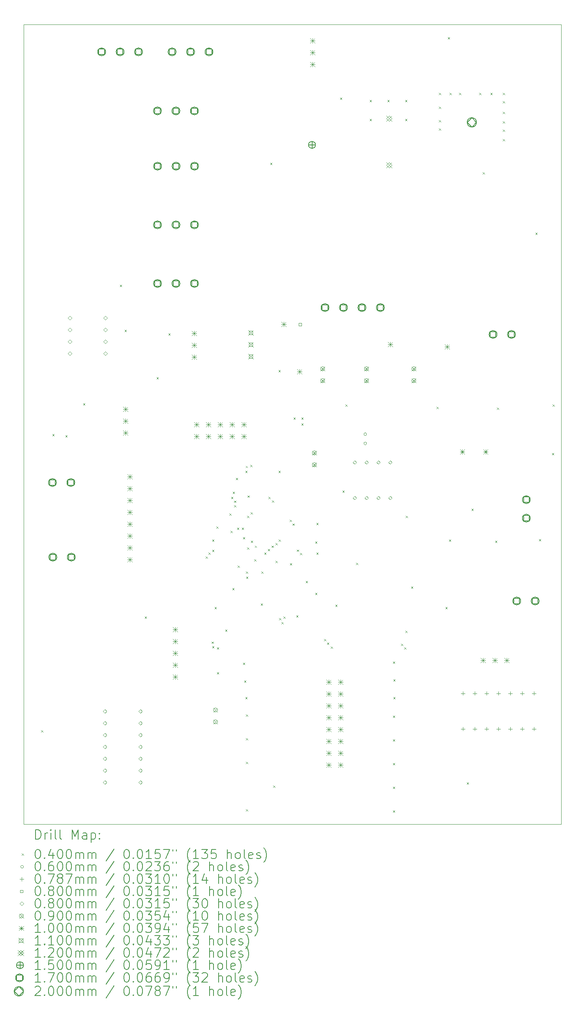
<source format=gbr>
%TF.GenerationSoftware,KiCad,Pcbnew,7.0.7*%
%TF.CreationDate,2023-10-20T13:38:14-04:00*%
%TF.ProjectId,Schematic,53636865-6d61-4746-9963-2e6b69636164,rev?*%
%TF.SameCoordinates,Original*%
%TF.FileFunction,Drillmap*%
%TF.FilePolarity,Positive*%
%FSLAX45Y45*%
G04 Gerber Fmt 4.5, Leading zero omitted, Abs format (unit mm)*
G04 Created by KiCad (PCBNEW 7.0.7) date 2023-10-20 13:38:14*
%MOMM*%
%LPD*%
G01*
G04 APERTURE LIST*
%ADD10C,0.100000*%
%ADD11C,0.200000*%
%ADD12C,0.040000*%
%ADD13C,0.060000*%
%ADD14C,0.078740*%
%ADD15C,0.080000*%
%ADD16C,0.090000*%
%ADD17C,0.110000*%
%ADD18C,0.120000*%
%ADD19C,0.150000*%
%ADD20C,0.170000*%
G04 APERTURE END LIST*
D10*
X3581400Y-2349500D02*
X15113000Y-2349500D01*
X15113000Y-19494500D01*
X3581400Y-19494500D01*
X3581400Y-2349500D01*
D11*
D12*
X3955100Y-17480600D02*
X3995100Y-17520600D01*
X3995100Y-17480600D02*
X3955100Y-17520600D01*
X4196400Y-11130600D02*
X4236400Y-11170600D01*
X4236400Y-11130600D02*
X4196400Y-11170600D01*
X4475800Y-11156000D02*
X4515800Y-11196000D01*
X4515800Y-11156000D02*
X4475800Y-11196000D01*
X4856800Y-10470200D02*
X4896800Y-10510200D01*
X4896800Y-10470200D02*
X4856800Y-10510200D01*
X5644200Y-7930200D02*
X5684200Y-7970200D01*
X5684200Y-7930200D02*
X5644200Y-7970200D01*
X5745800Y-8895400D02*
X5785800Y-8935400D01*
X5785800Y-8895400D02*
X5745800Y-8935400D01*
X6177600Y-15042200D02*
X6217600Y-15082200D01*
X6217600Y-15042200D02*
X6177600Y-15082200D01*
X6431600Y-9911400D02*
X6471600Y-9951400D01*
X6471600Y-9911400D02*
X6431600Y-9951400D01*
X6685600Y-8971600D02*
X6725600Y-9011600D01*
X6725600Y-8971600D02*
X6685600Y-9011600D01*
X7485700Y-13750550D02*
X7525700Y-13790550D01*
X7525700Y-13750550D02*
X7485700Y-13790550D01*
X7543082Y-13668713D02*
X7583082Y-13708713D01*
X7583082Y-13668713D02*
X7543082Y-13708713D01*
X7609580Y-15576460D02*
X7649580Y-15616460D01*
X7649580Y-15576460D02*
X7609580Y-15616460D01*
X7624865Y-13610850D02*
X7664865Y-13650850D01*
X7664865Y-13610850D02*
X7624865Y-13650850D01*
X7625400Y-13391200D02*
X7665400Y-13431200D01*
X7665400Y-13391200D02*
X7625400Y-13431200D01*
X7625400Y-15675150D02*
X7665400Y-15715150D01*
X7665400Y-15675150D02*
X7625400Y-15715150D01*
X7676200Y-14839000D02*
X7716200Y-14879000D01*
X7716200Y-14839000D02*
X7676200Y-14879000D01*
X7714300Y-13111800D02*
X7754300Y-13151800D01*
X7754300Y-13111800D02*
X7714300Y-13151800D01*
X7727000Y-15702600D02*
X7767000Y-15742600D01*
X7767000Y-15702600D02*
X7727000Y-15742600D01*
X7727000Y-16236000D02*
X7767000Y-16276000D01*
X7767000Y-16236000D02*
X7727000Y-16276000D01*
X7904800Y-15321600D02*
X7944800Y-15361600D01*
X7944800Y-15321600D02*
X7904800Y-15361600D01*
X7993700Y-12832400D02*
X8033700Y-12872400D01*
X8033700Y-12832400D02*
X7993700Y-12872400D01*
X8017896Y-13200382D02*
X8057896Y-13240382D01*
X8057896Y-13200382D02*
X8017896Y-13240382D01*
X8031800Y-12471964D02*
X8071800Y-12511964D01*
X8071800Y-12471964D02*
X8031800Y-12511964D01*
X8057200Y-14432600D02*
X8097200Y-14472600D01*
X8097200Y-14432600D02*
X8057200Y-14472600D01*
X8064342Y-12364700D02*
X8104342Y-12404700D01*
X8104342Y-12364700D02*
X8064342Y-12404700D01*
X8095300Y-12554650D02*
X8135300Y-12594650D01*
X8135300Y-12554650D02*
X8095300Y-12594650D01*
X8095300Y-12654600D02*
X8135300Y-12694600D01*
X8135300Y-12654600D02*
X8095300Y-12694600D01*
X8133400Y-12070400D02*
X8173400Y-12110400D01*
X8173400Y-12070400D02*
X8133400Y-12110400D01*
X8158041Y-13137099D02*
X8198041Y-13177099D01*
X8198041Y-13137099D02*
X8158041Y-13177099D01*
X8168191Y-13946691D02*
X8208191Y-13986691D01*
X8208191Y-13946691D02*
X8168191Y-13986691D01*
X8260400Y-13137200D02*
X8300400Y-13177200D01*
X8300400Y-13137200D02*
X8260400Y-13177200D01*
X8285800Y-13340400D02*
X8325800Y-13380400D01*
X8325800Y-13340400D02*
X8285800Y-13380400D01*
X8285800Y-16032800D02*
X8325800Y-16072800D01*
X8325800Y-16032800D02*
X8285800Y-16072800D01*
X8311200Y-16413800D02*
X8351200Y-16453800D01*
X8351200Y-16413800D02*
X8311200Y-16453800D01*
X8336600Y-11918000D02*
X8376600Y-11958000D01*
X8376600Y-11918000D02*
X8336600Y-11958000D01*
X8336600Y-16769400D02*
X8376600Y-16809400D01*
X8376600Y-16769400D02*
X8336600Y-16809400D01*
X8343218Y-11809782D02*
X8383218Y-11849782D01*
X8383218Y-11809782D02*
X8343218Y-11849782D01*
X8349300Y-14077000D02*
X8389300Y-14117000D01*
X8389300Y-14077000D02*
X8349300Y-14117000D01*
X8349300Y-17137700D02*
X8389300Y-17177700D01*
X8389300Y-17137700D02*
X8349300Y-17177700D01*
X8349300Y-17645700D02*
X8389300Y-17685700D01*
X8389300Y-17645700D02*
X8349300Y-17685700D01*
X8349300Y-18153700D02*
X8389300Y-18193700D01*
X8389300Y-18153700D02*
X8349300Y-18193700D01*
X8349300Y-19169700D02*
X8389300Y-19209700D01*
X8389300Y-19169700D02*
X8349300Y-19209700D01*
X8352669Y-14182900D02*
X8392670Y-14222900D01*
X8392670Y-14182900D02*
X8352669Y-14222900D01*
X8374700Y-13557750D02*
X8414700Y-13597750D01*
X8414700Y-13557750D02*
X8374700Y-13597750D01*
X8375130Y-12882770D02*
X8415130Y-12922770D01*
X8415130Y-12882770D02*
X8375130Y-12922770D01*
X8381330Y-12444770D02*
X8421330Y-12484770D01*
X8421330Y-12444770D02*
X8381330Y-12484770D01*
X8444450Y-11791000D02*
X8484450Y-11831000D01*
X8484450Y-11791000D02*
X8444450Y-11831000D01*
X8450900Y-12807000D02*
X8490900Y-12847000D01*
X8490900Y-12807000D02*
X8450900Y-12847000D01*
X8455190Y-13412868D02*
X8495190Y-13452868D01*
X8495190Y-13412868D02*
X8455190Y-13452868D01*
X8527100Y-13810300D02*
X8567100Y-13850300D01*
X8567100Y-13810300D02*
X8527100Y-13850300D01*
X8539300Y-13518700D02*
X8579300Y-13558700D01*
X8579300Y-13518700D02*
X8539300Y-13558700D01*
X8666800Y-14762800D02*
X8706800Y-14802800D01*
X8706800Y-14762800D02*
X8666800Y-14802800D01*
X8679500Y-14077000D02*
X8719500Y-14117000D01*
X8719500Y-14077000D02*
X8679500Y-14117000D01*
X8743000Y-13670600D02*
X8783000Y-13710600D01*
X8783000Y-13670600D02*
X8743000Y-13710600D01*
X8819200Y-13594400D02*
X8859200Y-13634400D01*
X8859200Y-13594400D02*
X8819200Y-13634400D01*
X8831900Y-12476800D02*
X8871900Y-12516800D01*
X8871900Y-12476800D02*
X8831900Y-12516800D01*
X8870000Y-5314000D02*
X8910000Y-5354000D01*
X8910000Y-5314000D02*
X8870000Y-5354000D01*
X8900107Y-13520434D02*
X8940107Y-13560434D01*
X8940107Y-13520434D02*
X8900107Y-13560434D01*
X8908100Y-12553000D02*
X8948100Y-12593000D01*
X8948100Y-12553000D02*
X8908100Y-12593000D01*
X8933500Y-18661700D02*
X8973500Y-18701700D01*
X8973500Y-18661700D02*
X8933500Y-18701700D01*
X8983716Y-13465666D02*
X9023716Y-13505666D01*
X9023716Y-13465666D02*
X8983716Y-13505666D01*
X8984300Y-13848400D02*
X9024300Y-13888400D01*
X9024300Y-13848400D02*
X8984300Y-13888400D01*
X9047800Y-9759000D02*
X9087800Y-9799000D01*
X9087800Y-9759000D02*
X9047800Y-9799000D01*
X9047800Y-11918000D02*
X9087800Y-11958000D01*
X9087800Y-11918000D02*
X9047800Y-11958000D01*
X9049751Y-13390636D02*
X9089751Y-13430636D01*
X9089751Y-13390636D02*
X9049751Y-13430636D01*
X9056750Y-15072011D02*
X9096750Y-15112011D01*
X9096750Y-15072011D02*
X9056750Y-15112011D01*
X9110150Y-15156500D02*
X9150150Y-15196500D01*
X9150150Y-15156500D02*
X9110150Y-15196500D01*
X9151897Y-15041397D02*
X9191897Y-15081397D01*
X9191897Y-15041397D02*
X9151897Y-15081397D01*
X9289100Y-12963150D02*
X9329100Y-13003150D01*
X9329100Y-12963150D02*
X9289100Y-13003150D01*
X9291491Y-13895450D02*
X9331491Y-13935450D01*
X9331491Y-13895450D02*
X9291491Y-13935450D01*
X9346482Y-13044987D02*
X9386482Y-13084987D01*
X9386482Y-13044987D02*
X9346482Y-13084987D01*
X9369250Y-10775000D02*
X9409250Y-10815000D01*
X9409250Y-10775000D02*
X9369250Y-10815000D01*
X9428800Y-15016800D02*
X9468800Y-15056800D01*
X9468800Y-15016800D02*
X9428800Y-15056800D01*
X9438874Y-13605336D02*
X9478874Y-13645336D01*
X9478874Y-13605336D02*
X9438874Y-13645336D01*
X9509583Y-13675979D02*
X9549583Y-13715979D01*
X9549583Y-13675979D02*
X9509583Y-13715979D01*
X9539150Y-10775000D02*
X9579150Y-10815000D01*
X9579150Y-10775000D02*
X9539150Y-10815000D01*
X9539150Y-10902000D02*
X9579150Y-10942000D01*
X9579150Y-10902000D02*
X9539150Y-10942000D01*
X9632000Y-14280200D02*
X9672000Y-14320200D01*
X9672000Y-14280200D02*
X9632000Y-14320200D01*
X9835200Y-13429300D02*
X9875200Y-13469300D01*
X9875200Y-13429300D02*
X9835200Y-13469300D01*
X9835200Y-14534200D02*
X9875200Y-14574200D01*
X9875200Y-14534200D02*
X9835200Y-14574200D01*
X9860600Y-13035600D02*
X9900600Y-13075600D01*
X9900600Y-13035600D02*
X9860600Y-13075600D01*
X9860600Y-13670600D02*
X9900600Y-13710600D01*
X9900600Y-13670600D02*
X9860600Y-13710600D01*
X10025246Y-15523759D02*
X10065246Y-15563759D01*
X10065246Y-15523759D02*
X10025246Y-15563759D01*
X10089200Y-15600570D02*
X10129200Y-15640570D01*
X10129200Y-15600570D02*
X10089200Y-15640570D01*
X10170648Y-15685746D02*
X10210648Y-15725746D01*
X10210648Y-15685746D02*
X10170648Y-15725746D01*
X10267000Y-14788200D02*
X10307000Y-14828200D01*
X10307000Y-14788200D02*
X10267000Y-14828200D01*
X10368600Y-3917000D02*
X10408600Y-3957000D01*
X10408600Y-3917000D02*
X10368600Y-3957000D01*
X10419400Y-12337100D02*
X10459400Y-12377100D01*
X10459400Y-12337100D02*
X10419400Y-12377100D01*
X10482900Y-10495600D02*
X10522900Y-10535600D01*
X10522900Y-10495600D02*
X10482900Y-10535600D01*
X10711500Y-13886500D02*
X10751500Y-13926500D01*
X10751500Y-13886500D02*
X10711500Y-13926500D01*
X11003600Y-3967800D02*
X11043600Y-4007800D01*
X11043600Y-3967800D02*
X11003600Y-4007800D01*
X11003600Y-4374200D02*
X11043600Y-4414200D01*
X11043600Y-4374200D02*
X11003600Y-4414200D01*
X11384600Y-3967800D02*
X11424600Y-4007800D01*
X11424600Y-3967800D02*
X11384600Y-4007800D01*
X11501500Y-16007400D02*
X11541500Y-16047400D01*
X11541500Y-16007400D02*
X11501500Y-16047400D01*
X11501500Y-17163100D02*
X11541500Y-17203100D01*
X11541500Y-17163100D02*
X11501500Y-17203100D01*
X11501500Y-17671100D02*
X11541500Y-17711100D01*
X11541500Y-17671100D02*
X11501500Y-17711100D01*
X11501500Y-18179100D02*
X11541500Y-18219100D01*
X11541500Y-18179100D02*
X11501500Y-18219100D01*
X11501500Y-18687100D02*
X11541500Y-18727100D01*
X11541500Y-18687100D02*
X11501500Y-18727100D01*
X11501500Y-19195100D02*
X11541500Y-19235100D01*
X11541500Y-19195100D02*
X11501500Y-19235100D01*
X11511600Y-16388400D02*
X11551600Y-16428400D01*
X11551600Y-16388400D02*
X11511600Y-16428400D01*
X11511600Y-16769400D02*
X11551600Y-16809400D01*
X11551600Y-16769400D02*
X11511600Y-16809400D01*
X11673900Y-15626400D02*
X11713900Y-15666400D01*
X11713900Y-15626400D02*
X11673900Y-15666400D01*
X11746350Y-15702600D02*
X11786350Y-15742600D01*
X11786350Y-15702600D02*
X11746350Y-15742600D01*
X11765600Y-3967800D02*
X11805600Y-4007800D01*
X11805600Y-3967800D02*
X11765600Y-4007800D01*
X11765600Y-4374200D02*
X11805600Y-4414200D01*
X11805600Y-4374200D02*
X11765600Y-4414200D01*
X11766030Y-15346570D02*
X11806030Y-15386570D01*
X11806030Y-15346570D02*
X11766030Y-15386570D01*
X11778300Y-12883200D02*
X11818300Y-12923200D01*
X11818300Y-12883200D02*
X11778300Y-12923200D01*
X11892600Y-14398250D02*
X11932600Y-14438250D01*
X11932600Y-14398250D02*
X11892600Y-14438250D01*
X12438700Y-10546400D02*
X12478700Y-10586400D01*
X12478700Y-10546400D02*
X12438700Y-10586400D01*
X12489500Y-3815400D02*
X12529500Y-3855400D01*
X12529500Y-3815400D02*
X12489500Y-3855400D01*
X12489500Y-4107500D02*
X12529500Y-4147500D01*
X12529500Y-4107500D02*
X12489500Y-4147500D01*
X12489500Y-4399600D02*
X12529500Y-4439600D01*
X12529500Y-4399600D02*
X12489500Y-4439600D01*
X12489500Y-4577400D02*
X12529500Y-4617400D01*
X12529500Y-4577400D02*
X12489500Y-4617400D01*
X12629200Y-14839000D02*
X12669200Y-14879000D01*
X12669200Y-14839000D02*
X12629200Y-14879000D01*
X12680000Y-2621600D02*
X12720000Y-2661600D01*
X12720000Y-2621600D02*
X12680000Y-2661600D01*
X12705400Y-13391200D02*
X12745400Y-13431200D01*
X12745400Y-13391200D02*
X12705400Y-13431200D01*
X12718100Y-3815400D02*
X12758100Y-3855400D01*
X12758100Y-3815400D02*
X12718100Y-3855400D01*
X12921300Y-3815400D02*
X12961300Y-3855400D01*
X12961300Y-3815400D02*
X12921300Y-3855400D01*
X13086400Y-18598200D02*
X13126400Y-18638200D01*
X13126400Y-18598200D02*
X13086400Y-18638200D01*
X13188000Y-12730800D02*
X13228000Y-12770800D01*
X13228000Y-12730800D02*
X13188000Y-12770800D01*
X13353100Y-3815400D02*
X13393100Y-3855400D01*
X13393100Y-3815400D02*
X13353100Y-3855400D01*
X13429300Y-5517200D02*
X13469300Y-5557200D01*
X13469300Y-5517200D02*
X13429300Y-5557200D01*
X13594400Y-3815400D02*
X13634400Y-3855400D01*
X13634400Y-3815400D02*
X13594400Y-3855400D01*
X13696000Y-13416600D02*
X13736000Y-13456600D01*
X13736000Y-13416600D02*
X13696000Y-13456600D01*
X13734100Y-10559100D02*
X13774100Y-10599100D01*
X13774100Y-10559100D02*
X13734100Y-10599100D01*
X13861100Y-3815400D02*
X13901100Y-3855400D01*
X13901100Y-3815400D02*
X13861100Y-3855400D01*
X13861100Y-3993200D02*
X13901100Y-4033200D01*
X13901100Y-3993200D02*
X13861100Y-4033200D01*
X13861100Y-4221800D02*
X13901100Y-4261800D01*
X13901100Y-4221800D02*
X13861100Y-4261800D01*
X13861100Y-4425000D02*
X13901100Y-4465000D01*
X13901100Y-4425000D02*
X13861100Y-4465000D01*
X13861100Y-4602800D02*
X13901100Y-4642800D01*
X13901100Y-4602800D02*
X13861100Y-4642800D01*
X13861100Y-4806000D02*
X13901100Y-4846000D01*
X13901100Y-4806000D02*
X13861100Y-4846000D01*
X14559600Y-6812600D02*
X14599600Y-6852600D01*
X14599600Y-6812600D02*
X14559600Y-6852600D01*
X14635800Y-13378500D02*
X14675800Y-13418500D01*
X14675800Y-13378500D02*
X14635800Y-13418500D01*
X14915200Y-11537000D02*
X14955200Y-11577000D01*
X14955200Y-11537000D02*
X14915200Y-11577000D01*
X14927900Y-10495600D02*
X14967900Y-10535600D01*
X14967900Y-10495600D02*
X14927900Y-10535600D01*
D13*
X10938300Y-11129400D02*
G75*
G03*
X10938300Y-11129400I-30000J0D01*
G01*
X10938300Y-11329400D02*
G75*
G03*
X10938300Y-11329400I-30000J0D01*
G01*
D14*
X13004800Y-16648430D02*
X13004800Y-16727170D01*
X12965430Y-16687800D02*
X13044170Y-16687800D01*
X13004800Y-17410430D02*
X13004800Y-17489170D01*
X12965430Y-17449800D02*
X13044170Y-17449800D01*
X13258800Y-16648430D02*
X13258800Y-16727170D01*
X13219430Y-16687800D02*
X13298170Y-16687800D01*
X13258800Y-17410430D02*
X13258800Y-17489170D01*
X13219430Y-17449800D02*
X13298170Y-17449800D01*
X13512800Y-16648430D02*
X13512800Y-16727170D01*
X13473430Y-16687800D02*
X13552170Y-16687800D01*
X13512800Y-17410430D02*
X13512800Y-17489170D01*
X13473430Y-17449800D02*
X13552170Y-17449800D01*
X13766800Y-16648430D02*
X13766800Y-16727170D01*
X13727430Y-16687800D02*
X13806170Y-16687800D01*
X13766800Y-17410430D02*
X13766800Y-17489170D01*
X13727430Y-17449800D02*
X13806170Y-17449800D01*
X14020800Y-16648430D02*
X14020800Y-16727170D01*
X13981430Y-16687800D02*
X14060170Y-16687800D01*
X14020800Y-17410430D02*
X14020800Y-17489170D01*
X13981430Y-17449800D02*
X14060170Y-17449800D01*
X14274800Y-16648430D02*
X14274800Y-16727170D01*
X14235430Y-16687800D02*
X14314170Y-16687800D01*
X14274800Y-17410430D02*
X14274800Y-17489170D01*
X14235430Y-17449800D02*
X14314170Y-17449800D01*
X14528800Y-16648430D02*
X14528800Y-16727170D01*
X14489430Y-16687800D02*
X14568170Y-16687800D01*
X14528800Y-17410430D02*
X14528800Y-17489170D01*
X14489430Y-17449800D02*
X14568170Y-17449800D01*
D15*
X9540585Y-8803985D02*
X9540585Y-8747416D01*
X9484016Y-8747416D01*
X9484016Y-8803985D01*
X9540585Y-8803985D01*
X4572000Y-8676000D02*
X4612000Y-8636000D01*
X4572000Y-8596000D01*
X4532000Y-8636000D01*
X4572000Y-8676000D01*
X4572000Y-8930000D02*
X4612000Y-8890000D01*
X4572000Y-8850000D01*
X4532000Y-8890000D01*
X4572000Y-8930000D01*
X4572000Y-9184000D02*
X4612000Y-9144000D01*
X4572000Y-9104000D01*
X4532000Y-9144000D01*
X4572000Y-9184000D01*
X4572000Y-9438000D02*
X4612000Y-9398000D01*
X4572000Y-9358000D01*
X4532000Y-9398000D01*
X4572000Y-9438000D01*
X5321300Y-17108800D02*
X5361300Y-17068800D01*
X5321300Y-17028800D01*
X5281300Y-17068800D01*
X5321300Y-17108800D01*
X5321300Y-17362800D02*
X5361300Y-17322800D01*
X5321300Y-17282800D01*
X5281300Y-17322800D01*
X5321300Y-17362800D01*
X5321300Y-17616800D02*
X5361300Y-17576800D01*
X5321300Y-17536800D01*
X5281300Y-17576800D01*
X5321300Y-17616800D01*
X5321300Y-17870800D02*
X5361300Y-17830800D01*
X5321300Y-17790800D01*
X5281300Y-17830800D01*
X5321300Y-17870800D01*
X5321300Y-18124800D02*
X5361300Y-18084800D01*
X5321300Y-18044800D01*
X5281300Y-18084800D01*
X5321300Y-18124800D01*
X5321300Y-18378800D02*
X5361300Y-18338800D01*
X5321300Y-18298800D01*
X5281300Y-18338800D01*
X5321300Y-18378800D01*
X5321300Y-18632800D02*
X5361300Y-18592800D01*
X5321300Y-18552800D01*
X5281300Y-18592800D01*
X5321300Y-18632800D01*
X5334000Y-8676000D02*
X5374000Y-8636000D01*
X5334000Y-8596000D01*
X5294000Y-8636000D01*
X5334000Y-8676000D01*
X5334000Y-8930000D02*
X5374000Y-8890000D01*
X5334000Y-8850000D01*
X5294000Y-8890000D01*
X5334000Y-8930000D01*
X5334000Y-9184000D02*
X5374000Y-9144000D01*
X5334000Y-9104000D01*
X5294000Y-9144000D01*
X5334000Y-9184000D01*
X5334000Y-9438000D02*
X5374000Y-9398000D01*
X5334000Y-9358000D01*
X5294000Y-9398000D01*
X5334000Y-9438000D01*
X6083300Y-17108800D02*
X6123300Y-17068800D01*
X6083300Y-17028800D01*
X6043300Y-17068800D01*
X6083300Y-17108800D01*
X6083300Y-17362800D02*
X6123300Y-17322800D01*
X6083300Y-17282800D01*
X6043300Y-17322800D01*
X6083300Y-17362800D01*
X6083300Y-17616800D02*
X6123300Y-17576800D01*
X6083300Y-17536800D01*
X6043300Y-17576800D01*
X6083300Y-17616800D01*
X6083300Y-17870800D02*
X6123300Y-17830800D01*
X6083300Y-17790800D01*
X6043300Y-17830800D01*
X6083300Y-17870800D01*
X6083300Y-18124800D02*
X6123300Y-18084800D01*
X6083300Y-18044800D01*
X6043300Y-18084800D01*
X6083300Y-18124800D01*
X6083300Y-18378800D02*
X6123300Y-18338800D01*
X6083300Y-18298800D01*
X6043300Y-18338800D01*
X6083300Y-18378800D01*
X6083300Y-18632800D02*
X6123300Y-18592800D01*
X6083300Y-18552800D01*
X6043300Y-18592800D01*
X6083300Y-18632800D01*
X10681700Y-11773800D02*
X10721700Y-11733800D01*
X10681700Y-11693800D01*
X10641700Y-11733800D01*
X10681700Y-11773800D01*
X10681700Y-12535800D02*
X10721700Y-12495800D01*
X10681700Y-12455800D01*
X10641700Y-12495800D01*
X10681700Y-12535800D01*
X10935700Y-11773800D02*
X10975700Y-11733800D01*
X10935700Y-11693800D01*
X10895700Y-11733800D01*
X10935700Y-11773800D01*
X10935700Y-12535800D02*
X10975700Y-12495800D01*
X10935700Y-12455800D01*
X10895700Y-12495800D01*
X10935700Y-12535800D01*
X11189700Y-11773800D02*
X11229700Y-11733800D01*
X11189700Y-11693800D01*
X11149700Y-11733800D01*
X11189700Y-11773800D01*
X11189700Y-12535800D02*
X11229700Y-12495800D01*
X11189700Y-12455800D01*
X11149700Y-12495800D01*
X11189700Y-12535800D01*
X11443700Y-11773800D02*
X11483700Y-11733800D01*
X11443700Y-11693800D01*
X11403700Y-11733800D01*
X11443700Y-11773800D01*
X11443700Y-12535800D02*
X11483700Y-12495800D01*
X11443700Y-12455800D01*
X11403700Y-12495800D01*
X11443700Y-12535800D01*
D16*
X7651200Y-16998400D02*
X7741200Y-17088400D01*
X7741200Y-16998400D02*
X7651200Y-17088400D01*
X7741200Y-17043400D02*
G75*
G03*
X7741200Y-17043400I-45000J0D01*
G01*
X7651200Y-17252400D02*
X7741200Y-17342400D01*
X7741200Y-17252400D02*
X7651200Y-17342400D01*
X7741200Y-17297400D02*
G75*
G03*
X7741200Y-17297400I-45000J0D01*
G01*
X9772100Y-11486600D02*
X9862100Y-11576600D01*
X9862100Y-11486600D02*
X9772100Y-11576600D01*
X9862100Y-11531600D02*
G75*
G03*
X9862100Y-11531600I-45000J0D01*
G01*
X9772100Y-11740600D02*
X9862100Y-11830600D01*
X9862100Y-11740600D02*
X9772100Y-11830600D01*
X9862100Y-11785600D02*
G75*
G03*
X9862100Y-11785600I-45000J0D01*
G01*
X9949900Y-9683200D02*
X10039900Y-9773200D01*
X10039900Y-9683200D02*
X9949900Y-9773200D01*
X10039900Y-9728200D02*
G75*
G03*
X10039900Y-9728200I-45000J0D01*
G01*
X9949900Y-9937200D02*
X10039900Y-10027200D01*
X10039900Y-9937200D02*
X9949900Y-10027200D01*
X10039900Y-9982200D02*
G75*
G03*
X10039900Y-9982200I-45000J0D01*
G01*
X10889700Y-9683200D02*
X10979700Y-9773200D01*
X10979700Y-9683200D02*
X10889700Y-9773200D01*
X10979700Y-9728200D02*
G75*
G03*
X10979700Y-9728200I-45000J0D01*
G01*
X10889700Y-9937200D02*
X10979700Y-10027200D01*
X10979700Y-9937200D02*
X10889700Y-10027200D01*
X10979700Y-9982200D02*
G75*
G03*
X10979700Y-9982200I-45000J0D01*
G01*
X11905700Y-9683200D02*
X11995700Y-9773200D01*
X11995700Y-9683200D02*
X11905700Y-9773200D01*
X11995700Y-9728200D02*
G75*
G03*
X11995700Y-9728200I-45000J0D01*
G01*
X11905700Y-9937200D02*
X11995700Y-10027200D01*
X11995700Y-9937200D02*
X11905700Y-10027200D01*
X11995700Y-9982200D02*
G75*
G03*
X11995700Y-9982200I-45000J0D01*
G01*
D10*
X5715800Y-10541800D02*
X5815800Y-10641800D01*
X5815800Y-10541800D02*
X5715800Y-10641800D01*
X5765800Y-10541800D02*
X5765800Y-10641800D01*
X5715800Y-10591800D02*
X5815800Y-10591800D01*
X5715800Y-10795800D02*
X5815800Y-10895800D01*
X5815800Y-10795800D02*
X5715800Y-10895800D01*
X5765800Y-10795800D02*
X5765800Y-10895800D01*
X5715800Y-10845800D02*
X5815800Y-10845800D01*
X5715800Y-11049800D02*
X5815800Y-11149800D01*
X5815800Y-11049800D02*
X5715800Y-11149800D01*
X5765800Y-11049800D02*
X5765800Y-11149800D01*
X5715800Y-11099800D02*
X5815800Y-11099800D01*
X5804700Y-11989600D02*
X5904700Y-12089600D01*
X5904700Y-11989600D02*
X5804700Y-12089600D01*
X5854700Y-11989600D02*
X5854700Y-12089600D01*
X5804700Y-12039600D02*
X5904700Y-12039600D01*
X5804700Y-12243600D02*
X5904700Y-12343600D01*
X5904700Y-12243600D02*
X5804700Y-12343600D01*
X5854700Y-12243600D02*
X5854700Y-12343600D01*
X5804700Y-12293600D02*
X5904700Y-12293600D01*
X5804700Y-12497600D02*
X5904700Y-12597600D01*
X5904700Y-12497600D02*
X5804700Y-12597600D01*
X5854700Y-12497600D02*
X5854700Y-12597600D01*
X5804700Y-12547600D02*
X5904700Y-12547600D01*
X5804700Y-12751600D02*
X5904700Y-12851600D01*
X5904700Y-12751600D02*
X5804700Y-12851600D01*
X5854700Y-12751600D02*
X5854700Y-12851600D01*
X5804700Y-12801600D02*
X5904700Y-12801600D01*
X5804700Y-13005600D02*
X5904700Y-13105600D01*
X5904700Y-13005600D02*
X5804700Y-13105600D01*
X5854700Y-13005600D02*
X5854700Y-13105600D01*
X5804700Y-13055600D02*
X5904700Y-13055600D01*
X5804700Y-13259600D02*
X5904700Y-13359600D01*
X5904700Y-13259600D02*
X5804700Y-13359600D01*
X5854700Y-13259600D02*
X5854700Y-13359600D01*
X5804700Y-13309600D02*
X5904700Y-13309600D01*
X5804700Y-13513600D02*
X5904700Y-13613600D01*
X5904700Y-13513600D02*
X5804700Y-13613600D01*
X5854700Y-13513600D02*
X5854700Y-13613600D01*
X5804700Y-13563600D02*
X5904700Y-13563600D01*
X5804700Y-13767600D02*
X5904700Y-13867600D01*
X5904700Y-13767600D02*
X5804700Y-13867600D01*
X5854700Y-13767600D02*
X5854700Y-13867600D01*
X5804700Y-13817600D02*
X5904700Y-13817600D01*
X6782600Y-15266200D02*
X6882600Y-15366200D01*
X6882600Y-15266200D02*
X6782600Y-15366200D01*
X6832600Y-15266200D02*
X6832600Y-15366200D01*
X6782600Y-15316200D02*
X6882600Y-15316200D01*
X6782600Y-15520200D02*
X6882600Y-15620200D01*
X6882600Y-15520200D02*
X6782600Y-15620200D01*
X6832600Y-15520200D02*
X6832600Y-15620200D01*
X6782600Y-15570200D02*
X6882600Y-15570200D01*
X6782600Y-15774200D02*
X6882600Y-15874200D01*
X6882600Y-15774200D02*
X6782600Y-15874200D01*
X6832600Y-15774200D02*
X6832600Y-15874200D01*
X6782600Y-15824200D02*
X6882600Y-15824200D01*
X6782600Y-16028200D02*
X6882600Y-16128200D01*
X6882600Y-16028200D02*
X6782600Y-16128200D01*
X6832600Y-16028200D02*
X6832600Y-16128200D01*
X6782600Y-16078200D02*
X6882600Y-16078200D01*
X6782600Y-16282200D02*
X6882600Y-16382200D01*
X6882600Y-16282200D02*
X6782600Y-16382200D01*
X6832600Y-16282200D02*
X6832600Y-16382200D01*
X6782600Y-16332200D02*
X6882600Y-16332200D01*
X7189000Y-8917700D02*
X7289000Y-9017700D01*
X7289000Y-8917700D02*
X7189000Y-9017700D01*
X7239000Y-8917700D02*
X7239000Y-9017700D01*
X7189000Y-8967700D02*
X7289000Y-8967700D01*
X7189000Y-9171700D02*
X7289000Y-9271700D01*
X7289000Y-9171700D02*
X7189000Y-9271700D01*
X7239000Y-9171700D02*
X7239000Y-9271700D01*
X7189000Y-9221700D02*
X7289000Y-9221700D01*
X7189000Y-9425700D02*
X7289000Y-9525700D01*
X7289000Y-9425700D02*
X7189000Y-9525700D01*
X7239000Y-9425700D02*
X7239000Y-9525700D01*
X7189000Y-9475700D02*
X7289000Y-9475700D01*
X7239800Y-10872000D02*
X7339800Y-10972000D01*
X7339800Y-10872000D02*
X7239800Y-10972000D01*
X7289800Y-10872000D02*
X7289800Y-10972000D01*
X7239800Y-10922000D02*
X7339800Y-10922000D01*
X7239800Y-11126000D02*
X7339800Y-11226000D01*
X7339800Y-11126000D02*
X7239800Y-11226000D01*
X7289800Y-11126000D02*
X7289800Y-11226000D01*
X7239800Y-11176000D02*
X7339800Y-11176000D01*
X7493800Y-10872000D02*
X7593800Y-10972000D01*
X7593800Y-10872000D02*
X7493800Y-10972000D01*
X7543800Y-10872000D02*
X7543800Y-10972000D01*
X7493800Y-10922000D02*
X7593800Y-10922000D01*
X7493800Y-11126000D02*
X7593800Y-11226000D01*
X7593800Y-11126000D02*
X7493800Y-11226000D01*
X7543800Y-11126000D02*
X7543800Y-11226000D01*
X7493800Y-11176000D02*
X7593800Y-11176000D01*
X7747800Y-10872000D02*
X7847800Y-10972000D01*
X7847800Y-10872000D02*
X7747800Y-10972000D01*
X7797800Y-10872000D02*
X7797800Y-10972000D01*
X7747800Y-10922000D02*
X7847800Y-10922000D01*
X7747800Y-11126000D02*
X7847800Y-11226000D01*
X7847800Y-11126000D02*
X7747800Y-11226000D01*
X7797800Y-11126000D02*
X7797800Y-11226000D01*
X7747800Y-11176000D02*
X7847800Y-11176000D01*
X8001800Y-10872000D02*
X8101800Y-10972000D01*
X8101800Y-10872000D02*
X8001800Y-10972000D01*
X8051800Y-10872000D02*
X8051800Y-10972000D01*
X8001800Y-10922000D02*
X8101800Y-10922000D01*
X8001800Y-11126000D02*
X8101800Y-11226000D01*
X8101800Y-11126000D02*
X8001800Y-11226000D01*
X8051800Y-11126000D02*
X8051800Y-11226000D01*
X8001800Y-11176000D02*
X8101800Y-11176000D01*
X8255800Y-10872000D02*
X8355800Y-10972000D01*
X8355800Y-10872000D02*
X8255800Y-10972000D01*
X8305800Y-10872000D02*
X8305800Y-10972000D01*
X8255800Y-10922000D02*
X8355800Y-10922000D01*
X8255800Y-11126000D02*
X8355800Y-11226000D01*
X8355800Y-11126000D02*
X8255800Y-11226000D01*
X8305800Y-11126000D02*
X8305800Y-11226000D01*
X8255800Y-11176000D02*
X8355800Y-11176000D01*
X9106700Y-8725700D02*
X9206700Y-8825700D01*
X9206700Y-8725700D02*
X9106700Y-8825700D01*
X9156700Y-8725700D02*
X9156700Y-8825700D01*
X9106700Y-8775700D02*
X9206700Y-8775700D01*
X9449600Y-9741700D02*
X9549600Y-9841700D01*
X9549600Y-9741700D02*
X9449600Y-9841700D01*
X9499600Y-9741700D02*
X9499600Y-9841700D01*
X9449600Y-9791700D02*
X9549600Y-9791700D01*
X9726500Y-2640900D02*
X9826500Y-2740900D01*
X9826500Y-2640900D02*
X9726500Y-2740900D01*
X9776500Y-2640900D02*
X9776500Y-2740900D01*
X9726500Y-2690900D02*
X9826500Y-2690900D01*
X9726500Y-2894900D02*
X9826500Y-2994900D01*
X9826500Y-2894900D02*
X9726500Y-2994900D01*
X9776500Y-2894900D02*
X9776500Y-2994900D01*
X9726500Y-2944900D02*
X9826500Y-2944900D01*
X9726500Y-3148900D02*
X9826500Y-3248900D01*
X9826500Y-3148900D02*
X9726500Y-3248900D01*
X9776500Y-3148900D02*
X9776500Y-3248900D01*
X9726500Y-3198900D02*
X9826500Y-3198900D01*
X10074500Y-16396500D02*
X10174500Y-16496500D01*
X10174500Y-16396500D02*
X10074500Y-16496500D01*
X10124500Y-16396500D02*
X10124500Y-16496500D01*
X10074500Y-16446500D02*
X10174500Y-16446500D01*
X10074500Y-16650500D02*
X10174500Y-16750500D01*
X10174500Y-16650500D02*
X10074500Y-16750500D01*
X10124500Y-16650500D02*
X10124500Y-16750500D01*
X10074500Y-16700500D02*
X10174500Y-16700500D01*
X10074500Y-16904500D02*
X10174500Y-17004500D01*
X10174500Y-16904500D02*
X10074500Y-17004500D01*
X10124500Y-16904500D02*
X10124500Y-17004500D01*
X10074500Y-16954500D02*
X10174500Y-16954500D01*
X10074500Y-17158500D02*
X10174500Y-17258500D01*
X10174500Y-17158500D02*
X10074500Y-17258500D01*
X10124500Y-17158500D02*
X10124500Y-17258500D01*
X10074500Y-17208500D02*
X10174500Y-17208500D01*
X10074500Y-17412500D02*
X10174500Y-17512500D01*
X10174500Y-17412500D02*
X10074500Y-17512500D01*
X10124500Y-17412500D02*
X10124500Y-17512500D01*
X10074500Y-17462500D02*
X10174500Y-17462500D01*
X10074500Y-17666500D02*
X10174500Y-17766500D01*
X10174500Y-17666500D02*
X10074500Y-17766500D01*
X10124500Y-17666500D02*
X10124500Y-17766500D01*
X10074500Y-17716500D02*
X10174500Y-17716500D01*
X10074500Y-17920500D02*
X10174500Y-18020500D01*
X10174500Y-17920500D02*
X10074500Y-18020500D01*
X10124500Y-17920500D02*
X10124500Y-18020500D01*
X10074500Y-17970500D02*
X10174500Y-17970500D01*
X10074500Y-18174500D02*
X10174500Y-18274500D01*
X10174500Y-18174500D02*
X10074500Y-18274500D01*
X10124500Y-18174500D02*
X10124500Y-18274500D01*
X10074500Y-18224500D02*
X10174500Y-18224500D01*
X10328500Y-16396500D02*
X10428500Y-16496500D01*
X10428500Y-16396500D02*
X10328500Y-16496500D01*
X10378500Y-16396500D02*
X10378500Y-16496500D01*
X10328500Y-16446500D02*
X10428500Y-16446500D01*
X10328500Y-16650500D02*
X10428500Y-16750500D01*
X10428500Y-16650500D02*
X10328500Y-16750500D01*
X10378500Y-16650500D02*
X10378500Y-16750500D01*
X10328500Y-16700500D02*
X10428500Y-16700500D01*
X10328500Y-16904500D02*
X10428500Y-17004500D01*
X10428500Y-16904500D02*
X10328500Y-17004500D01*
X10378500Y-16904500D02*
X10378500Y-17004500D01*
X10328500Y-16954500D02*
X10428500Y-16954500D01*
X10328500Y-17158500D02*
X10428500Y-17258500D01*
X10428500Y-17158500D02*
X10328500Y-17258500D01*
X10378500Y-17158500D02*
X10378500Y-17258500D01*
X10328500Y-17208500D02*
X10428500Y-17208500D01*
X10328500Y-17412500D02*
X10428500Y-17512500D01*
X10428500Y-17412500D02*
X10328500Y-17512500D01*
X10378500Y-17412500D02*
X10378500Y-17512500D01*
X10328500Y-17462500D02*
X10428500Y-17462500D01*
X10328500Y-17666500D02*
X10428500Y-17766500D01*
X10428500Y-17666500D02*
X10328500Y-17766500D01*
X10378500Y-17666500D02*
X10378500Y-17766500D01*
X10328500Y-17716500D02*
X10428500Y-17716500D01*
X10328500Y-17920500D02*
X10428500Y-18020500D01*
X10428500Y-17920500D02*
X10328500Y-18020500D01*
X10378500Y-17920500D02*
X10378500Y-18020500D01*
X10328500Y-17970500D02*
X10428500Y-17970500D01*
X10328500Y-18174500D02*
X10428500Y-18274500D01*
X10428500Y-18174500D02*
X10328500Y-18274500D01*
X10378500Y-18174500D02*
X10378500Y-18274500D01*
X10328500Y-18224500D02*
X10428500Y-18224500D01*
X11392700Y-9157500D02*
X11492700Y-9257500D01*
X11492700Y-9157500D02*
X11392700Y-9257500D01*
X11442700Y-9157500D02*
X11442700Y-9257500D01*
X11392700Y-9207500D02*
X11492700Y-9207500D01*
X12611900Y-9208300D02*
X12711900Y-9308300D01*
X12711900Y-9208300D02*
X12611900Y-9308300D01*
X12661900Y-9208300D02*
X12661900Y-9308300D01*
X12611900Y-9258300D02*
X12711900Y-9258300D01*
X12941100Y-11457200D02*
X13041100Y-11557200D01*
X13041100Y-11457200D02*
X12941100Y-11557200D01*
X12991100Y-11457200D02*
X12991100Y-11557200D01*
X12941100Y-11507200D02*
X13041100Y-11507200D01*
X13388100Y-15926600D02*
X13488100Y-16026600D01*
X13488100Y-15926600D02*
X13388100Y-16026600D01*
X13438100Y-15926600D02*
X13438100Y-16026600D01*
X13388100Y-15976600D02*
X13488100Y-15976600D01*
X13441100Y-11457200D02*
X13541100Y-11557200D01*
X13541100Y-11457200D02*
X13441100Y-11557200D01*
X13491100Y-11457200D02*
X13491100Y-11557200D01*
X13441100Y-11507200D02*
X13541100Y-11507200D01*
X13642100Y-15926600D02*
X13742100Y-16026600D01*
X13742100Y-15926600D02*
X13642100Y-16026600D01*
X13692100Y-15926600D02*
X13692100Y-16026600D01*
X13642100Y-15976600D02*
X13742100Y-15976600D01*
X13896100Y-15926600D02*
X13996100Y-16026600D01*
X13996100Y-15926600D02*
X13896100Y-16026600D01*
X13946100Y-15926600D02*
X13946100Y-16026600D01*
X13896100Y-15976600D02*
X13996100Y-15976600D01*
D17*
X8396100Y-8898500D02*
X8506100Y-9008500D01*
X8506100Y-8898500D02*
X8396100Y-9008500D01*
X8489991Y-8992391D02*
X8489991Y-8914609D01*
X8412209Y-8914609D01*
X8412209Y-8992391D01*
X8489991Y-8992391D01*
X8396100Y-9152500D02*
X8506100Y-9262500D01*
X8506100Y-9152500D02*
X8396100Y-9262500D01*
X8489991Y-9246391D02*
X8489991Y-9168609D01*
X8412209Y-9168609D01*
X8412209Y-9246391D01*
X8489991Y-9246391D01*
X8396100Y-9406500D02*
X8506100Y-9516500D01*
X8506100Y-9406500D02*
X8396100Y-9516500D01*
X8489991Y-9500391D02*
X8489991Y-9422609D01*
X8412209Y-9422609D01*
X8412209Y-9500391D01*
X8489991Y-9500391D01*
D18*
X11357300Y-4299400D02*
X11477300Y-4419400D01*
X11477300Y-4299400D02*
X11357300Y-4419400D01*
X11417300Y-4419400D02*
X11477300Y-4359400D01*
X11417300Y-4299400D01*
X11357300Y-4359400D01*
X11417300Y-4419400D01*
X11357300Y-5299400D02*
X11477300Y-5419400D01*
X11477300Y-5299400D02*
X11357300Y-5419400D01*
X11417300Y-5419400D02*
X11477300Y-5359400D01*
X11417300Y-5299400D01*
X11357300Y-5359400D01*
X11417300Y-5419400D01*
D19*
X9766300Y-4852600D02*
X9766300Y-5002600D01*
X9691300Y-4927600D02*
X9841300Y-4927600D01*
X9841300Y-4927600D02*
G75*
G03*
X9841300Y-4927600I-75000J0D01*
G01*
D20*
X4257155Y-12226705D02*
X4257155Y-12106495D01*
X4136945Y-12106495D01*
X4136945Y-12226705D01*
X4257155Y-12226705D01*
X4282050Y-12166600D02*
G75*
G03*
X4282050Y-12166600I-85000J0D01*
G01*
X4265855Y-13826905D02*
X4265855Y-13706695D01*
X4145645Y-13706695D01*
X4145645Y-13826905D01*
X4265855Y-13826905D01*
X4290750Y-13766800D02*
G75*
G03*
X4290750Y-13766800I-85000J0D01*
G01*
X4653155Y-12226705D02*
X4653155Y-12106495D01*
X4532945Y-12106495D01*
X4532945Y-12226705D01*
X4653155Y-12226705D01*
X4678050Y-12166600D02*
G75*
G03*
X4678050Y-12166600I-85000J0D01*
G01*
X4661855Y-13826905D02*
X4661855Y-13706695D01*
X4541645Y-13706695D01*
X4541645Y-13826905D01*
X4661855Y-13826905D01*
X4686750Y-13766800D02*
G75*
G03*
X4686750Y-13766800I-85000J0D01*
G01*
X5313305Y-2993805D02*
X5313305Y-2873595D01*
X5193095Y-2873595D01*
X5193095Y-2993805D01*
X5313305Y-2993805D01*
X5338200Y-2933700D02*
G75*
G03*
X5338200Y-2933700I-85000J0D01*
G01*
X5709305Y-2993805D02*
X5709305Y-2873595D01*
X5589095Y-2873595D01*
X5589095Y-2993805D01*
X5709305Y-2993805D01*
X5734200Y-2933700D02*
G75*
G03*
X5734200Y-2933700I-85000J0D01*
G01*
X6105305Y-2993805D02*
X6105305Y-2873595D01*
X5985095Y-2873595D01*
X5985095Y-2993805D01*
X6105305Y-2993805D01*
X6130200Y-2933700D02*
G75*
G03*
X6130200Y-2933700I-85000J0D01*
G01*
X6510855Y-4259605D02*
X6510855Y-4139395D01*
X6390645Y-4139395D01*
X6390645Y-4259605D01*
X6510855Y-4259605D01*
X6535750Y-4199500D02*
G75*
G03*
X6535750Y-4199500I-85000J0D01*
G01*
X6511705Y-6702205D02*
X6511705Y-6581995D01*
X6391495Y-6581995D01*
X6391495Y-6702205D01*
X6511705Y-6702205D01*
X6536600Y-6642100D02*
G75*
G03*
X6536600Y-6642100I-85000J0D01*
G01*
X6511705Y-7959505D02*
X6511705Y-7839295D01*
X6391495Y-7839295D01*
X6391495Y-7959505D01*
X6511705Y-7959505D01*
X6536600Y-7899400D02*
G75*
G03*
X6536600Y-7899400I-85000J0D01*
G01*
X6514005Y-5444905D02*
X6514005Y-5324695D01*
X6393795Y-5324695D01*
X6393795Y-5444905D01*
X6514005Y-5444905D01*
X6538900Y-5384800D02*
G75*
G03*
X6538900Y-5384800I-85000J0D01*
G01*
X6824605Y-2993805D02*
X6824605Y-2873595D01*
X6704395Y-2873595D01*
X6704395Y-2993805D01*
X6824605Y-2993805D01*
X6849500Y-2933700D02*
G75*
G03*
X6849500Y-2933700I-85000J0D01*
G01*
X6906855Y-4259605D02*
X6906855Y-4139395D01*
X6786645Y-4139395D01*
X6786645Y-4259605D01*
X6906855Y-4259605D01*
X6931750Y-4199500D02*
G75*
G03*
X6931750Y-4199500I-85000J0D01*
G01*
X6907705Y-6702205D02*
X6907705Y-6581995D01*
X6787495Y-6581995D01*
X6787495Y-6702205D01*
X6907705Y-6702205D01*
X6932600Y-6642100D02*
G75*
G03*
X6932600Y-6642100I-85000J0D01*
G01*
X6907705Y-7959505D02*
X6907705Y-7839295D01*
X6787495Y-7839295D01*
X6787495Y-7959505D01*
X6907705Y-7959505D01*
X6932600Y-7899400D02*
G75*
G03*
X6932600Y-7899400I-85000J0D01*
G01*
X6910005Y-5444905D02*
X6910005Y-5324695D01*
X6789795Y-5324695D01*
X6789795Y-5444905D01*
X6910005Y-5444905D01*
X6934900Y-5384800D02*
G75*
G03*
X6934900Y-5384800I-85000J0D01*
G01*
X7220605Y-2993805D02*
X7220605Y-2873595D01*
X7100395Y-2873595D01*
X7100395Y-2993805D01*
X7220605Y-2993805D01*
X7245500Y-2933700D02*
G75*
G03*
X7245500Y-2933700I-85000J0D01*
G01*
X7302855Y-4259605D02*
X7302855Y-4139395D01*
X7182645Y-4139395D01*
X7182645Y-4259605D01*
X7302855Y-4259605D01*
X7327750Y-4199500D02*
G75*
G03*
X7327750Y-4199500I-85000J0D01*
G01*
X7303705Y-6702205D02*
X7303705Y-6581995D01*
X7183495Y-6581995D01*
X7183495Y-6702205D01*
X7303705Y-6702205D01*
X7328600Y-6642100D02*
G75*
G03*
X7328600Y-6642100I-85000J0D01*
G01*
X7303705Y-7959505D02*
X7303705Y-7839295D01*
X7183495Y-7839295D01*
X7183495Y-7959505D01*
X7303705Y-7959505D01*
X7328600Y-7899400D02*
G75*
G03*
X7328600Y-7899400I-85000J0D01*
G01*
X7306005Y-5444905D02*
X7306005Y-5324695D01*
X7185795Y-5324695D01*
X7185795Y-5444905D01*
X7306005Y-5444905D01*
X7330900Y-5384800D02*
G75*
G03*
X7330900Y-5384800I-85000J0D01*
G01*
X7616605Y-2993805D02*
X7616605Y-2873595D01*
X7496395Y-2873595D01*
X7496395Y-2993805D01*
X7616605Y-2993805D01*
X7641500Y-2933700D02*
G75*
G03*
X7641500Y-2933700I-85000J0D01*
G01*
X10105555Y-8476005D02*
X10105555Y-8355795D01*
X9985345Y-8355795D01*
X9985345Y-8476005D01*
X10105555Y-8476005D01*
X10130450Y-8415900D02*
G75*
G03*
X10130450Y-8415900I-85000J0D01*
G01*
X10501555Y-8476005D02*
X10501555Y-8355795D01*
X10381345Y-8355795D01*
X10381345Y-8476005D01*
X10501555Y-8476005D01*
X10526450Y-8415900D02*
G75*
G03*
X10526450Y-8415900I-85000J0D01*
G01*
X10897555Y-8476005D02*
X10897555Y-8355795D01*
X10777345Y-8355795D01*
X10777345Y-8476005D01*
X10897555Y-8476005D01*
X10922450Y-8415900D02*
G75*
G03*
X10922450Y-8415900I-85000J0D01*
G01*
X11293555Y-8476005D02*
X11293555Y-8355795D01*
X11173345Y-8355795D01*
X11173345Y-8476005D01*
X11293555Y-8476005D01*
X11318450Y-8415900D02*
G75*
G03*
X11318450Y-8415900I-85000J0D01*
G01*
X13710305Y-9051705D02*
X13710305Y-8931495D01*
X13590095Y-8931495D01*
X13590095Y-9051705D01*
X13710305Y-9051705D01*
X13735200Y-8991600D02*
G75*
G03*
X13735200Y-8991600I-85000J0D01*
G01*
X14106305Y-9051705D02*
X14106305Y-8931495D01*
X13986095Y-8931495D01*
X13986095Y-9051705D01*
X14106305Y-9051705D01*
X14131200Y-8991600D02*
G75*
G03*
X14131200Y-8991600I-85000J0D01*
G01*
X14218305Y-14766705D02*
X14218305Y-14646495D01*
X14098095Y-14646495D01*
X14098095Y-14766705D01*
X14218305Y-14766705D01*
X14243200Y-14706600D02*
G75*
G03*
X14243200Y-14706600I-85000J0D01*
G01*
X14423805Y-12595005D02*
X14423805Y-12474795D01*
X14303595Y-12474795D01*
X14303595Y-12595005D01*
X14423805Y-12595005D01*
X14448700Y-12534900D02*
G75*
G03*
X14448700Y-12534900I-85000J0D01*
G01*
X14423805Y-12991005D02*
X14423805Y-12870795D01*
X14303595Y-12870795D01*
X14303595Y-12991005D01*
X14423805Y-12991005D01*
X14448700Y-12930900D02*
G75*
G03*
X14448700Y-12930900I-85000J0D01*
G01*
X14614305Y-14766705D02*
X14614305Y-14646495D01*
X14494095Y-14646495D01*
X14494095Y-14766705D01*
X14614305Y-14766705D01*
X14639200Y-14706600D02*
G75*
G03*
X14639200Y-14706600I-85000J0D01*
G01*
D11*
X13195300Y-4545000D02*
X13295300Y-4445000D01*
X13195300Y-4345000D01*
X13095300Y-4445000D01*
X13195300Y-4545000D01*
X13295300Y-4445000D02*
G75*
G03*
X13295300Y-4445000I-100000J0D01*
G01*
X3837177Y-19810984D02*
X3837177Y-19610984D01*
X3837177Y-19610984D02*
X3884796Y-19610984D01*
X3884796Y-19610984D02*
X3913367Y-19620508D01*
X3913367Y-19620508D02*
X3932415Y-19639555D01*
X3932415Y-19639555D02*
X3941939Y-19658603D01*
X3941939Y-19658603D02*
X3951462Y-19696698D01*
X3951462Y-19696698D02*
X3951462Y-19725270D01*
X3951462Y-19725270D02*
X3941939Y-19763365D01*
X3941939Y-19763365D02*
X3932415Y-19782412D01*
X3932415Y-19782412D02*
X3913367Y-19801460D01*
X3913367Y-19801460D02*
X3884796Y-19810984D01*
X3884796Y-19810984D02*
X3837177Y-19810984D01*
X4037177Y-19810984D02*
X4037177Y-19677650D01*
X4037177Y-19715746D02*
X4046701Y-19696698D01*
X4046701Y-19696698D02*
X4056224Y-19687174D01*
X4056224Y-19687174D02*
X4075272Y-19677650D01*
X4075272Y-19677650D02*
X4094320Y-19677650D01*
X4160986Y-19810984D02*
X4160986Y-19677650D01*
X4160986Y-19610984D02*
X4151462Y-19620508D01*
X4151462Y-19620508D02*
X4160986Y-19630031D01*
X4160986Y-19630031D02*
X4170510Y-19620508D01*
X4170510Y-19620508D02*
X4160986Y-19610984D01*
X4160986Y-19610984D02*
X4160986Y-19630031D01*
X4284796Y-19810984D02*
X4265748Y-19801460D01*
X4265748Y-19801460D02*
X4256224Y-19782412D01*
X4256224Y-19782412D02*
X4256224Y-19610984D01*
X4389558Y-19810984D02*
X4370510Y-19801460D01*
X4370510Y-19801460D02*
X4360986Y-19782412D01*
X4360986Y-19782412D02*
X4360986Y-19610984D01*
X4618129Y-19810984D02*
X4618129Y-19610984D01*
X4618129Y-19610984D02*
X4684796Y-19753841D01*
X4684796Y-19753841D02*
X4751463Y-19610984D01*
X4751463Y-19610984D02*
X4751463Y-19810984D01*
X4932415Y-19810984D02*
X4932415Y-19706222D01*
X4932415Y-19706222D02*
X4922891Y-19687174D01*
X4922891Y-19687174D02*
X4903844Y-19677650D01*
X4903844Y-19677650D02*
X4865748Y-19677650D01*
X4865748Y-19677650D02*
X4846701Y-19687174D01*
X4932415Y-19801460D02*
X4913367Y-19810984D01*
X4913367Y-19810984D02*
X4865748Y-19810984D01*
X4865748Y-19810984D02*
X4846701Y-19801460D01*
X4846701Y-19801460D02*
X4837177Y-19782412D01*
X4837177Y-19782412D02*
X4837177Y-19763365D01*
X4837177Y-19763365D02*
X4846701Y-19744317D01*
X4846701Y-19744317D02*
X4865748Y-19734793D01*
X4865748Y-19734793D02*
X4913367Y-19734793D01*
X4913367Y-19734793D02*
X4932415Y-19725270D01*
X5027653Y-19677650D02*
X5027653Y-19877650D01*
X5027653Y-19687174D02*
X5046701Y-19677650D01*
X5046701Y-19677650D02*
X5084796Y-19677650D01*
X5084796Y-19677650D02*
X5103844Y-19687174D01*
X5103844Y-19687174D02*
X5113367Y-19696698D01*
X5113367Y-19696698D02*
X5122891Y-19715746D01*
X5122891Y-19715746D02*
X5122891Y-19772889D01*
X5122891Y-19772889D02*
X5113367Y-19791936D01*
X5113367Y-19791936D02*
X5103844Y-19801460D01*
X5103844Y-19801460D02*
X5084796Y-19810984D01*
X5084796Y-19810984D02*
X5046701Y-19810984D01*
X5046701Y-19810984D02*
X5027653Y-19801460D01*
X5208605Y-19791936D02*
X5218129Y-19801460D01*
X5218129Y-19801460D02*
X5208605Y-19810984D01*
X5208605Y-19810984D02*
X5199082Y-19801460D01*
X5199082Y-19801460D02*
X5208605Y-19791936D01*
X5208605Y-19791936D02*
X5208605Y-19810984D01*
X5208605Y-19687174D02*
X5218129Y-19696698D01*
X5218129Y-19696698D02*
X5208605Y-19706222D01*
X5208605Y-19706222D02*
X5199082Y-19696698D01*
X5199082Y-19696698D02*
X5208605Y-19687174D01*
X5208605Y-19687174D02*
X5208605Y-19706222D01*
D12*
X3536400Y-20119500D02*
X3576400Y-20159500D01*
X3576400Y-20119500D02*
X3536400Y-20159500D01*
D11*
X3875272Y-20030984D02*
X3894320Y-20030984D01*
X3894320Y-20030984D02*
X3913367Y-20040508D01*
X3913367Y-20040508D02*
X3922891Y-20050031D01*
X3922891Y-20050031D02*
X3932415Y-20069079D01*
X3932415Y-20069079D02*
X3941939Y-20107174D01*
X3941939Y-20107174D02*
X3941939Y-20154793D01*
X3941939Y-20154793D02*
X3932415Y-20192889D01*
X3932415Y-20192889D02*
X3922891Y-20211936D01*
X3922891Y-20211936D02*
X3913367Y-20221460D01*
X3913367Y-20221460D02*
X3894320Y-20230984D01*
X3894320Y-20230984D02*
X3875272Y-20230984D01*
X3875272Y-20230984D02*
X3856224Y-20221460D01*
X3856224Y-20221460D02*
X3846701Y-20211936D01*
X3846701Y-20211936D02*
X3837177Y-20192889D01*
X3837177Y-20192889D02*
X3827653Y-20154793D01*
X3827653Y-20154793D02*
X3827653Y-20107174D01*
X3827653Y-20107174D02*
X3837177Y-20069079D01*
X3837177Y-20069079D02*
X3846701Y-20050031D01*
X3846701Y-20050031D02*
X3856224Y-20040508D01*
X3856224Y-20040508D02*
X3875272Y-20030984D01*
X4027653Y-20211936D02*
X4037177Y-20221460D01*
X4037177Y-20221460D02*
X4027653Y-20230984D01*
X4027653Y-20230984D02*
X4018129Y-20221460D01*
X4018129Y-20221460D02*
X4027653Y-20211936D01*
X4027653Y-20211936D02*
X4027653Y-20230984D01*
X4208605Y-20097650D02*
X4208605Y-20230984D01*
X4160986Y-20021460D02*
X4113367Y-20164317D01*
X4113367Y-20164317D02*
X4237177Y-20164317D01*
X4351463Y-20030984D02*
X4370510Y-20030984D01*
X4370510Y-20030984D02*
X4389558Y-20040508D01*
X4389558Y-20040508D02*
X4399082Y-20050031D01*
X4399082Y-20050031D02*
X4408605Y-20069079D01*
X4408605Y-20069079D02*
X4418129Y-20107174D01*
X4418129Y-20107174D02*
X4418129Y-20154793D01*
X4418129Y-20154793D02*
X4408605Y-20192889D01*
X4408605Y-20192889D02*
X4399082Y-20211936D01*
X4399082Y-20211936D02*
X4389558Y-20221460D01*
X4389558Y-20221460D02*
X4370510Y-20230984D01*
X4370510Y-20230984D02*
X4351463Y-20230984D01*
X4351463Y-20230984D02*
X4332415Y-20221460D01*
X4332415Y-20221460D02*
X4322891Y-20211936D01*
X4322891Y-20211936D02*
X4313367Y-20192889D01*
X4313367Y-20192889D02*
X4303844Y-20154793D01*
X4303844Y-20154793D02*
X4303844Y-20107174D01*
X4303844Y-20107174D02*
X4313367Y-20069079D01*
X4313367Y-20069079D02*
X4322891Y-20050031D01*
X4322891Y-20050031D02*
X4332415Y-20040508D01*
X4332415Y-20040508D02*
X4351463Y-20030984D01*
X4541939Y-20030984D02*
X4560986Y-20030984D01*
X4560986Y-20030984D02*
X4580034Y-20040508D01*
X4580034Y-20040508D02*
X4589558Y-20050031D01*
X4589558Y-20050031D02*
X4599082Y-20069079D01*
X4599082Y-20069079D02*
X4608605Y-20107174D01*
X4608605Y-20107174D02*
X4608605Y-20154793D01*
X4608605Y-20154793D02*
X4599082Y-20192889D01*
X4599082Y-20192889D02*
X4589558Y-20211936D01*
X4589558Y-20211936D02*
X4580034Y-20221460D01*
X4580034Y-20221460D02*
X4560986Y-20230984D01*
X4560986Y-20230984D02*
X4541939Y-20230984D01*
X4541939Y-20230984D02*
X4522891Y-20221460D01*
X4522891Y-20221460D02*
X4513367Y-20211936D01*
X4513367Y-20211936D02*
X4503844Y-20192889D01*
X4503844Y-20192889D02*
X4494320Y-20154793D01*
X4494320Y-20154793D02*
X4494320Y-20107174D01*
X4494320Y-20107174D02*
X4503844Y-20069079D01*
X4503844Y-20069079D02*
X4513367Y-20050031D01*
X4513367Y-20050031D02*
X4522891Y-20040508D01*
X4522891Y-20040508D02*
X4541939Y-20030984D01*
X4694320Y-20230984D02*
X4694320Y-20097650D01*
X4694320Y-20116698D02*
X4703844Y-20107174D01*
X4703844Y-20107174D02*
X4722891Y-20097650D01*
X4722891Y-20097650D02*
X4751463Y-20097650D01*
X4751463Y-20097650D02*
X4770510Y-20107174D01*
X4770510Y-20107174D02*
X4780034Y-20126222D01*
X4780034Y-20126222D02*
X4780034Y-20230984D01*
X4780034Y-20126222D02*
X4789558Y-20107174D01*
X4789558Y-20107174D02*
X4808605Y-20097650D01*
X4808605Y-20097650D02*
X4837177Y-20097650D01*
X4837177Y-20097650D02*
X4856225Y-20107174D01*
X4856225Y-20107174D02*
X4865748Y-20126222D01*
X4865748Y-20126222D02*
X4865748Y-20230984D01*
X4960986Y-20230984D02*
X4960986Y-20097650D01*
X4960986Y-20116698D02*
X4970510Y-20107174D01*
X4970510Y-20107174D02*
X4989558Y-20097650D01*
X4989558Y-20097650D02*
X5018129Y-20097650D01*
X5018129Y-20097650D02*
X5037177Y-20107174D01*
X5037177Y-20107174D02*
X5046701Y-20126222D01*
X5046701Y-20126222D02*
X5046701Y-20230984D01*
X5046701Y-20126222D02*
X5056225Y-20107174D01*
X5056225Y-20107174D02*
X5075272Y-20097650D01*
X5075272Y-20097650D02*
X5103844Y-20097650D01*
X5103844Y-20097650D02*
X5122891Y-20107174D01*
X5122891Y-20107174D02*
X5132415Y-20126222D01*
X5132415Y-20126222D02*
X5132415Y-20230984D01*
X5522891Y-20021460D02*
X5351463Y-20278603D01*
X5780034Y-20030984D02*
X5799082Y-20030984D01*
X5799082Y-20030984D02*
X5818129Y-20040508D01*
X5818129Y-20040508D02*
X5827653Y-20050031D01*
X5827653Y-20050031D02*
X5837177Y-20069079D01*
X5837177Y-20069079D02*
X5846701Y-20107174D01*
X5846701Y-20107174D02*
X5846701Y-20154793D01*
X5846701Y-20154793D02*
X5837177Y-20192889D01*
X5837177Y-20192889D02*
X5827653Y-20211936D01*
X5827653Y-20211936D02*
X5818129Y-20221460D01*
X5818129Y-20221460D02*
X5799082Y-20230984D01*
X5799082Y-20230984D02*
X5780034Y-20230984D01*
X5780034Y-20230984D02*
X5760986Y-20221460D01*
X5760986Y-20221460D02*
X5751463Y-20211936D01*
X5751463Y-20211936D02*
X5741939Y-20192889D01*
X5741939Y-20192889D02*
X5732415Y-20154793D01*
X5732415Y-20154793D02*
X5732415Y-20107174D01*
X5732415Y-20107174D02*
X5741939Y-20069079D01*
X5741939Y-20069079D02*
X5751463Y-20050031D01*
X5751463Y-20050031D02*
X5760986Y-20040508D01*
X5760986Y-20040508D02*
X5780034Y-20030984D01*
X5932415Y-20211936D02*
X5941939Y-20221460D01*
X5941939Y-20221460D02*
X5932415Y-20230984D01*
X5932415Y-20230984D02*
X5922891Y-20221460D01*
X5922891Y-20221460D02*
X5932415Y-20211936D01*
X5932415Y-20211936D02*
X5932415Y-20230984D01*
X6065748Y-20030984D02*
X6084796Y-20030984D01*
X6084796Y-20030984D02*
X6103844Y-20040508D01*
X6103844Y-20040508D02*
X6113367Y-20050031D01*
X6113367Y-20050031D02*
X6122891Y-20069079D01*
X6122891Y-20069079D02*
X6132415Y-20107174D01*
X6132415Y-20107174D02*
X6132415Y-20154793D01*
X6132415Y-20154793D02*
X6122891Y-20192889D01*
X6122891Y-20192889D02*
X6113367Y-20211936D01*
X6113367Y-20211936D02*
X6103844Y-20221460D01*
X6103844Y-20221460D02*
X6084796Y-20230984D01*
X6084796Y-20230984D02*
X6065748Y-20230984D01*
X6065748Y-20230984D02*
X6046701Y-20221460D01*
X6046701Y-20221460D02*
X6037177Y-20211936D01*
X6037177Y-20211936D02*
X6027653Y-20192889D01*
X6027653Y-20192889D02*
X6018129Y-20154793D01*
X6018129Y-20154793D02*
X6018129Y-20107174D01*
X6018129Y-20107174D02*
X6027653Y-20069079D01*
X6027653Y-20069079D02*
X6037177Y-20050031D01*
X6037177Y-20050031D02*
X6046701Y-20040508D01*
X6046701Y-20040508D02*
X6065748Y-20030984D01*
X6322891Y-20230984D02*
X6208606Y-20230984D01*
X6265748Y-20230984D02*
X6265748Y-20030984D01*
X6265748Y-20030984D02*
X6246701Y-20059555D01*
X6246701Y-20059555D02*
X6227653Y-20078603D01*
X6227653Y-20078603D02*
X6208606Y-20088127D01*
X6503844Y-20030984D02*
X6408606Y-20030984D01*
X6408606Y-20030984D02*
X6399082Y-20126222D01*
X6399082Y-20126222D02*
X6408606Y-20116698D01*
X6408606Y-20116698D02*
X6427653Y-20107174D01*
X6427653Y-20107174D02*
X6475272Y-20107174D01*
X6475272Y-20107174D02*
X6494320Y-20116698D01*
X6494320Y-20116698D02*
X6503844Y-20126222D01*
X6503844Y-20126222D02*
X6513367Y-20145270D01*
X6513367Y-20145270D02*
X6513367Y-20192889D01*
X6513367Y-20192889D02*
X6503844Y-20211936D01*
X6503844Y-20211936D02*
X6494320Y-20221460D01*
X6494320Y-20221460D02*
X6475272Y-20230984D01*
X6475272Y-20230984D02*
X6427653Y-20230984D01*
X6427653Y-20230984D02*
X6408606Y-20221460D01*
X6408606Y-20221460D02*
X6399082Y-20211936D01*
X6580034Y-20030984D02*
X6713367Y-20030984D01*
X6713367Y-20030984D02*
X6627653Y-20230984D01*
X6780034Y-20030984D02*
X6780034Y-20069079D01*
X6856225Y-20030984D02*
X6856225Y-20069079D01*
X7151463Y-20307174D02*
X7141939Y-20297650D01*
X7141939Y-20297650D02*
X7122891Y-20269079D01*
X7122891Y-20269079D02*
X7113368Y-20250031D01*
X7113368Y-20250031D02*
X7103844Y-20221460D01*
X7103844Y-20221460D02*
X7094320Y-20173841D01*
X7094320Y-20173841D02*
X7094320Y-20135746D01*
X7094320Y-20135746D02*
X7103844Y-20088127D01*
X7103844Y-20088127D02*
X7113368Y-20059555D01*
X7113368Y-20059555D02*
X7122891Y-20040508D01*
X7122891Y-20040508D02*
X7141939Y-20011936D01*
X7141939Y-20011936D02*
X7151463Y-20002412D01*
X7332415Y-20230984D02*
X7218129Y-20230984D01*
X7275272Y-20230984D02*
X7275272Y-20030984D01*
X7275272Y-20030984D02*
X7256225Y-20059555D01*
X7256225Y-20059555D02*
X7237177Y-20078603D01*
X7237177Y-20078603D02*
X7218129Y-20088127D01*
X7399082Y-20030984D02*
X7522891Y-20030984D01*
X7522891Y-20030984D02*
X7456225Y-20107174D01*
X7456225Y-20107174D02*
X7484796Y-20107174D01*
X7484796Y-20107174D02*
X7503844Y-20116698D01*
X7503844Y-20116698D02*
X7513368Y-20126222D01*
X7513368Y-20126222D02*
X7522891Y-20145270D01*
X7522891Y-20145270D02*
X7522891Y-20192889D01*
X7522891Y-20192889D02*
X7513368Y-20211936D01*
X7513368Y-20211936D02*
X7503844Y-20221460D01*
X7503844Y-20221460D02*
X7484796Y-20230984D01*
X7484796Y-20230984D02*
X7427653Y-20230984D01*
X7427653Y-20230984D02*
X7408606Y-20221460D01*
X7408606Y-20221460D02*
X7399082Y-20211936D01*
X7703844Y-20030984D02*
X7608606Y-20030984D01*
X7608606Y-20030984D02*
X7599082Y-20126222D01*
X7599082Y-20126222D02*
X7608606Y-20116698D01*
X7608606Y-20116698D02*
X7627653Y-20107174D01*
X7627653Y-20107174D02*
X7675272Y-20107174D01*
X7675272Y-20107174D02*
X7694320Y-20116698D01*
X7694320Y-20116698D02*
X7703844Y-20126222D01*
X7703844Y-20126222D02*
X7713368Y-20145270D01*
X7713368Y-20145270D02*
X7713368Y-20192889D01*
X7713368Y-20192889D02*
X7703844Y-20211936D01*
X7703844Y-20211936D02*
X7694320Y-20221460D01*
X7694320Y-20221460D02*
X7675272Y-20230984D01*
X7675272Y-20230984D02*
X7627653Y-20230984D01*
X7627653Y-20230984D02*
X7608606Y-20221460D01*
X7608606Y-20221460D02*
X7599082Y-20211936D01*
X7951463Y-20230984D02*
X7951463Y-20030984D01*
X8037177Y-20230984D02*
X8037177Y-20126222D01*
X8037177Y-20126222D02*
X8027653Y-20107174D01*
X8027653Y-20107174D02*
X8008606Y-20097650D01*
X8008606Y-20097650D02*
X7980034Y-20097650D01*
X7980034Y-20097650D02*
X7960987Y-20107174D01*
X7960987Y-20107174D02*
X7951463Y-20116698D01*
X8160987Y-20230984D02*
X8141939Y-20221460D01*
X8141939Y-20221460D02*
X8132415Y-20211936D01*
X8132415Y-20211936D02*
X8122891Y-20192889D01*
X8122891Y-20192889D02*
X8122891Y-20135746D01*
X8122891Y-20135746D02*
X8132415Y-20116698D01*
X8132415Y-20116698D02*
X8141939Y-20107174D01*
X8141939Y-20107174D02*
X8160987Y-20097650D01*
X8160987Y-20097650D02*
X8189558Y-20097650D01*
X8189558Y-20097650D02*
X8208606Y-20107174D01*
X8208606Y-20107174D02*
X8218130Y-20116698D01*
X8218130Y-20116698D02*
X8227653Y-20135746D01*
X8227653Y-20135746D02*
X8227653Y-20192889D01*
X8227653Y-20192889D02*
X8218130Y-20211936D01*
X8218130Y-20211936D02*
X8208606Y-20221460D01*
X8208606Y-20221460D02*
X8189558Y-20230984D01*
X8189558Y-20230984D02*
X8160987Y-20230984D01*
X8341939Y-20230984D02*
X8322891Y-20221460D01*
X8322891Y-20221460D02*
X8313368Y-20202412D01*
X8313368Y-20202412D02*
X8313368Y-20030984D01*
X8494320Y-20221460D02*
X8475273Y-20230984D01*
X8475273Y-20230984D02*
X8437177Y-20230984D01*
X8437177Y-20230984D02*
X8418130Y-20221460D01*
X8418130Y-20221460D02*
X8408606Y-20202412D01*
X8408606Y-20202412D02*
X8408606Y-20126222D01*
X8408606Y-20126222D02*
X8418130Y-20107174D01*
X8418130Y-20107174D02*
X8437177Y-20097650D01*
X8437177Y-20097650D02*
X8475273Y-20097650D01*
X8475273Y-20097650D02*
X8494320Y-20107174D01*
X8494320Y-20107174D02*
X8503844Y-20126222D01*
X8503844Y-20126222D02*
X8503844Y-20145270D01*
X8503844Y-20145270D02*
X8408606Y-20164317D01*
X8580034Y-20221460D02*
X8599082Y-20230984D01*
X8599082Y-20230984D02*
X8637177Y-20230984D01*
X8637177Y-20230984D02*
X8656225Y-20221460D01*
X8656225Y-20221460D02*
X8665749Y-20202412D01*
X8665749Y-20202412D02*
X8665749Y-20192889D01*
X8665749Y-20192889D02*
X8656225Y-20173841D01*
X8656225Y-20173841D02*
X8637177Y-20164317D01*
X8637177Y-20164317D02*
X8608606Y-20164317D01*
X8608606Y-20164317D02*
X8589558Y-20154793D01*
X8589558Y-20154793D02*
X8580034Y-20135746D01*
X8580034Y-20135746D02*
X8580034Y-20126222D01*
X8580034Y-20126222D02*
X8589558Y-20107174D01*
X8589558Y-20107174D02*
X8608606Y-20097650D01*
X8608606Y-20097650D02*
X8637177Y-20097650D01*
X8637177Y-20097650D02*
X8656225Y-20107174D01*
X8732415Y-20307174D02*
X8741939Y-20297650D01*
X8741939Y-20297650D02*
X8760987Y-20269079D01*
X8760987Y-20269079D02*
X8770511Y-20250031D01*
X8770511Y-20250031D02*
X8780034Y-20221460D01*
X8780034Y-20221460D02*
X8789558Y-20173841D01*
X8789558Y-20173841D02*
X8789558Y-20135746D01*
X8789558Y-20135746D02*
X8780034Y-20088127D01*
X8780034Y-20088127D02*
X8770511Y-20059555D01*
X8770511Y-20059555D02*
X8760987Y-20040508D01*
X8760987Y-20040508D02*
X8741939Y-20011936D01*
X8741939Y-20011936D02*
X8732415Y-20002412D01*
D13*
X3576400Y-20403500D02*
G75*
G03*
X3576400Y-20403500I-30000J0D01*
G01*
D11*
X3875272Y-20294984D02*
X3894320Y-20294984D01*
X3894320Y-20294984D02*
X3913367Y-20304508D01*
X3913367Y-20304508D02*
X3922891Y-20314031D01*
X3922891Y-20314031D02*
X3932415Y-20333079D01*
X3932415Y-20333079D02*
X3941939Y-20371174D01*
X3941939Y-20371174D02*
X3941939Y-20418793D01*
X3941939Y-20418793D02*
X3932415Y-20456889D01*
X3932415Y-20456889D02*
X3922891Y-20475936D01*
X3922891Y-20475936D02*
X3913367Y-20485460D01*
X3913367Y-20485460D02*
X3894320Y-20494984D01*
X3894320Y-20494984D02*
X3875272Y-20494984D01*
X3875272Y-20494984D02*
X3856224Y-20485460D01*
X3856224Y-20485460D02*
X3846701Y-20475936D01*
X3846701Y-20475936D02*
X3837177Y-20456889D01*
X3837177Y-20456889D02*
X3827653Y-20418793D01*
X3827653Y-20418793D02*
X3827653Y-20371174D01*
X3827653Y-20371174D02*
X3837177Y-20333079D01*
X3837177Y-20333079D02*
X3846701Y-20314031D01*
X3846701Y-20314031D02*
X3856224Y-20304508D01*
X3856224Y-20304508D02*
X3875272Y-20294984D01*
X4027653Y-20475936D02*
X4037177Y-20485460D01*
X4037177Y-20485460D02*
X4027653Y-20494984D01*
X4027653Y-20494984D02*
X4018129Y-20485460D01*
X4018129Y-20485460D02*
X4027653Y-20475936D01*
X4027653Y-20475936D02*
X4027653Y-20494984D01*
X4208605Y-20294984D02*
X4170510Y-20294984D01*
X4170510Y-20294984D02*
X4151462Y-20304508D01*
X4151462Y-20304508D02*
X4141939Y-20314031D01*
X4141939Y-20314031D02*
X4122891Y-20342603D01*
X4122891Y-20342603D02*
X4113367Y-20380698D01*
X4113367Y-20380698D02*
X4113367Y-20456889D01*
X4113367Y-20456889D02*
X4122891Y-20475936D01*
X4122891Y-20475936D02*
X4132415Y-20485460D01*
X4132415Y-20485460D02*
X4151462Y-20494984D01*
X4151462Y-20494984D02*
X4189558Y-20494984D01*
X4189558Y-20494984D02*
X4208605Y-20485460D01*
X4208605Y-20485460D02*
X4218129Y-20475936D01*
X4218129Y-20475936D02*
X4227653Y-20456889D01*
X4227653Y-20456889D02*
X4227653Y-20409270D01*
X4227653Y-20409270D02*
X4218129Y-20390222D01*
X4218129Y-20390222D02*
X4208605Y-20380698D01*
X4208605Y-20380698D02*
X4189558Y-20371174D01*
X4189558Y-20371174D02*
X4151462Y-20371174D01*
X4151462Y-20371174D02*
X4132415Y-20380698D01*
X4132415Y-20380698D02*
X4122891Y-20390222D01*
X4122891Y-20390222D02*
X4113367Y-20409270D01*
X4351463Y-20294984D02*
X4370510Y-20294984D01*
X4370510Y-20294984D02*
X4389558Y-20304508D01*
X4389558Y-20304508D02*
X4399082Y-20314031D01*
X4399082Y-20314031D02*
X4408605Y-20333079D01*
X4408605Y-20333079D02*
X4418129Y-20371174D01*
X4418129Y-20371174D02*
X4418129Y-20418793D01*
X4418129Y-20418793D02*
X4408605Y-20456889D01*
X4408605Y-20456889D02*
X4399082Y-20475936D01*
X4399082Y-20475936D02*
X4389558Y-20485460D01*
X4389558Y-20485460D02*
X4370510Y-20494984D01*
X4370510Y-20494984D02*
X4351463Y-20494984D01*
X4351463Y-20494984D02*
X4332415Y-20485460D01*
X4332415Y-20485460D02*
X4322891Y-20475936D01*
X4322891Y-20475936D02*
X4313367Y-20456889D01*
X4313367Y-20456889D02*
X4303844Y-20418793D01*
X4303844Y-20418793D02*
X4303844Y-20371174D01*
X4303844Y-20371174D02*
X4313367Y-20333079D01*
X4313367Y-20333079D02*
X4322891Y-20314031D01*
X4322891Y-20314031D02*
X4332415Y-20304508D01*
X4332415Y-20304508D02*
X4351463Y-20294984D01*
X4541939Y-20294984D02*
X4560986Y-20294984D01*
X4560986Y-20294984D02*
X4580034Y-20304508D01*
X4580034Y-20304508D02*
X4589558Y-20314031D01*
X4589558Y-20314031D02*
X4599082Y-20333079D01*
X4599082Y-20333079D02*
X4608605Y-20371174D01*
X4608605Y-20371174D02*
X4608605Y-20418793D01*
X4608605Y-20418793D02*
X4599082Y-20456889D01*
X4599082Y-20456889D02*
X4589558Y-20475936D01*
X4589558Y-20475936D02*
X4580034Y-20485460D01*
X4580034Y-20485460D02*
X4560986Y-20494984D01*
X4560986Y-20494984D02*
X4541939Y-20494984D01*
X4541939Y-20494984D02*
X4522891Y-20485460D01*
X4522891Y-20485460D02*
X4513367Y-20475936D01*
X4513367Y-20475936D02*
X4503844Y-20456889D01*
X4503844Y-20456889D02*
X4494320Y-20418793D01*
X4494320Y-20418793D02*
X4494320Y-20371174D01*
X4494320Y-20371174D02*
X4503844Y-20333079D01*
X4503844Y-20333079D02*
X4513367Y-20314031D01*
X4513367Y-20314031D02*
X4522891Y-20304508D01*
X4522891Y-20304508D02*
X4541939Y-20294984D01*
X4694320Y-20494984D02*
X4694320Y-20361650D01*
X4694320Y-20380698D02*
X4703844Y-20371174D01*
X4703844Y-20371174D02*
X4722891Y-20361650D01*
X4722891Y-20361650D02*
X4751463Y-20361650D01*
X4751463Y-20361650D02*
X4770510Y-20371174D01*
X4770510Y-20371174D02*
X4780034Y-20390222D01*
X4780034Y-20390222D02*
X4780034Y-20494984D01*
X4780034Y-20390222D02*
X4789558Y-20371174D01*
X4789558Y-20371174D02*
X4808605Y-20361650D01*
X4808605Y-20361650D02*
X4837177Y-20361650D01*
X4837177Y-20361650D02*
X4856225Y-20371174D01*
X4856225Y-20371174D02*
X4865748Y-20390222D01*
X4865748Y-20390222D02*
X4865748Y-20494984D01*
X4960986Y-20494984D02*
X4960986Y-20361650D01*
X4960986Y-20380698D02*
X4970510Y-20371174D01*
X4970510Y-20371174D02*
X4989558Y-20361650D01*
X4989558Y-20361650D02*
X5018129Y-20361650D01*
X5018129Y-20361650D02*
X5037177Y-20371174D01*
X5037177Y-20371174D02*
X5046701Y-20390222D01*
X5046701Y-20390222D02*
X5046701Y-20494984D01*
X5046701Y-20390222D02*
X5056225Y-20371174D01*
X5056225Y-20371174D02*
X5075272Y-20361650D01*
X5075272Y-20361650D02*
X5103844Y-20361650D01*
X5103844Y-20361650D02*
X5122891Y-20371174D01*
X5122891Y-20371174D02*
X5132415Y-20390222D01*
X5132415Y-20390222D02*
X5132415Y-20494984D01*
X5522891Y-20285460D02*
X5351463Y-20542603D01*
X5780034Y-20294984D02*
X5799082Y-20294984D01*
X5799082Y-20294984D02*
X5818129Y-20304508D01*
X5818129Y-20304508D02*
X5827653Y-20314031D01*
X5827653Y-20314031D02*
X5837177Y-20333079D01*
X5837177Y-20333079D02*
X5846701Y-20371174D01*
X5846701Y-20371174D02*
X5846701Y-20418793D01*
X5846701Y-20418793D02*
X5837177Y-20456889D01*
X5837177Y-20456889D02*
X5827653Y-20475936D01*
X5827653Y-20475936D02*
X5818129Y-20485460D01*
X5818129Y-20485460D02*
X5799082Y-20494984D01*
X5799082Y-20494984D02*
X5780034Y-20494984D01*
X5780034Y-20494984D02*
X5760986Y-20485460D01*
X5760986Y-20485460D02*
X5751463Y-20475936D01*
X5751463Y-20475936D02*
X5741939Y-20456889D01*
X5741939Y-20456889D02*
X5732415Y-20418793D01*
X5732415Y-20418793D02*
X5732415Y-20371174D01*
X5732415Y-20371174D02*
X5741939Y-20333079D01*
X5741939Y-20333079D02*
X5751463Y-20314031D01*
X5751463Y-20314031D02*
X5760986Y-20304508D01*
X5760986Y-20304508D02*
X5780034Y-20294984D01*
X5932415Y-20475936D02*
X5941939Y-20485460D01*
X5941939Y-20485460D02*
X5932415Y-20494984D01*
X5932415Y-20494984D02*
X5922891Y-20485460D01*
X5922891Y-20485460D02*
X5932415Y-20475936D01*
X5932415Y-20475936D02*
X5932415Y-20494984D01*
X6065748Y-20294984D02*
X6084796Y-20294984D01*
X6084796Y-20294984D02*
X6103844Y-20304508D01*
X6103844Y-20304508D02*
X6113367Y-20314031D01*
X6113367Y-20314031D02*
X6122891Y-20333079D01*
X6122891Y-20333079D02*
X6132415Y-20371174D01*
X6132415Y-20371174D02*
X6132415Y-20418793D01*
X6132415Y-20418793D02*
X6122891Y-20456889D01*
X6122891Y-20456889D02*
X6113367Y-20475936D01*
X6113367Y-20475936D02*
X6103844Y-20485460D01*
X6103844Y-20485460D02*
X6084796Y-20494984D01*
X6084796Y-20494984D02*
X6065748Y-20494984D01*
X6065748Y-20494984D02*
X6046701Y-20485460D01*
X6046701Y-20485460D02*
X6037177Y-20475936D01*
X6037177Y-20475936D02*
X6027653Y-20456889D01*
X6027653Y-20456889D02*
X6018129Y-20418793D01*
X6018129Y-20418793D02*
X6018129Y-20371174D01*
X6018129Y-20371174D02*
X6027653Y-20333079D01*
X6027653Y-20333079D02*
X6037177Y-20314031D01*
X6037177Y-20314031D02*
X6046701Y-20304508D01*
X6046701Y-20304508D02*
X6065748Y-20294984D01*
X6208606Y-20314031D02*
X6218129Y-20304508D01*
X6218129Y-20304508D02*
X6237177Y-20294984D01*
X6237177Y-20294984D02*
X6284796Y-20294984D01*
X6284796Y-20294984D02*
X6303844Y-20304508D01*
X6303844Y-20304508D02*
X6313367Y-20314031D01*
X6313367Y-20314031D02*
X6322891Y-20333079D01*
X6322891Y-20333079D02*
X6322891Y-20352127D01*
X6322891Y-20352127D02*
X6313367Y-20380698D01*
X6313367Y-20380698D02*
X6199082Y-20494984D01*
X6199082Y-20494984D02*
X6322891Y-20494984D01*
X6389558Y-20294984D02*
X6513367Y-20294984D01*
X6513367Y-20294984D02*
X6446701Y-20371174D01*
X6446701Y-20371174D02*
X6475272Y-20371174D01*
X6475272Y-20371174D02*
X6494320Y-20380698D01*
X6494320Y-20380698D02*
X6503844Y-20390222D01*
X6503844Y-20390222D02*
X6513367Y-20409270D01*
X6513367Y-20409270D02*
X6513367Y-20456889D01*
X6513367Y-20456889D02*
X6503844Y-20475936D01*
X6503844Y-20475936D02*
X6494320Y-20485460D01*
X6494320Y-20485460D02*
X6475272Y-20494984D01*
X6475272Y-20494984D02*
X6418129Y-20494984D01*
X6418129Y-20494984D02*
X6399082Y-20485460D01*
X6399082Y-20485460D02*
X6389558Y-20475936D01*
X6684796Y-20294984D02*
X6646701Y-20294984D01*
X6646701Y-20294984D02*
X6627653Y-20304508D01*
X6627653Y-20304508D02*
X6618129Y-20314031D01*
X6618129Y-20314031D02*
X6599082Y-20342603D01*
X6599082Y-20342603D02*
X6589558Y-20380698D01*
X6589558Y-20380698D02*
X6589558Y-20456889D01*
X6589558Y-20456889D02*
X6599082Y-20475936D01*
X6599082Y-20475936D02*
X6608606Y-20485460D01*
X6608606Y-20485460D02*
X6627653Y-20494984D01*
X6627653Y-20494984D02*
X6665748Y-20494984D01*
X6665748Y-20494984D02*
X6684796Y-20485460D01*
X6684796Y-20485460D02*
X6694320Y-20475936D01*
X6694320Y-20475936D02*
X6703844Y-20456889D01*
X6703844Y-20456889D02*
X6703844Y-20409270D01*
X6703844Y-20409270D02*
X6694320Y-20390222D01*
X6694320Y-20390222D02*
X6684796Y-20380698D01*
X6684796Y-20380698D02*
X6665748Y-20371174D01*
X6665748Y-20371174D02*
X6627653Y-20371174D01*
X6627653Y-20371174D02*
X6608606Y-20380698D01*
X6608606Y-20380698D02*
X6599082Y-20390222D01*
X6599082Y-20390222D02*
X6589558Y-20409270D01*
X6780034Y-20294984D02*
X6780034Y-20333079D01*
X6856225Y-20294984D02*
X6856225Y-20333079D01*
X7151463Y-20571174D02*
X7141939Y-20561650D01*
X7141939Y-20561650D02*
X7122891Y-20533079D01*
X7122891Y-20533079D02*
X7113368Y-20514031D01*
X7113368Y-20514031D02*
X7103844Y-20485460D01*
X7103844Y-20485460D02*
X7094320Y-20437841D01*
X7094320Y-20437841D02*
X7094320Y-20399746D01*
X7094320Y-20399746D02*
X7103844Y-20352127D01*
X7103844Y-20352127D02*
X7113368Y-20323555D01*
X7113368Y-20323555D02*
X7122891Y-20304508D01*
X7122891Y-20304508D02*
X7141939Y-20275936D01*
X7141939Y-20275936D02*
X7151463Y-20266412D01*
X7218129Y-20314031D02*
X7227653Y-20304508D01*
X7227653Y-20304508D02*
X7246701Y-20294984D01*
X7246701Y-20294984D02*
X7294320Y-20294984D01*
X7294320Y-20294984D02*
X7313368Y-20304508D01*
X7313368Y-20304508D02*
X7322891Y-20314031D01*
X7322891Y-20314031D02*
X7332415Y-20333079D01*
X7332415Y-20333079D02*
X7332415Y-20352127D01*
X7332415Y-20352127D02*
X7322891Y-20380698D01*
X7322891Y-20380698D02*
X7208606Y-20494984D01*
X7208606Y-20494984D02*
X7332415Y-20494984D01*
X7570510Y-20494984D02*
X7570510Y-20294984D01*
X7656225Y-20494984D02*
X7656225Y-20390222D01*
X7656225Y-20390222D02*
X7646701Y-20371174D01*
X7646701Y-20371174D02*
X7627653Y-20361650D01*
X7627653Y-20361650D02*
X7599082Y-20361650D01*
X7599082Y-20361650D02*
X7580034Y-20371174D01*
X7580034Y-20371174D02*
X7570510Y-20380698D01*
X7780034Y-20494984D02*
X7760987Y-20485460D01*
X7760987Y-20485460D02*
X7751463Y-20475936D01*
X7751463Y-20475936D02*
X7741939Y-20456889D01*
X7741939Y-20456889D02*
X7741939Y-20399746D01*
X7741939Y-20399746D02*
X7751463Y-20380698D01*
X7751463Y-20380698D02*
X7760987Y-20371174D01*
X7760987Y-20371174D02*
X7780034Y-20361650D01*
X7780034Y-20361650D02*
X7808606Y-20361650D01*
X7808606Y-20361650D02*
X7827653Y-20371174D01*
X7827653Y-20371174D02*
X7837177Y-20380698D01*
X7837177Y-20380698D02*
X7846701Y-20399746D01*
X7846701Y-20399746D02*
X7846701Y-20456889D01*
X7846701Y-20456889D02*
X7837177Y-20475936D01*
X7837177Y-20475936D02*
X7827653Y-20485460D01*
X7827653Y-20485460D02*
X7808606Y-20494984D01*
X7808606Y-20494984D02*
X7780034Y-20494984D01*
X7960987Y-20494984D02*
X7941939Y-20485460D01*
X7941939Y-20485460D02*
X7932415Y-20466412D01*
X7932415Y-20466412D02*
X7932415Y-20294984D01*
X8113368Y-20485460D02*
X8094320Y-20494984D01*
X8094320Y-20494984D02*
X8056225Y-20494984D01*
X8056225Y-20494984D02*
X8037177Y-20485460D01*
X8037177Y-20485460D02*
X8027653Y-20466412D01*
X8027653Y-20466412D02*
X8027653Y-20390222D01*
X8027653Y-20390222D02*
X8037177Y-20371174D01*
X8037177Y-20371174D02*
X8056225Y-20361650D01*
X8056225Y-20361650D02*
X8094320Y-20361650D01*
X8094320Y-20361650D02*
X8113368Y-20371174D01*
X8113368Y-20371174D02*
X8122891Y-20390222D01*
X8122891Y-20390222D02*
X8122891Y-20409270D01*
X8122891Y-20409270D02*
X8027653Y-20428317D01*
X8199082Y-20485460D02*
X8218130Y-20494984D01*
X8218130Y-20494984D02*
X8256225Y-20494984D01*
X8256225Y-20494984D02*
X8275272Y-20485460D01*
X8275272Y-20485460D02*
X8284796Y-20466412D01*
X8284796Y-20466412D02*
X8284796Y-20456889D01*
X8284796Y-20456889D02*
X8275272Y-20437841D01*
X8275272Y-20437841D02*
X8256225Y-20428317D01*
X8256225Y-20428317D02*
X8227653Y-20428317D01*
X8227653Y-20428317D02*
X8208606Y-20418793D01*
X8208606Y-20418793D02*
X8199082Y-20399746D01*
X8199082Y-20399746D02*
X8199082Y-20390222D01*
X8199082Y-20390222D02*
X8208606Y-20371174D01*
X8208606Y-20371174D02*
X8227653Y-20361650D01*
X8227653Y-20361650D02*
X8256225Y-20361650D01*
X8256225Y-20361650D02*
X8275272Y-20371174D01*
X8351463Y-20571174D02*
X8360987Y-20561650D01*
X8360987Y-20561650D02*
X8380034Y-20533079D01*
X8380034Y-20533079D02*
X8389558Y-20514031D01*
X8389558Y-20514031D02*
X8399082Y-20485460D01*
X8399082Y-20485460D02*
X8408606Y-20437841D01*
X8408606Y-20437841D02*
X8408606Y-20399746D01*
X8408606Y-20399746D02*
X8399082Y-20352127D01*
X8399082Y-20352127D02*
X8389558Y-20323555D01*
X8389558Y-20323555D02*
X8380034Y-20304508D01*
X8380034Y-20304508D02*
X8360987Y-20275936D01*
X8360987Y-20275936D02*
X8351463Y-20266412D01*
D14*
X3537030Y-20628130D02*
X3537030Y-20706870D01*
X3497660Y-20667500D02*
X3576400Y-20667500D01*
D11*
X3875272Y-20558984D02*
X3894320Y-20558984D01*
X3894320Y-20558984D02*
X3913367Y-20568508D01*
X3913367Y-20568508D02*
X3922891Y-20578031D01*
X3922891Y-20578031D02*
X3932415Y-20597079D01*
X3932415Y-20597079D02*
X3941939Y-20635174D01*
X3941939Y-20635174D02*
X3941939Y-20682793D01*
X3941939Y-20682793D02*
X3932415Y-20720889D01*
X3932415Y-20720889D02*
X3922891Y-20739936D01*
X3922891Y-20739936D02*
X3913367Y-20749460D01*
X3913367Y-20749460D02*
X3894320Y-20758984D01*
X3894320Y-20758984D02*
X3875272Y-20758984D01*
X3875272Y-20758984D02*
X3856224Y-20749460D01*
X3856224Y-20749460D02*
X3846701Y-20739936D01*
X3846701Y-20739936D02*
X3837177Y-20720889D01*
X3837177Y-20720889D02*
X3827653Y-20682793D01*
X3827653Y-20682793D02*
X3827653Y-20635174D01*
X3827653Y-20635174D02*
X3837177Y-20597079D01*
X3837177Y-20597079D02*
X3846701Y-20578031D01*
X3846701Y-20578031D02*
X3856224Y-20568508D01*
X3856224Y-20568508D02*
X3875272Y-20558984D01*
X4027653Y-20739936D02*
X4037177Y-20749460D01*
X4037177Y-20749460D02*
X4027653Y-20758984D01*
X4027653Y-20758984D02*
X4018129Y-20749460D01*
X4018129Y-20749460D02*
X4027653Y-20739936D01*
X4027653Y-20739936D02*
X4027653Y-20758984D01*
X4103843Y-20558984D02*
X4237177Y-20558984D01*
X4237177Y-20558984D02*
X4151462Y-20758984D01*
X4341939Y-20644698D02*
X4322891Y-20635174D01*
X4322891Y-20635174D02*
X4313367Y-20625650D01*
X4313367Y-20625650D02*
X4303844Y-20606603D01*
X4303844Y-20606603D02*
X4303844Y-20597079D01*
X4303844Y-20597079D02*
X4313367Y-20578031D01*
X4313367Y-20578031D02*
X4322891Y-20568508D01*
X4322891Y-20568508D02*
X4341939Y-20558984D01*
X4341939Y-20558984D02*
X4380034Y-20558984D01*
X4380034Y-20558984D02*
X4399082Y-20568508D01*
X4399082Y-20568508D02*
X4408605Y-20578031D01*
X4408605Y-20578031D02*
X4418129Y-20597079D01*
X4418129Y-20597079D02*
X4418129Y-20606603D01*
X4418129Y-20606603D02*
X4408605Y-20625650D01*
X4408605Y-20625650D02*
X4399082Y-20635174D01*
X4399082Y-20635174D02*
X4380034Y-20644698D01*
X4380034Y-20644698D02*
X4341939Y-20644698D01*
X4341939Y-20644698D02*
X4322891Y-20654222D01*
X4322891Y-20654222D02*
X4313367Y-20663746D01*
X4313367Y-20663746D02*
X4303844Y-20682793D01*
X4303844Y-20682793D02*
X4303844Y-20720889D01*
X4303844Y-20720889D02*
X4313367Y-20739936D01*
X4313367Y-20739936D02*
X4322891Y-20749460D01*
X4322891Y-20749460D02*
X4341939Y-20758984D01*
X4341939Y-20758984D02*
X4380034Y-20758984D01*
X4380034Y-20758984D02*
X4399082Y-20749460D01*
X4399082Y-20749460D02*
X4408605Y-20739936D01*
X4408605Y-20739936D02*
X4418129Y-20720889D01*
X4418129Y-20720889D02*
X4418129Y-20682793D01*
X4418129Y-20682793D02*
X4408605Y-20663746D01*
X4408605Y-20663746D02*
X4399082Y-20654222D01*
X4399082Y-20654222D02*
X4380034Y-20644698D01*
X4484796Y-20558984D02*
X4618129Y-20558984D01*
X4618129Y-20558984D02*
X4532415Y-20758984D01*
X4694320Y-20758984D02*
X4694320Y-20625650D01*
X4694320Y-20644698D02*
X4703844Y-20635174D01*
X4703844Y-20635174D02*
X4722891Y-20625650D01*
X4722891Y-20625650D02*
X4751463Y-20625650D01*
X4751463Y-20625650D02*
X4770510Y-20635174D01*
X4770510Y-20635174D02*
X4780034Y-20654222D01*
X4780034Y-20654222D02*
X4780034Y-20758984D01*
X4780034Y-20654222D02*
X4789558Y-20635174D01*
X4789558Y-20635174D02*
X4808605Y-20625650D01*
X4808605Y-20625650D02*
X4837177Y-20625650D01*
X4837177Y-20625650D02*
X4856225Y-20635174D01*
X4856225Y-20635174D02*
X4865748Y-20654222D01*
X4865748Y-20654222D02*
X4865748Y-20758984D01*
X4960986Y-20758984D02*
X4960986Y-20625650D01*
X4960986Y-20644698D02*
X4970510Y-20635174D01*
X4970510Y-20635174D02*
X4989558Y-20625650D01*
X4989558Y-20625650D02*
X5018129Y-20625650D01*
X5018129Y-20625650D02*
X5037177Y-20635174D01*
X5037177Y-20635174D02*
X5046701Y-20654222D01*
X5046701Y-20654222D02*
X5046701Y-20758984D01*
X5046701Y-20654222D02*
X5056225Y-20635174D01*
X5056225Y-20635174D02*
X5075272Y-20625650D01*
X5075272Y-20625650D02*
X5103844Y-20625650D01*
X5103844Y-20625650D02*
X5122891Y-20635174D01*
X5122891Y-20635174D02*
X5132415Y-20654222D01*
X5132415Y-20654222D02*
X5132415Y-20758984D01*
X5522891Y-20549460D02*
X5351463Y-20806603D01*
X5780034Y-20558984D02*
X5799082Y-20558984D01*
X5799082Y-20558984D02*
X5818129Y-20568508D01*
X5818129Y-20568508D02*
X5827653Y-20578031D01*
X5827653Y-20578031D02*
X5837177Y-20597079D01*
X5837177Y-20597079D02*
X5846701Y-20635174D01*
X5846701Y-20635174D02*
X5846701Y-20682793D01*
X5846701Y-20682793D02*
X5837177Y-20720889D01*
X5837177Y-20720889D02*
X5827653Y-20739936D01*
X5827653Y-20739936D02*
X5818129Y-20749460D01*
X5818129Y-20749460D02*
X5799082Y-20758984D01*
X5799082Y-20758984D02*
X5780034Y-20758984D01*
X5780034Y-20758984D02*
X5760986Y-20749460D01*
X5760986Y-20749460D02*
X5751463Y-20739936D01*
X5751463Y-20739936D02*
X5741939Y-20720889D01*
X5741939Y-20720889D02*
X5732415Y-20682793D01*
X5732415Y-20682793D02*
X5732415Y-20635174D01*
X5732415Y-20635174D02*
X5741939Y-20597079D01*
X5741939Y-20597079D02*
X5751463Y-20578031D01*
X5751463Y-20578031D02*
X5760986Y-20568508D01*
X5760986Y-20568508D02*
X5780034Y-20558984D01*
X5932415Y-20739936D02*
X5941939Y-20749460D01*
X5941939Y-20749460D02*
X5932415Y-20758984D01*
X5932415Y-20758984D02*
X5922891Y-20749460D01*
X5922891Y-20749460D02*
X5932415Y-20739936D01*
X5932415Y-20739936D02*
X5932415Y-20758984D01*
X6065748Y-20558984D02*
X6084796Y-20558984D01*
X6084796Y-20558984D02*
X6103844Y-20568508D01*
X6103844Y-20568508D02*
X6113367Y-20578031D01*
X6113367Y-20578031D02*
X6122891Y-20597079D01*
X6122891Y-20597079D02*
X6132415Y-20635174D01*
X6132415Y-20635174D02*
X6132415Y-20682793D01*
X6132415Y-20682793D02*
X6122891Y-20720889D01*
X6122891Y-20720889D02*
X6113367Y-20739936D01*
X6113367Y-20739936D02*
X6103844Y-20749460D01*
X6103844Y-20749460D02*
X6084796Y-20758984D01*
X6084796Y-20758984D02*
X6065748Y-20758984D01*
X6065748Y-20758984D02*
X6046701Y-20749460D01*
X6046701Y-20749460D02*
X6037177Y-20739936D01*
X6037177Y-20739936D02*
X6027653Y-20720889D01*
X6027653Y-20720889D02*
X6018129Y-20682793D01*
X6018129Y-20682793D02*
X6018129Y-20635174D01*
X6018129Y-20635174D02*
X6027653Y-20597079D01*
X6027653Y-20597079D02*
X6037177Y-20578031D01*
X6037177Y-20578031D02*
X6046701Y-20568508D01*
X6046701Y-20568508D02*
X6065748Y-20558984D01*
X6199082Y-20558984D02*
X6322891Y-20558984D01*
X6322891Y-20558984D02*
X6256225Y-20635174D01*
X6256225Y-20635174D02*
X6284796Y-20635174D01*
X6284796Y-20635174D02*
X6303844Y-20644698D01*
X6303844Y-20644698D02*
X6313367Y-20654222D01*
X6313367Y-20654222D02*
X6322891Y-20673270D01*
X6322891Y-20673270D02*
X6322891Y-20720889D01*
X6322891Y-20720889D02*
X6313367Y-20739936D01*
X6313367Y-20739936D02*
X6303844Y-20749460D01*
X6303844Y-20749460D02*
X6284796Y-20758984D01*
X6284796Y-20758984D02*
X6227653Y-20758984D01*
X6227653Y-20758984D02*
X6208606Y-20749460D01*
X6208606Y-20749460D02*
X6199082Y-20739936D01*
X6513367Y-20758984D02*
X6399082Y-20758984D01*
X6456225Y-20758984D02*
X6456225Y-20558984D01*
X6456225Y-20558984D02*
X6437177Y-20587555D01*
X6437177Y-20587555D02*
X6418129Y-20606603D01*
X6418129Y-20606603D02*
X6399082Y-20616127D01*
X6637177Y-20558984D02*
X6656225Y-20558984D01*
X6656225Y-20558984D02*
X6675272Y-20568508D01*
X6675272Y-20568508D02*
X6684796Y-20578031D01*
X6684796Y-20578031D02*
X6694320Y-20597079D01*
X6694320Y-20597079D02*
X6703844Y-20635174D01*
X6703844Y-20635174D02*
X6703844Y-20682793D01*
X6703844Y-20682793D02*
X6694320Y-20720889D01*
X6694320Y-20720889D02*
X6684796Y-20739936D01*
X6684796Y-20739936D02*
X6675272Y-20749460D01*
X6675272Y-20749460D02*
X6656225Y-20758984D01*
X6656225Y-20758984D02*
X6637177Y-20758984D01*
X6637177Y-20758984D02*
X6618129Y-20749460D01*
X6618129Y-20749460D02*
X6608606Y-20739936D01*
X6608606Y-20739936D02*
X6599082Y-20720889D01*
X6599082Y-20720889D02*
X6589558Y-20682793D01*
X6589558Y-20682793D02*
X6589558Y-20635174D01*
X6589558Y-20635174D02*
X6599082Y-20597079D01*
X6599082Y-20597079D02*
X6608606Y-20578031D01*
X6608606Y-20578031D02*
X6618129Y-20568508D01*
X6618129Y-20568508D02*
X6637177Y-20558984D01*
X6780034Y-20558984D02*
X6780034Y-20597079D01*
X6856225Y-20558984D02*
X6856225Y-20597079D01*
X7151463Y-20835174D02*
X7141939Y-20825650D01*
X7141939Y-20825650D02*
X7122891Y-20797079D01*
X7122891Y-20797079D02*
X7113368Y-20778031D01*
X7113368Y-20778031D02*
X7103844Y-20749460D01*
X7103844Y-20749460D02*
X7094320Y-20701841D01*
X7094320Y-20701841D02*
X7094320Y-20663746D01*
X7094320Y-20663746D02*
X7103844Y-20616127D01*
X7103844Y-20616127D02*
X7113368Y-20587555D01*
X7113368Y-20587555D02*
X7122891Y-20568508D01*
X7122891Y-20568508D02*
X7141939Y-20539936D01*
X7141939Y-20539936D02*
X7151463Y-20530412D01*
X7332415Y-20758984D02*
X7218129Y-20758984D01*
X7275272Y-20758984D02*
X7275272Y-20558984D01*
X7275272Y-20558984D02*
X7256225Y-20587555D01*
X7256225Y-20587555D02*
X7237177Y-20606603D01*
X7237177Y-20606603D02*
X7218129Y-20616127D01*
X7503844Y-20625650D02*
X7503844Y-20758984D01*
X7456225Y-20549460D02*
X7408606Y-20692317D01*
X7408606Y-20692317D02*
X7532415Y-20692317D01*
X7760987Y-20758984D02*
X7760987Y-20558984D01*
X7846701Y-20758984D02*
X7846701Y-20654222D01*
X7846701Y-20654222D02*
X7837177Y-20635174D01*
X7837177Y-20635174D02*
X7818130Y-20625650D01*
X7818130Y-20625650D02*
X7789558Y-20625650D01*
X7789558Y-20625650D02*
X7770510Y-20635174D01*
X7770510Y-20635174D02*
X7760987Y-20644698D01*
X7970510Y-20758984D02*
X7951463Y-20749460D01*
X7951463Y-20749460D02*
X7941939Y-20739936D01*
X7941939Y-20739936D02*
X7932415Y-20720889D01*
X7932415Y-20720889D02*
X7932415Y-20663746D01*
X7932415Y-20663746D02*
X7941939Y-20644698D01*
X7941939Y-20644698D02*
X7951463Y-20635174D01*
X7951463Y-20635174D02*
X7970510Y-20625650D01*
X7970510Y-20625650D02*
X7999082Y-20625650D01*
X7999082Y-20625650D02*
X8018130Y-20635174D01*
X8018130Y-20635174D02*
X8027653Y-20644698D01*
X8027653Y-20644698D02*
X8037177Y-20663746D01*
X8037177Y-20663746D02*
X8037177Y-20720889D01*
X8037177Y-20720889D02*
X8027653Y-20739936D01*
X8027653Y-20739936D02*
X8018130Y-20749460D01*
X8018130Y-20749460D02*
X7999082Y-20758984D01*
X7999082Y-20758984D02*
X7970510Y-20758984D01*
X8151463Y-20758984D02*
X8132415Y-20749460D01*
X8132415Y-20749460D02*
X8122891Y-20730412D01*
X8122891Y-20730412D02*
X8122891Y-20558984D01*
X8303844Y-20749460D02*
X8284796Y-20758984D01*
X8284796Y-20758984D02*
X8246701Y-20758984D01*
X8246701Y-20758984D02*
X8227653Y-20749460D01*
X8227653Y-20749460D02*
X8218130Y-20730412D01*
X8218130Y-20730412D02*
X8218130Y-20654222D01*
X8218130Y-20654222D02*
X8227653Y-20635174D01*
X8227653Y-20635174D02*
X8246701Y-20625650D01*
X8246701Y-20625650D02*
X8284796Y-20625650D01*
X8284796Y-20625650D02*
X8303844Y-20635174D01*
X8303844Y-20635174D02*
X8313368Y-20654222D01*
X8313368Y-20654222D02*
X8313368Y-20673270D01*
X8313368Y-20673270D02*
X8218130Y-20692317D01*
X8389558Y-20749460D02*
X8408606Y-20758984D01*
X8408606Y-20758984D02*
X8446701Y-20758984D01*
X8446701Y-20758984D02*
X8465749Y-20749460D01*
X8465749Y-20749460D02*
X8475273Y-20730412D01*
X8475273Y-20730412D02*
X8475273Y-20720889D01*
X8475273Y-20720889D02*
X8465749Y-20701841D01*
X8465749Y-20701841D02*
X8446701Y-20692317D01*
X8446701Y-20692317D02*
X8418130Y-20692317D01*
X8418130Y-20692317D02*
X8399082Y-20682793D01*
X8399082Y-20682793D02*
X8389558Y-20663746D01*
X8389558Y-20663746D02*
X8389558Y-20654222D01*
X8389558Y-20654222D02*
X8399082Y-20635174D01*
X8399082Y-20635174D02*
X8418130Y-20625650D01*
X8418130Y-20625650D02*
X8446701Y-20625650D01*
X8446701Y-20625650D02*
X8465749Y-20635174D01*
X8541939Y-20835174D02*
X8551463Y-20825650D01*
X8551463Y-20825650D02*
X8570511Y-20797079D01*
X8570511Y-20797079D02*
X8580034Y-20778031D01*
X8580034Y-20778031D02*
X8589558Y-20749460D01*
X8589558Y-20749460D02*
X8599082Y-20701841D01*
X8599082Y-20701841D02*
X8599082Y-20663746D01*
X8599082Y-20663746D02*
X8589558Y-20616127D01*
X8589558Y-20616127D02*
X8580034Y-20587555D01*
X8580034Y-20587555D02*
X8570511Y-20568508D01*
X8570511Y-20568508D02*
X8551463Y-20539936D01*
X8551463Y-20539936D02*
X8541939Y-20530412D01*
D15*
X3564684Y-20959785D02*
X3564684Y-20903216D01*
X3508115Y-20903216D01*
X3508115Y-20959785D01*
X3564684Y-20959785D01*
D11*
X3875272Y-20822984D02*
X3894320Y-20822984D01*
X3894320Y-20822984D02*
X3913367Y-20832508D01*
X3913367Y-20832508D02*
X3922891Y-20842031D01*
X3922891Y-20842031D02*
X3932415Y-20861079D01*
X3932415Y-20861079D02*
X3941939Y-20899174D01*
X3941939Y-20899174D02*
X3941939Y-20946793D01*
X3941939Y-20946793D02*
X3932415Y-20984889D01*
X3932415Y-20984889D02*
X3922891Y-21003936D01*
X3922891Y-21003936D02*
X3913367Y-21013460D01*
X3913367Y-21013460D02*
X3894320Y-21022984D01*
X3894320Y-21022984D02*
X3875272Y-21022984D01*
X3875272Y-21022984D02*
X3856224Y-21013460D01*
X3856224Y-21013460D02*
X3846701Y-21003936D01*
X3846701Y-21003936D02*
X3837177Y-20984889D01*
X3837177Y-20984889D02*
X3827653Y-20946793D01*
X3827653Y-20946793D02*
X3827653Y-20899174D01*
X3827653Y-20899174D02*
X3837177Y-20861079D01*
X3837177Y-20861079D02*
X3846701Y-20842031D01*
X3846701Y-20842031D02*
X3856224Y-20832508D01*
X3856224Y-20832508D02*
X3875272Y-20822984D01*
X4027653Y-21003936D02*
X4037177Y-21013460D01*
X4037177Y-21013460D02*
X4027653Y-21022984D01*
X4027653Y-21022984D02*
X4018129Y-21013460D01*
X4018129Y-21013460D02*
X4027653Y-21003936D01*
X4027653Y-21003936D02*
X4027653Y-21022984D01*
X4151462Y-20908698D02*
X4132415Y-20899174D01*
X4132415Y-20899174D02*
X4122891Y-20889650D01*
X4122891Y-20889650D02*
X4113367Y-20870603D01*
X4113367Y-20870603D02*
X4113367Y-20861079D01*
X4113367Y-20861079D02*
X4122891Y-20842031D01*
X4122891Y-20842031D02*
X4132415Y-20832508D01*
X4132415Y-20832508D02*
X4151462Y-20822984D01*
X4151462Y-20822984D02*
X4189558Y-20822984D01*
X4189558Y-20822984D02*
X4208605Y-20832508D01*
X4208605Y-20832508D02*
X4218129Y-20842031D01*
X4218129Y-20842031D02*
X4227653Y-20861079D01*
X4227653Y-20861079D02*
X4227653Y-20870603D01*
X4227653Y-20870603D02*
X4218129Y-20889650D01*
X4218129Y-20889650D02*
X4208605Y-20899174D01*
X4208605Y-20899174D02*
X4189558Y-20908698D01*
X4189558Y-20908698D02*
X4151462Y-20908698D01*
X4151462Y-20908698D02*
X4132415Y-20918222D01*
X4132415Y-20918222D02*
X4122891Y-20927746D01*
X4122891Y-20927746D02*
X4113367Y-20946793D01*
X4113367Y-20946793D02*
X4113367Y-20984889D01*
X4113367Y-20984889D02*
X4122891Y-21003936D01*
X4122891Y-21003936D02*
X4132415Y-21013460D01*
X4132415Y-21013460D02*
X4151462Y-21022984D01*
X4151462Y-21022984D02*
X4189558Y-21022984D01*
X4189558Y-21022984D02*
X4208605Y-21013460D01*
X4208605Y-21013460D02*
X4218129Y-21003936D01*
X4218129Y-21003936D02*
X4227653Y-20984889D01*
X4227653Y-20984889D02*
X4227653Y-20946793D01*
X4227653Y-20946793D02*
X4218129Y-20927746D01*
X4218129Y-20927746D02*
X4208605Y-20918222D01*
X4208605Y-20918222D02*
X4189558Y-20908698D01*
X4351463Y-20822984D02*
X4370510Y-20822984D01*
X4370510Y-20822984D02*
X4389558Y-20832508D01*
X4389558Y-20832508D02*
X4399082Y-20842031D01*
X4399082Y-20842031D02*
X4408605Y-20861079D01*
X4408605Y-20861079D02*
X4418129Y-20899174D01*
X4418129Y-20899174D02*
X4418129Y-20946793D01*
X4418129Y-20946793D02*
X4408605Y-20984889D01*
X4408605Y-20984889D02*
X4399082Y-21003936D01*
X4399082Y-21003936D02*
X4389558Y-21013460D01*
X4389558Y-21013460D02*
X4370510Y-21022984D01*
X4370510Y-21022984D02*
X4351463Y-21022984D01*
X4351463Y-21022984D02*
X4332415Y-21013460D01*
X4332415Y-21013460D02*
X4322891Y-21003936D01*
X4322891Y-21003936D02*
X4313367Y-20984889D01*
X4313367Y-20984889D02*
X4303844Y-20946793D01*
X4303844Y-20946793D02*
X4303844Y-20899174D01*
X4303844Y-20899174D02*
X4313367Y-20861079D01*
X4313367Y-20861079D02*
X4322891Y-20842031D01*
X4322891Y-20842031D02*
X4332415Y-20832508D01*
X4332415Y-20832508D02*
X4351463Y-20822984D01*
X4541939Y-20822984D02*
X4560986Y-20822984D01*
X4560986Y-20822984D02*
X4580034Y-20832508D01*
X4580034Y-20832508D02*
X4589558Y-20842031D01*
X4589558Y-20842031D02*
X4599082Y-20861079D01*
X4599082Y-20861079D02*
X4608605Y-20899174D01*
X4608605Y-20899174D02*
X4608605Y-20946793D01*
X4608605Y-20946793D02*
X4599082Y-20984889D01*
X4599082Y-20984889D02*
X4589558Y-21003936D01*
X4589558Y-21003936D02*
X4580034Y-21013460D01*
X4580034Y-21013460D02*
X4560986Y-21022984D01*
X4560986Y-21022984D02*
X4541939Y-21022984D01*
X4541939Y-21022984D02*
X4522891Y-21013460D01*
X4522891Y-21013460D02*
X4513367Y-21003936D01*
X4513367Y-21003936D02*
X4503844Y-20984889D01*
X4503844Y-20984889D02*
X4494320Y-20946793D01*
X4494320Y-20946793D02*
X4494320Y-20899174D01*
X4494320Y-20899174D02*
X4503844Y-20861079D01*
X4503844Y-20861079D02*
X4513367Y-20842031D01*
X4513367Y-20842031D02*
X4522891Y-20832508D01*
X4522891Y-20832508D02*
X4541939Y-20822984D01*
X4694320Y-21022984D02*
X4694320Y-20889650D01*
X4694320Y-20908698D02*
X4703844Y-20899174D01*
X4703844Y-20899174D02*
X4722891Y-20889650D01*
X4722891Y-20889650D02*
X4751463Y-20889650D01*
X4751463Y-20889650D02*
X4770510Y-20899174D01*
X4770510Y-20899174D02*
X4780034Y-20918222D01*
X4780034Y-20918222D02*
X4780034Y-21022984D01*
X4780034Y-20918222D02*
X4789558Y-20899174D01*
X4789558Y-20899174D02*
X4808605Y-20889650D01*
X4808605Y-20889650D02*
X4837177Y-20889650D01*
X4837177Y-20889650D02*
X4856225Y-20899174D01*
X4856225Y-20899174D02*
X4865748Y-20918222D01*
X4865748Y-20918222D02*
X4865748Y-21022984D01*
X4960986Y-21022984D02*
X4960986Y-20889650D01*
X4960986Y-20908698D02*
X4970510Y-20899174D01*
X4970510Y-20899174D02*
X4989558Y-20889650D01*
X4989558Y-20889650D02*
X5018129Y-20889650D01*
X5018129Y-20889650D02*
X5037177Y-20899174D01*
X5037177Y-20899174D02*
X5046701Y-20918222D01*
X5046701Y-20918222D02*
X5046701Y-21022984D01*
X5046701Y-20918222D02*
X5056225Y-20899174D01*
X5056225Y-20899174D02*
X5075272Y-20889650D01*
X5075272Y-20889650D02*
X5103844Y-20889650D01*
X5103844Y-20889650D02*
X5122891Y-20899174D01*
X5122891Y-20899174D02*
X5132415Y-20918222D01*
X5132415Y-20918222D02*
X5132415Y-21022984D01*
X5522891Y-20813460D02*
X5351463Y-21070603D01*
X5780034Y-20822984D02*
X5799082Y-20822984D01*
X5799082Y-20822984D02*
X5818129Y-20832508D01*
X5818129Y-20832508D02*
X5827653Y-20842031D01*
X5827653Y-20842031D02*
X5837177Y-20861079D01*
X5837177Y-20861079D02*
X5846701Y-20899174D01*
X5846701Y-20899174D02*
X5846701Y-20946793D01*
X5846701Y-20946793D02*
X5837177Y-20984889D01*
X5837177Y-20984889D02*
X5827653Y-21003936D01*
X5827653Y-21003936D02*
X5818129Y-21013460D01*
X5818129Y-21013460D02*
X5799082Y-21022984D01*
X5799082Y-21022984D02*
X5780034Y-21022984D01*
X5780034Y-21022984D02*
X5760986Y-21013460D01*
X5760986Y-21013460D02*
X5751463Y-21003936D01*
X5751463Y-21003936D02*
X5741939Y-20984889D01*
X5741939Y-20984889D02*
X5732415Y-20946793D01*
X5732415Y-20946793D02*
X5732415Y-20899174D01*
X5732415Y-20899174D02*
X5741939Y-20861079D01*
X5741939Y-20861079D02*
X5751463Y-20842031D01*
X5751463Y-20842031D02*
X5760986Y-20832508D01*
X5760986Y-20832508D02*
X5780034Y-20822984D01*
X5932415Y-21003936D02*
X5941939Y-21013460D01*
X5941939Y-21013460D02*
X5932415Y-21022984D01*
X5932415Y-21022984D02*
X5922891Y-21013460D01*
X5922891Y-21013460D02*
X5932415Y-21003936D01*
X5932415Y-21003936D02*
X5932415Y-21022984D01*
X6065748Y-20822984D02*
X6084796Y-20822984D01*
X6084796Y-20822984D02*
X6103844Y-20832508D01*
X6103844Y-20832508D02*
X6113367Y-20842031D01*
X6113367Y-20842031D02*
X6122891Y-20861079D01*
X6122891Y-20861079D02*
X6132415Y-20899174D01*
X6132415Y-20899174D02*
X6132415Y-20946793D01*
X6132415Y-20946793D02*
X6122891Y-20984889D01*
X6122891Y-20984889D02*
X6113367Y-21003936D01*
X6113367Y-21003936D02*
X6103844Y-21013460D01*
X6103844Y-21013460D02*
X6084796Y-21022984D01*
X6084796Y-21022984D02*
X6065748Y-21022984D01*
X6065748Y-21022984D02*
X6046701Y-21013460D01*
X6046701Y-21013460D02*
X6037177Y-21003936D01*
X6037177Y-21003936D02*
X6027653Y-20984889D01*
X6027653Y-20984889D02*
X6018129Y-20946793D01*
X6018129Y-20946793D02*
X6018129Y-20899174D01*
X6018129Y-20899174D02*
X6027653Y-20861079D01*
X6027653Y-20861079D02*
X6037177Y-20842031D01*
X6037177Y-20842031D02*
X6046701Y-20832508D01*
X6046701Y-20832508D02*
X6065748Y-20822984D01*
X6199082Y-20822984D02*
X6322891Y-20822984D01*
X6322891Y-20822984D02*
X6256225Y-20899174D01*
X6256225Y-20899174D02*
X6284796Y-20899174D01*
X6284796Y-20899174D02*
X6303844Y-20908698D01*
X6303844Y-20908698D02*
X6313367Y-20918222D01*
X6313367Y-20918222D02*
X6322891Y-20937270D01*
X6322891Y-20937270D02*
X6322891Y-20984889D01*
X6322891Y-20984889D02*
X6313367Y-21003936D01*
X6313367Y-21003936D02*
X6303844Y-21013460D01*
X6303844Y-21013460D02*
X6284796Y-21022984D01*
X6284796Y-21022984D02*
X6227653Y-21022984D01*
X6227653Y-21022984D02*
X6208606Y-21013460D01*
X6208606Y-21013460D02*
X6199082Y-21003936D01*
X6513367Y-21022984D02*
X6399082Y-21022984D01*
X6456225Y-21022984D02*
X6456225Y-20822984D01*
X6456225Y-20822984D02*
X6437177Y-20851555D01*
X6437177Y-20851555D02*
X6418129Y-20870603D01*
X6418129Y-20870603D02*
X6399082Y-20880127D01*
X6694320Y-20822984D02*
X6599082Y-20822984D01*
X6599082Y-20822984D02*
X6589558Y-20918222D01*
X6589558Y-20918222D02*
X6599082Y-20908698D01*
X6599082Y-20908698D02*
X6618129Y-20899174D01*
X6618129Y-20899174D02*
X6665748Y-20899174D01*
X6665748Y-20899174D02*
X6684796Y-20908698D01*
X6684796Y-20908698D02*
X6694320Y-20918222D01*
X6694320Y-20918222D02*
X6703844Y-20937270D01*
X6703844Y-20937270D02*
X6703844Y-20984889D01*
X6703844Y-20984889D02*
X6694320Y-21003936D01*
X6694320Y-21003936D02*
X6684796Y-21013460D01*
X6684796Y-21013460D02*
X6665748Y-21022984D01*
X6665748Y-21022984D02*
X6618129Y-21022984D01*
X6618129Y-21022984D02*
X6599082Y-21013460D01*
X6599082Y-21013460D02*
X6589558Y-21003936D01*
X6780034Y-20822984D02*
X6780034Y-20861079D01*
X6856225Y-20822984D02*
X6856225Y-20861079D01*
X7151463Y-21099174D02*
X7141939Y-21089650D01*
X7141939Y-21089650D02*
X7122891Y-21061079D01*
X7122891Y-21061079D02*
X7113368Y-21042031D01*
X7113368Y-21042031D02*
X7103844Y-21013460D01*
X7103844Y-21013460D02*
X7094320Y-20965841D01*
X7094320Y-20965841D02*
X7094320Y-20927746D01*
X7094320Y-20927746D02*
X7103844Y-20880127D01*
X7103844Y-20880127D02*
X7113368Y-20851555D01*
X7113368Y-20851555D02*
X7122891Y-20832508D01*
X7122891Y-20832508D02*
X7141939Y-20803936D01*
X7141939Y-20803936D02*
X7151463Y-20794412D01*
X7332415Y-21022984D02*
X7218129Y-21022984D01*
X7275272Y-21022984D02*
X7275272Y-20822984D01*
X7275272Y-20822984D02*
X7256225Y-20851555D01*
X7256225Y-20851555D02*
X7237177Y-20870603D01*
X7237177Y-20870603D02*
X7218129Y-20880127D01*
X7570510Y-21022984D02*
X7570510Y-20822984D01*
X7656225Y-21022984D02*
X7656225Y-20918222D01*
X7656225Y-20918222D02*
X7646701Y-20899174D01*
X7646701Y-20899174D02*
X7627653Y-20889650D01*
X7627653Y-20889650D02*
X7599082Y-20889650D01*
X7599082Y-20889650D02*
X7580034Y-20899174D01*
X7580034Y-20899174D02*
X7570510Y-20908698D01*
X7780034Y-21022984D02*
X7760987Y-21013460D01*
X7760987Y-21013460D02*
X7751463Y-21003936D01*
X7751463Y-21003936D02*
X7741939Y-20984889D01*
X7741939Y-20984889D02*
X7741939Y-20927746D01*
X7741939Y-20927746D02*
X7751463Y-20908698D01*
X7751463Y-20908698D02*
X7760987Y-20899174D01*
X7760987Y-20899174D02*
X7780034Y-20889650D01*
X7780034Y-20889650D02*
X7808606Y-20889650D01*
X7808606Y-20889650D02*
X7827653Y-20899174D01*
X7827653Y-20899174D02*
X7837177Y-20908698D01*
X7837177Y-20908698D02*
X7846701Y-20927746D01*
X7846701Y-20927746D02*
X7846701Y-20984889D01*
X7846701Y-20984889D02*
X7837177Y-21003936D01*
X7837177Y-21003936D02*
X7827653Y-21013460D01*
X7827653Y-21013460D02*
X7808606Y-21022984D01*
X7808606Y-21022984D02*
X7780034Y-21022984D01*
X7960987Y-21022984D02*
X7941939Y-21013460D01*
X7941939Y-21013460D02*
X7932415Y-20994412D01*
X7932415Y-20994412D02*
X7932415Y-20822984D01*
X8113368Y-21013460D02*
X8094320Y-21022984D01*
X8094320Y-21022984D02*
X8056225Y-21022984D01*
X8056225Y-21022984D02*
X8037177Y-21013460D01*
X8037177Y-21013460D02*
X8027653Y-20994412D01*
X8027653Y-20994412D02*
X8027653Y-20918222D01*
X8027653Y-20918222D02*
X8037177Y-20899174D01*
X8037177Y-20899174D02*
X8056225Y-20889650D01*
X8056225Y-20889650D02*
X8094320Y-20889650D01*
X8094320Y-20889650D02*
X8113368Y-20899174D01*
X8113368Y-20899174D02*
X8122891Y-20918222D01*
X8122891Y-20918222D02*
X8122891Y-20937270D01*
X8122891Y-20937270D02*
X8027653Y-20956317D01*
X8189558Y-21099174D02*
X8199082Y-21089650D01*
X8199082Y-21089650D02*
X8218130Y-21061079D01*
X8218130Y-21061079D02*
X8227653Y-21042031D01*
X8227653Y-21042031D02*
X8237177Y-21013460D01*
X8237177Y-21013460D02*
X8246701Y-20965841D01*
X8246701Y-20965841D02*
X8246701Y-20927746D01*
X8246701Y-20927746D02*
X8237177Y-20880127D01*
X8237177Y-20880127D02*
X8227653Y-20851555D01*
X8227653Y-20851555D02*
X8218130Y-20832508D01*
X8218130Y-20832508D02*
X8199082Y-20803936D01*
X8199082Y-20803936D02*
X8189558Y-20794412D01*
D15*
X3536400Y-21235500D02*
X3576400Y-21195500D01*
X3536400Y-21155500D01*
X3496400Y-21195500D01*
X3536400Y-21235500D01*
D11*
X3875272Y-21086984D02*
X3894320Y-21086984D01*
X3894320Y-21086984D02*
X3913367Y-21096508D01*
X3913367Y-21096508D02*
X3922891Y-21106031D01*
X3922891Y-21106031D02*
X3932415Y-21125079D01*
X3932415Y-21125079D02*
X3941939Y-21163174D01*
X3941939Y-21163174D02*
X3941939Y-21210793D01*
X3941939Y-21210793D02*
X3932415Y-21248889D01*
X3932415Y-21248889D02*
X3922891Y-21267936D01*
X3922891Y-21267936D02*
X3913367Y-21277460D01*
X3913367Y-21277460D02*
X3894320Y-21286984D01*
X3894320Y-21286984D02*
X3875272Y-21286984D01*
X3875272Y-21286984D02*
X3856224Y-21277460D01*
X3856224Y-21277460D02*
X3846701Y-21267936D01*
X3846701Y-21267936D02*
X3837177Y-21248889D01*
X3837177Y-21248889D02*
X3827653Y-21210793D01*
X3827653Y-21210793D02*
X3827653Y-21163174D01*
X3827653Y-21163174D02*
X3837177Y-21125079D01*
X3837177Y-21125079D02*
X3846701Y-21106031D01*
X3846701Y-21106031D02*
X3856224Y-21096508D01*
X3856224Y-21096508D02*
X3875272Y-21086984D01*
X4027653Y-21267936D02*
X4037177Y-21277460D01*
X4037177Y-21277460D02*
X4027653Y-21286984D01*
X4027653Y-21286984D02*
X4018129Y-21277460D01*
X4018129Y-21277460D02*
X4027653Y-21267936D01*
X4027653Y-21267936D02*
X4027653Y-21286984D01*
X4151462Y-21172698D02*
X4132415Y-21163174D01*
X4132415Y-21163174D02*
X4122891Y-21153650D01*
X4122891Y-21153650D02*
X4113367Y-21134603D01*
X4113367Y-21134603D02*
X4113367Y-21125079D01*
X4113367Y-21125079D02*
X4122891Y-21106031D01*
X4122891Y-21106031D02*
X4132415Y-21096508D01*
X4132415Y-21096508D02*
X4151462Y-21086984D01*
X4151462Y-21086984D02*
X4189558Y-21086984D01*
X4189558Y-21086984D02*
X4208605Y-21096508D01*
X4208605Y-21096508D02*
X4218129Y-21106031D01*
X4218129Y-21106031D02*
X4227653Y-21125079D01*
X4227653Y-21125079D02*
X4227653Y-21134603D01*
X4227653Y-21134603D02*
X4218129Y-21153650D01*
X4218129Y-21153650D02*
X4208605Y-21163174D01*
X4208605Y-21163174D02*
X4189558Y-21172698D01*
X4189558Y-21172698D02*
X4151462Y-21172698D01*
X4151462Y-21172698D02*
X4132415Y-21182222D01*
X4132415Y-21182222D02*
X4122891Y-21191746D01*
X4122891Y-21191746D02*
X4113367Y-21210793D01*
X4113367Y-21210793D02*
X4113367Y-21248889D01*
X4113367Y-21248889D02*
X4122891Y-21267936D01*
X4122891Y-21267936D02*
X4132415Y-21277460D01*
X4132415Y-21277460D02*
X4151462Y-21286984D01*
X4151462Y-21286984D02*
X4189558Y-21286984D01*
X4189558Y-21286984D02*
X4208605Y-21277460D01*
X4208605Y-21277460D02*
X4218129Y-21267936D01*
X4218129Y-21267936D02*
X4227653Y-21248889D01*
X4227653Y-21248889D02*
X4227653Y-21210793D01*
X4227653Y-21210793D02*
X4218129Y-21191746D01*
X4218129Y-21191746D02*
X4208605Y-21182222D01*
X4208605Y-21182222D02*
X4189558Y-21172698D01*
X4351463Y-21086984D02*
X4370510Y-21086984D01*
X4370510Y-21086984D02*
X4389558Y-21096508D01*
X4389558Y-21096508D02*
X4399082Y-21106031D01*
X4399082Y-21106031D02*
X4408605Y-21125079D01*
X4408605Y-21125079D02*
X4418129Y-21163174D01*
X4418129Y-21163174D02*
X4418129Y-21210793D01*
X4418129Y-21210793D02*
X4408605Y-21248889D01*
X4408605Y-21248889D02*
X4399082Y-21267936D01*
X4399082Y-21267936D02*
X4389558Y-21277460D01*
X4389558Y-21277460D02*
X4370510Y-21286984D01*
X4370510Y-21286984D02*
X4351463Y-21286984D01*
X4351463Y-21286984D02*
X4332415Y-21277460D01*
X4332415Y-21277460D02*
X4322891Y-21267936D01*
X4322891Y-21267936D02*
X4313367Y-21248889D01*
X4313367Y-21248889D02*
X4303844Y-21210793D01*
X4303844Y-21210793D02*
X4303844Y-21163174D01*
X4303844Y-21163174D02*
X4313367Y-21125079D01*
X4313367Y-21125079D02*
X4322891Y-21106031D01*
X4322891Y-21106031D02*
X4332415Y-21096508D01*
X4332415Y-21096508D02*
X4351463Y-21086984D01*
X4541939Y-21086984D02*
X4560986Y-21086984D01*
X4560986Y-21086984D02*
X4580034Y-21096508D01*
X4580034Y-21096508D02*
X4589558Y-21106031D01*
X4589558Y-21106031D02*
X4599082Y-21125079D01*
X4599082Y-21125079D02*
X4608605Y-21163174D01*
X4608605Y-21163174D02*
X4608605Y-21210793D01*
X4608605Y-21210793D02*
X4599082Y-21248889D01*
X4599082Y-21248889D02*
X4589558Y-21267936D01*
X4589558Y-21267936D02*
X4580034Y-21277460D01*
X4580034Y-21277460D02*
X4560986Y-21286984D01*
X4560986Y-21286984D02*
X4541939Y-21286984D01*
X4541939Y-21286984D02*
X4522891Y-21277460D01*
X4522891Y-21277460D02*
X4513367Y-21267936D01*
X4513367Y-21267936D02*
X4503844Y-21248889D01*
X4503844Y-21248889D02*
X4494320Y-21210793D01*
X4494320Y-21210793D02*
X4494320Y-21163174D01*
X4494320Y-21163174D02*
X4503844Y-21125079D01*
X4503844Y-21125079D02*
X4513367Y-21106031D01*
X4513367Y-21106031D02*
X4522891Y-21096508D01*
X4522891Y-21096508D02*
X4541939Y-21086984D01*
X4694320Y-21286984D02*
X4694320Y-21153650D01*
X4694320Y-21172698D02*
X4703844Y-21163174D01*
X4703844Y-21163174D02*
X4722891Y-21153650D01*
X4722891Y-21153650D02*
X4751463Y-21153650D01*
X4751463Y-21153650D02*
X4770510Y-21163174D01*
X4770510Y-21163174D02*
X4780034Y-21182222D01*
X4780034Y-21182222D02*
X4780034Y-21286984D01*
X4780034Y-21182222D02*
X4789558Y-21163174D01*
X4789558Y-21163174D02*
X4808605Y-21153650D01*
X4808605Y-21153650D02*
X4837177Y-21153650D01*
X4837177Y-21153650D02*
X4856225Y-21163174D01*
X4856225Y-21163174D02*
X4865748Y-21182222D01*
X4865748Y-21182222D02*
X4865748Y-21286984D01*
X4960986Y-21286984D02*
X4960986Y-21153650D01*
X4960986Y-21172698D02*
X4970510Y-21163174D01*
X4970510Y-21163174D02*
X4989558Y-21153650D01*
X4989558Y-21153650D02*
X5018129Y-21153650D01*
X5018129Y-21153650D02*
X5037177Y-21163174D01*
X5037177Y-21163174D02*
X5046701Y-21182222D01*
X5046701Y-21182222D02*
X5046701Y-21286984D01*
X5046701Y-21182222D02*
X5056225Y-21163174D01*
X5056225Y-21163174D02*
X5075272Y-21153650D01*
X5075272Y-21153650D02*
X5103844Y-21153650D01*
X5103844Y-21153650D02*
X5122891Y-21163174D01*
X5122891Y-21163174D02*
X5132415Y-21182222D01*
X5132415Y-21182222D02*
X5132415Y-21286984D01*
X5522891Y-21077460D02*
X5351463Y-21334603D01*
X5780034Y-21086984D02*
X5799082Y-21086984D01*
X5799082Y-21086984D02*
X5818129Y-21096508D01*
X5818129Y-21096508D02*
X5827653Y-21106031D01*
X5827653Y-21106031D02*
X5837177Y-21125079D01*
X5837177Y-21125079D02*
X5846701Y-21163174D01*
X5846701Y-21163174D02*
X5846701Y-21210793D01*
X5846701Y-21210793D02*
X5837177Y-21248889D01*
X5837177Y-21248889D02*
X5827653Y-21267936D01*
X5827653Y-21267936D02*
X5818129Y-21277460D01*
X5818129Y-21277460D02*
X5799082Y-21286984D01*
X5799082Y-21286984D02*
X5780034Y-21286984D01*
X5780034Y-21286984D02*
X5760986Y-21277460D01*
X5760986Y-21277460D02*
X5751463Y-21267936D01*
X5751463Y-21267936D02*
X5741939Y-21248889D01*
X5741939Y-21248889D02*
X5732415Y-21210793D01*
X5732415Y-21210793D02*
X5732415Y-21163174D01*
X5732415Y-21163174D02*
X5741939Y-21125079D01*
X5741939Y-21125079D02*
X5751463Y-21106031D01*
X5751463Y-21106031D02*
X5760986Y-21096508D01*
X5760986Y-21096508D02*
X5780034Y-21086984D01*
X5932415Y-21267936D02*
X5941939Y-21277460D01*
X5941939Y-21277460D02*
X5932415Y-21286984D01*
X5932415Y-21286984D02*
X5922891Y-21277460D01*
X5922891Y-21277460D02*
X5932415Y-21267936D01*
X5932415Y-21267936D02*
X5932415Y-21286984D01*
X6065748Y-21086984D02*
X6084796Y-21086984D01*
X6084796Y-21086984D02*
X6103844Y-21096508D01*
X6103844Y-21096508D02*
X6113367Y-21106031D01*
X6113367Y-21106031D02*
X6122891Y-21125079D01*
X6122891Y-21125079D02*
X6132415Y-21163174D01*
X6132415Y-21163174D02*
X6132415Y-21210793D01*
X6132415Y-21210793D02*
X6122891Y-21248889D01*
X6122891Y-21248889D02*
X6113367Y-21267936D01*
X6113367Y-21267936D02*
X6103844Y-21277460D01*
X6103844Y-21277460D02*
X6084796Y-21286984D01*
X6084796Y-21286984D02*
X6065748Y-21286984D01*
X6065748Y-21286984D02*
X6046701Y-21277460D01*
X6046701Y-21277460D02*
X6037177Y-21267936D01*
X6037177Y-21267936D02*
X6027653Y-21248889D01*
X6027653Y-21248889D02*
X6018129Y-21210793D01*
X6018129Y-21210793D02*
X6018129Y-21163174D01*
X6018129Y-21163174D02*
X6027653Y-21125079D01*
X6027653Y-21125079D02*
X6037177Y-21106031D01*
X6037177Y-21106031D02*
X6046701Y-21096508D01*
X6046701Y-21096508D02*
X6065748Y-21086984D01*
X6199082Y-21086984D02*
X6322891Y-21086984D01*
X6322891Y-21086984D02*
X6256225Y-21163174D01*
X6256225Y-21163174D02*
X6284796Y-21163174D01*
X6284796Y-21163174D02*
X6303844Y-21172698D01*
X6303844Y-21172698D02*
X6313367Y-21182222D01*
X6313367Y-21182222D02*
X6322891Y-21201270D01*
X6322891Y-21201270D02*
X6322891Y-21248889D01*
X6322891Y-21248889D02*
X6313367Y-21267936D01*
X6313367Y-21267936D02*
X6303844Y-21277460D01*
X6303844Y-21277460D02*
X6284796Y-21286984D01*
X6284796Y-21286984D02*
X6227653Y-21286984D01*
X6227653Y-21286984D02*
X6208606Y-21277460D01*
X6208606Y-21277460D02*
X6199082Y-21267936D01*
X6513367Y-21286984D02*
X6399082Y-21286984D01*
X6456225Y-21286984D02*
X6456225Y-21086984D01*
X6456225Y-21086984D02*
X6437177Y-21115555D01*
X6437177Y-21115555D02*
X6418129Y-21134603D01*
X6418129Y-21134603D02*
X6399082Y-21144127D01*
X6694320Y-21086984D02*
X6599082Y-21086984D01*
X6599082Y-21086984D02*
X6589558Y-21182222D01*
X6589558Y-21182222D02*
X6599082Y-21172698D01*
X6599082Y-21172698D02*
X6618129Y-21163174D01*
X6618129Y-21163174D02*
X6665748Y-21163174D01*
X6665748Y-21163174D02*
X6684796Y-21172698D01*
X6684796Y-21172698D02*
X6694320Y-21182222D01*
X6694320Y-21182222D02*
X6703844Y-21201270D01*
X6703844Y-21201270D02*
X6703844Y-21248889D01*
X6703844Y-21248889D02*
X6694320Y-21267936D01*
X6694320Y-21267936D02*
X6684796Y-21277460D01*
X6684796Y-21277460D02*
X6665748Y-21286984D01*
X6665748Y-21286984D02*
X6618129Y-21286984D01*
X6618129Y-21286984D02*
X6599082Y-21277460D01*
X6599082Y-21277460D02*
X6589558Y-21267936D01*
X6780034Y-21086984D02*
X6780034Y-21125079D01*
X6856225Y-21086984D02*
X6856225Y-21125079D01*
X7151463Y-21363174D02*
X7141939Y-21353650D01*
X7141939Y-21353650D02*
X7122891Y-21325079D01*
X7122891Y-21325079D02*
X7113368Y-21306031D01*
X7113368Y-21306031D02*
X7103844Y-21277460D01*
X7103844Y-21277460D02*
X7094320Y-21229841D01*
X7094320Y-21229841D02*
X7094320Y-21191746D01*
X7094320Y-21191746D02*
X7103844Y-21144127D01*
X7103844Y-21144127D02*
X7113368Y-21115555D01*
X7113368Y-21115555D02*
X7122891Y-21096508D01*
X7122891Y-21096508D02*
X7141939Y-21067936D01*
X7141939Y-21067936D02*
X7151463Y-21058412D01*
X7208606Y-21086984D02*
X7332415Y-21086984D01*
X7332415Y-21086984D02*
X7265748Y-21163174D01*
X7265748Y-21163174D02*
X7294320Y-21163174D01*
X7294320Y-21163174D02*
X7313368Y-21172698D01*
X7313368Y-21172698D02*
X7322891Y-21182222D01*
X7322891Y-21182222D02*
X7332415Y-21201270D01*
X7332415Y-21201270D02*
X7332415Y-21248889D01*
X7332415Y-21248889D02*
X7322891Y-21267936D01*
X7322891Y-21267936D02*
X7313368Y-21277460D01*
X7313368Y-21277460D02*
X7294320Y-21286984D01*
X7294320Y-21286984D02*
X7237177Y-21286984D01*
X7237177Y-21286984D02*
X7218129Y-21277460D01*
X7218129Y-21277460D02*
X7208606Y-21267936D01*
X7456225Y-21086984D02*
X7475272Y-21086984D01*
X7475272Y-21086984D02*
X7494320Y-21096508D01*
X7494320Y-21096508D02*
X7503844Y-21106031D01*
X7503844Y-21106031D02*
X7513368Y-21125079D01*
X7513368Y-21125079D02*
X7522891Y-21163174D01*
X7522891Y-21163174D02*
X7522891Y-21210793D01*
X7522891Y-21210793D02*
X7513368Y-21248889D01*
X7513368Y-21248889D02*
X7503844Y-21267936D01*
X7503844Y-21267936D02*
X7494320Y-21277460D01*
X7494320Y-21277460D02*
X7475272Y-21286984D01*
X7475272Y-21286984D02*
X7456225Y-21286984D01*
X7456225Y-21286984D02*
X7437177Y-21277460D01*
X7437177Y-21277460D02*
X7427653Y-21267936D01*
X7427653Y-21267936D02*
X7418129Y-21248889D01*
X7418129Y-21248889D02*
X7408606Y-21210793D01*
X7408606Y-21210793D02*
X7408606Y-21163174D01*
X7408606Y-21163174D02*
X7418129Y-21125079D01*
X7418129Y-21125079D02*
X7427653Y-21106031D01*
X7427653Y-21106031D02*
X7437177Y-21096508D01*
X7437177Y-21096508D02*
X7456225Y-21086984D01*
X7760987Y-21286984D02*
X7760987Y-21086984D01*
X7846701Y-21286984D02*
X7846701Y-21182222D01*
X7846701Y-21182222D02*
X7837177Y-21163174D01*
X7837177Y-21163174D02*
X7818130Y-21153650D01*
X7818130Y-21153650D02*
X7789558Y-21153650D01*
X7789558Y-21153650D02*
X7770510Y-21163174D01*
X7770510Y-21163174D02*
X7760987Y-21172698D01*
X7970510Y-21286984D02*
X7951463Y-21277460D01*
X7951463Y-21277460D02*
X7941939Y-21267936D01*
X7941939Y-21267936D02*
X7932415Y-21248889D01*
X7932415Y-21248889D02*
X7932415Y-21191746D01*
X7932415Y-21191746D02*
X7941939Y-21172698D01*
X7941939Y-21172698D02*
X7951463Y-21163174D01*
X7951463Y-21163174D02*
X7970510Y-21153650D01*
X7970510Y-21153650D02*
X7999082Y-21153650D01*
X7999082Y-21153650D02*
X8018130Y-21163174D01*
X8018130Y-21163174D02*
X8027653Y-21172698D01*
X8027653Y-21172698D02*
X8037177Y-21191746D01*
X8037177Y-21191746D02*
X8037177Y-21248889D01*
X8037177Y-21248889D02*
X8027653Y-21267936D01*
X8027653Y-21267936D02*
X8018130Y-21277460D01*
X8018130Y-21277460D02*
X7999082Y-21286984D01*
X7999082Y-21286984D02*
X7970510Y-21286984D01*
X8151463Y-21286984D02*
X8132415Y-21277460D01*
X8132415Y-21277460D02*
X8122891Y-21258412D01*
X8122891Y-21258412D02*
X8122891Y-21086984D01*
X8303844Y-21277460D02*
X8284796Y-21286984D01*
X8284796Y-21286984D02*
X8246701Y-21286984D01*
X8246701Y-21286984D02*
X8227653Y-21277460D01*
X8227653Y-21277460D02*
X8218130Y-21258412D01*
X8218130Y-21258412D02*
X8218130Y-21182222D01*
X8218130Y-21182222D02*
X8227653Y-21163174D01*
X8227653Y-21163174D02*
X8246701Y-21153650D01*
X8246701Y-21153650D02*
X8284796Y-21153650D01*
X8284796Y-21153650D02*
X8303844Y-21163174D01*
X8303844Y-21163174D02*
X8313368Y-21182222D01*
X8313368Y-21182222D02*
X8313368Y-21201270D01*
X8313368Y-21201270D02*
X8218130Y-21220317D01*
X8389558Y-21277460D02*
X8408606Y-21286984D01*
X8408606Y-21286984D02*
X8446701Y-21286984D01*
X8446701Y-21286984D02*
X8465749Y-21277460D01*
X8465749Y-21277460D02*
X8475273Y-21258412D01*
X8475273Y-21258412D02*
X8475273Y-21248889D01*
X8475273Y-21248889D02*
X8465749Y-21229841D01*
X8465749Y-21229841D02*
X8446701Y-21220317D01*
X8446701Y-21220317D02*
X8418130Y-21220317D01*
X8418130Y-21220317D02*
X8399082Y-21210793D01*
X8399082Y-21210793D02*
X8389558Y-21191746D01*
X8389558Y-21191746D02*
X8389558Y-21182222D01*
X8389558Y-21182222D02*
X8399082Y-21163174D01*
X8399082Y-21163174D02*
X8418130Y-21153650D01*
X8418130Y-21153650D02*
X8446701Y-21153650D01*
X8446701Y-21153650D02*
X8465749Y-21163174D01*
X8541939Y-21363174D02*
X8551463Y-21353650D01*
X8551463Y-21353650D02*
X8570511Y-21325079D01*
X8570511Y-21325079D02*
X8580034Y-21306031D01*
X8580034Y-21306031D02*
X8589558Y-21277460D01*
X8589558Y-21277460D02*
X8599082Y-21229841D01*
X8599082Y-21229841D02*
X8599082Y-21191746D01*
X8599082Y-21191746D02*
X8589558Y-21144127D01*
X8589558Y-21144127D02*
X8580034Y-21115555D01*
X8580034Y-21115555D02*
X8570511Y-21096508D01*
X8570511Y-21096508D02*
X8551463Y-21067936D01*
X8551463Y-21067936D02*
X8541939Y-21058412D01*
D16*
X3486400Y-21414500D02*
X3576400Y-21504500D01*
X3576400Y-21414500D02*
X3486400Y-21504500D01*
X3576400Y-21459500D02*
G75*
G03*
X3576400Y-21459500I-45000J0D01*
G01*
D11*
X3875272Y-21350984D02*
X3894320Y-21350984D01*
X3894320Y-21350984D02*
X3913367Y-21360508D01*
X3913367Y-21360508D02*
X3922891Y-21370031D01*
X3922891Y-21370031D02*
X3932415Y-21389079D01*
X3932415Y-21389079D02*
X3941939Y-21427174D01*
X3941939Y-21427174D02*
X3941939Y-21474793D01*
X3941939Y-21474793D02*
X3932415Y-21512889D01*
X3932415Y-21512889D02*
X3922891Y-21531936D01*
X3922891Y-21531936D02*
X3913367Y-21541460D01*
X3913367Y-21541460D02*
X3894320Y-21550984D01*
X3894320Y-21550984D02*
X3875272Y-21550984D01*
X3875272Y-21550984D02*
X3856224Y-21541460D01*
X3856224Y-21541460D02*
X3846701Y-21531936D01*
X3846701Y-21531936D02*
X3837177Y-21512889D01*
X3837177Y-21512889D02*
X3827653Y-21474793D01*
X3827653Y-21474793D02*
X3827653Y-21427174D01*
X3827653Y-21427174D02*
X3837177Y-21389079D01*
X3837177Y-21389079D02*
X3846701Y-21370031D01*
X3846701Y-21370031D02*
X3856224Y-21360508D01*
X3856224Y-21360508D02*
X3875272Y-21350984D01*
X4027653Y-21531936D02*
X4037177Y-21541460D01*
X4037177Y-21541460D02*
X4027653Y-21550984D01*
X4027653Y-21550984D02*
X4018129Y-21541460D01*
X4018129Y-21541460D02*
X4027653Y-21531936D01*
X4027653Y-21531936D02*
X4027653Y-21550984D01*
X4132415Y-21550984D02*
X4170510Y-21550984D01*
X4170510Y-21550984D02*
X4189558Y-21541460D01*
X4189558Y-21541460D02*
X4199082Y-21531936D01*
X4199082Y-21531936D02*
X4218129Y-21503365D01*
X4218129Y-21503365D02*
X4227653Y-21465270D01*
X4227653Y-21465270D02*
X4227653Y-21389079D01*
X4227653Y-21389079D02*
X4218129Y-21370031D01*
X4218129Y-21370031D02*
X4208605Y-21360508D01*
X4208605Y-21360508D02*
X4189558Y-21350984D01*
X4189558Y-21350984D02*
X4151462Y-21350984D01*
X4151462Y-21350984D02*
X4132415Y-21360508D01*
X4132415Y-21360508D02*
X4122891Y-21370031D01*
X4122891Y-21370031D02*
X4113367Y-21389079D01*
X4113367Y-21389079D02*
X4113367Y-21436698D01*
X4113367Y-21436698D02*
X4122891Y-21455746D01*
X4122891Y-21455746D02*
X4132415Y-21465270D01*
X4132415Y-21465270D02*
X4151462Y-21474793D01*
X4151462Y-21474793D02*
X4189558Y-21474793D01*
X4189558Y-21474793D02*
X4208605Y-21465270D01*
X4208605Y-21465270D02*
X4218129Y-21455746D01*
X4218129Y-21455746D02*
X4227653Y-21436698D01*
X4351463Y-21350984D02*
X4370510Y-21350984D01*
X4370510Y-21350984D02*
X4389558Y-21360508D01*
X4389558Y-21360508D02*
X4399082Y-21370031D01*
X4399082Y-21370031D02*
X4408605Y-21389079D01*
X4408605Y-21389079D02*
X4418129Y-21427174D01*
X4418129Y-21427174D02*
X4418129Y-21474793D01*
X4418129Y-21474793D02*
X4408605Y-21512889D01*
X4408605Y-21512889D02*
X4399082Y-21531936D01*
X4399082Y-21531936D02*
X4389558Y-21541460D01*
X4389558Y-21541460D02*
X4370510Y-21550984D01*
X4370510Y-21550984D02*
X4351463Y-21550984D01*
X4351463Y-21550984D02*
X4332415Y-21541460D01*
X4332415Y-21541460D02*
X4322891Y-21531936D01*
X4322891Y-21531936D02*
X4313367Y-21512889D01*
X4313367Y-21512889D02*
X4303844Y-21474793D01*
X4303844Y-21474793D02*
X4303844Y-21427174D01*
X4303844Y-21427174D02*
X4313367Y-21389079D01*
X4313367Y-21389079D02*
X4322891Y-21370031D01*
X4322891Y-21370031D02*
X4332415Y-21360508D01*
X4332415Y-21360508D02*
X4351463Y-21350984D01*
X4541939Y-21350984D02*
X4560986Y-21350984D01*
X4560986Y-21350984D02*
X4580034Y-21360508D01*
X4580034Y-21360508D02*
X4589558Y-21370031D01*
X4589558Y-21370031D02*
X4599082Y-21389079D01*
X4599082Y-21389079D02*
X4608605Y-21427174D01*
X4608605Y-21427174D02*
X4608605Y-21474793D01*
X4608605Y-21474793D02*
X4599082Y-21512889D01*
X4599082Y-21512889D02*
X4589558Y-21531936D01*
X4589558Y-21531936D02*
X4580034Y-21541460D01*
X4580034Y-21541460D02*
X4560986Y-21550984D01*
X4560986Y-21550984D02*
X4541939Y-21550984D01*
X4541939Y-21550984D02*
X4522891Y-21541460D01*
X4522891Y-21541460D02*
X4513367Y-21531936D01*
X4513367Y-21531936D02*
X4503844Y-21512889D01*
X4503844Y-21512889D02*
X4494320Y-21474793D01*
X4494320Y-21474793D02*
X4494320Y-21427174D01*
X4494320Y-21427174D02*
X4503844Y-21389079D01*
X4503844Y-21389079D02*
X4513367Y-21370031D01*
X4513367Y-21370031D02*
X4522891Y-21360508D01*
X4522891Y-21360508D02*
X4541939Y-21350984D01*
X4694320Y-21550984D02*
X4694320Y-21417650D01*
X4694320Y-21436698D02*
X4703844Y-21427174D01*
X4703844Y-21427174D02*
X4722891Y-21417650D01*
X4722891Y-21417650D02*
X4751463Y-21417650D01*
X4751463Y-21417650D02*
X4770510Y-21427174D01*
X4770510Y-21427174D02*
X4780034Y-21446222D01*
X4780034Y-21446222D02*
X4780034Y-21550984D01*
X4780034Y-21446222D02*
X4789558Y-21427174D01*
X4789558Y-21427174D02*
X4808605Y-21417650D01*
X4808605Y-21417650D02*
X4837177Y-21417650D01*
X4837177Y-21417650D02*
X4856225Y-21427174D01*
X4856225Y-21427174D02*
X4865748Y-21446222D01*
X4865748Y-21446222D02*
X4865748Y-21550984D01*
X4960986Y-21550984D02*
X4960986Y-21417650D01*
X4960986Y-21436698D02*
X4970510Y-21427174D01*
X4970510Y-21427174D02*
X4989558Y-21417650D01*
X4989558Y-21417650D02*
X5018129Y-21417650D01*
X5018129Y-21417650D02*
X5037177Y-21427174D01*
X5037177Y-21427174D02*
X5046701Y-21446222D01*
X5046701Y-21446222D02*
X5046701Y-21550984D01*
X5046701Y-21446222D02*
X5056225Y-21427174D01*
X5056225Y-21427174D02*
X5075272Y-21417650D01*
X5075272Y-21417650D02*
X5103844Y-21417650D01*
X5103844Y-21417650D02*
X5122891Y-21427174D01*
X5122891Y-21427174D02*
X5132415Y-21446222D01*
X5132415Y-21446222D02*
X5132415Y-21550984D01*
X5522891Y-21341460D02*
X5351463Y-21598603D01*
X5780034Y-21350984D02*
X5799082Y-21350984D01*
X5799082Y-21350984D02*
X5818129Y-21360508D01*
X5818129Y-21360508D02*
X5827653Y-21370031D01*
X5827653Y-21370031D02*
X5837177Y-21389079D01*
X5837177Y-21389079D02*
X5846701Y-21427174D01*
X5846701Y-21427174D02*
X5846701Y-21474793D01*
X5846701Y-21474793D02*
X5837177Y-21512889D01*
X5837177Y-21512889D02*
X5827653Y-21531936D01*
X5827653Y-21531936D02*
X5818129Y-21541460D01*
X5818129Y-21541460D02*
X5799082Y-21550984D01*
X5799082Y-21550984D02*
X5780034Y-21550984D01*
X5780034Y-21550984D02*
X5760986Y-21541460D01*
X5760986Y-21541460D02*
X5751463Y-21531936D01*
X5751463Y-21531936D02*
X5741939Y-21512889D01*
X5741939Y-21512889D02*
X5732415Y-21474793D01*
X5732415Y-21474793D02*
X5732415Y-21427174D01*
X5732415Y-21427174D02*
X5741939Y-21389079D01*
X5741939Y-21389079D02*
X5751463Y-21370031D01*
X5751463Y-21370031D02*
X5760986Y-21360508D01*
X5760986Y-21360508D02*
X5780034Y-21350984D01*
X5932415Y-21531936D02*
X5941939Y-21541460D01*
X5941939Y-21541460D02*
X5932415Y-21550984D01*
X5932415Y-21550984D02*
X5922891Y-21541460D01*
X5922891Y-21541460D02*
X5932415Y-21531936D01*
X5932415Y-21531936D02*
X5932415Y-21550984D01*
X6065748Y-21350984D02*
X6084796Y-21350984D01*
X6084796Y-21350984D02*
X6103844Y-21360508D01*
X6103844Y-21360508D02*
X6113367Y-21370031D01*
X6113367Y-21370031D02*
X6122891Y-21389079D01*
X6122891Y-21389079D02*
X6132415Y-21427174D01*
X6132415Y-21427174D02*
X6132415Y-21474793D01*
X6132415Y-21474793D02*
X6122891Y-21512889D01*
X6122891Y-21512889D02*
X6113367Y-21531936D01*
X6113367Y-21531936D02*
X6103844Y-21541460D01*
X6103844Y-21541460D02*
X6084796Y-21550984D01*
X6084796Y-21550984D02*
X6065748Y-21550984D01*
X6065748Y-21550984D02*
X6046701Y-21541460D01*
X6046701Y-21541460D02*
X6037177Y-21531936D01*
X6037177Y-21531936D02*
X6027653Y-21512889D01*
X6027653Y-21512889D02*
X6018129Y-21474793D01*
X6018129Y-21474793D02*
X6018129Y-21427174D01*
X6018129Y-21427174D02*
X6027653Y-21389079D01*
X6027653Y-21389079D02*
X6037177Y-21370031D01*
X6037177Y-21370031D02*
X6046701Y-21360508D01*
X6046701Y-21360508D02*
X6065748Y-21350984D01*
X6199082Y-21350984D02*
X6322891Y-21350984D01*
X6322891Y-21350984D02*
X6256225Y-21427174D01*
X6256225Y-21427174D02*
X6284796Y-21427174D01*
X6284796Y-21427174D02*
X6303844Y-21436698D01*
X6303844Y-21436698D02*
X6313367Y-21446222D01*
X6313367Y-21446222D02*
X6322891Y-21465270D01*
X6322891Y-21465270D02*
X6322891Y-21512889D01*
X6322891Y-21512889D02*
X6313367Y-21531936D01*
X6313367Y-21531936D02*
X6303844Y-21541460D01*
X6303844Y-21541460D02*
X6284796Y-21550984D01*
X6284796Y-21550984D02*
X6227653Y-21550984D01*
X6227653Y-21550984D02*
X6208606Y-21541460D01*
X6208606Y-21541460D02*
X6199082Y-21531936D01*
X6503844Y-21350984D02*
X6408606Y-21350984D01*
X6408606Y-21350984D02*
X6399082Y-21446222D01*
X6399082Y-21446222D02*
X6408606Y-21436698D01*
X6408606Y-21436698D02*
X6427653Y-21427174D01*
X6427653Y-21427174D02*
X6475272Y-21427174D01*
X6475272Y-21427174D02*
X6494320Y-21436698D01*
X6494320Y-21436698D02*
X6503844Y-21446222D01*
X6503844Y-21446222D02*
X6513367Y-21465270D01*
X6513367Y-21465270D02*
X6513367Y-21512889D01*
X6513367Y-21512889D02*
X6503844Y-21531936D01*
X6503844Y-21531936D02*
X6494320Y-21541460D01*
X6494320Y-21541460D02*
X6475272Y-21550984D01*
X6475272Y-21550984D02*
X6427653Y-21550984D01*
X6427653Y-21550984D02*
X6408606Y-21541460D01*
X6408606Y-21541460D02*
X6399082Y-21531936D01*
X6684796Y-21417650D02*
X6684796Y-21550984D01*
X6637177Y-21341460D02*
X6589558Y-21484317D01*
X6589558Y-21484317D02*
X6713367Y-21484317D01*
X6780034Y-21350984D02*
X6780034Y-21389079D01*
X6856225Y-21350984D02*
X6856225Y-21389079D01*
X7151463Y-21627174D02*
X7141939Y-21617650D01*
X7141939Y-21617650D02*
X7122891Y-21589079D01*
X7122891Y-21589079D02*
X7113368Y-21570031D01*
X7113368Y-21570031D02*
X7103844Y-21541460D01*
X7103844Y-21541460D02*
X7094320Y-21493841D01*
X7094320Y-21493841D02*
X7094320Y-21455746D01*
X7094320Y-21455746D02*
X7103844Y-21408127D01*
X7103844Y-21408127D02*
X7113368Y-21379555D01*
X7113368Y-21379555D02*
X7122891Y-21360508D01*
X7122891Y-21360508D02*
X7141939Y-21331936D01*
X7141939Y-21331936D02*
X7151463Y-21322412D01*
X7332415Y-21550984D02*
X7218129Y-21550984D01*
X7275272Y-21550984D02*
X7275272Y-21350984D01*
X7275272Y-21350984D02*
X7256225Y-21379555D01*
X7256225Y-21379555D02*
X7237177Y-21398603D01*
X7237177Y-21398603D02*
X7218129Y-21408127D01*
X7456225Y-21350984D02*
X7475272Y-21350984D01*
X7475272Y-21350984D02*
X7494320Y-21360508D01*
X7494320Y-21360508D02*
X7503844Y-21370031D01*
X7503844Y-21370031D02*
X7513368Y-21389079D01*
X7513368Y-21389079D02*
X7522891Y-21427174D01*
X7522891Y-21427174D02*
X7522891Y-21474793D01*
X7522891Y-21474793D02*
X7513368Y-21512889D01*
X7513368Y-21512889D02*
X7503844Y-21531936D01*
X7503844Y-21531936D02*
X7494320Y-21541460D01*
X7494320Y-21541460D02*
X7475272Y-21550984D01*
X7475272Y-21550984D02*
X7456225Y-21550984D01*
X7456225Y-21550984D02*
X7437177Y-21541460D01*
X7437177Y-21541460D02*
X7427653Y-21531936D01*
X7427653Y-21531936D02*
X7418129Y-21512889D01*
X7418129Y-21512889D02*
X7408606Y-21474793D01*
X7408606Y-21474793D02*
X7408606Y-21427174D01*
X7408606Y-21427174D02*
X7418129Y-21389079D01*
X7418129Y-21389079D02*
X7427653Y-21370031D01*
X7427653Y-21370031D02*
X7437177Y-21360508D01*
X7437177Y-21360508D02*
X7456225Y-21350984D01*
X7760987Y-21550984D02*
X7760987Y-21350984D01*
X7846701Y-21550984D02*
X7846701Y-21446222D01*
X7846701Y-21446222D02*
X7837177Y-21427174D01*
X7837177Y-21427174D02*
X7818130Y-21417650D01*
X7818130Y-21417650D02*
X7789558Y-21417650D01*
X7789558Y-21417650D02*
X7770510Y-21427174D01*
X7770510Y-21427174D02*
X7760987Y-21436698D01*
X7970510Y-21550984D02*
X7951463Y-21541460D01*
X7951463Y-21541460D02*
X7941939Y-21531936D01*
X7941939Y-21531936D02*
X7932415Y-21512889D01*
X7932415Y-21512889D02*
X7932415Y-21455746D01*
X7932415Y-21455746D02*
X7941939Y-21436698D01*
X7941939Y-21436698D02*
X7951463Y-21427174D01*
X7951463Y-21427174D02*
X7970510Y-21417650D01*
X7970510Y-21417650D02*
X7999082Y-21417650D01*
X7999082Y-21417650D02*
X8018130Y-21427174D01*
X8018130Y-21427174D02*
X8027653Y-21436698D01*
X8027653Y-21436698D02*
X8037177Y-21455746D01*
X8037177Y-21455746D02*
X8037177Y-21512889D01*
X8037177Y-21512889D02*
X8027653Y-21531936D01*
X8027653Y-21531936D02*
X8018130Y-21541460D01*
X8018130Y-21541460D02*
X7999082Y-21550984D01*
X7999082Y-21550984D02*
X7970510Y-21550984D01*
X8151463Y-21550984D02*
X8132415Y-21541460D01*
X8132415Y-21541460D02*
X8122891Y-21522412D01*
X8122891Y-21522412D02*
X8122891Y-21350984D01*
X8303844Y-21541460D02*
X8284796Y-21550984D01*
X8284796Y-21550984D02*
X8246701Y-21550984D01*
X8246701Y-21550984D02*
X8227653Y-21541460D01*
X8227653Y-21541460D02*
X8218130Y-21522412D01*
X8218130Y-21522412D02*
X8218130Y-21446222D01*
X8218130Y-21446222D02*
X8227653Y-21427174D01*
X8227653Y-21427174D02*
X8246701Y-21417650D01*
X8246701Y-21417650D02*
X8284796Y-21417650D01*
X8284796Y-21417650D02*
X8303844Y-21427174D01*
X8303844Y-21427174D02*
X8313368Y-21446222D01*
X8313368Y-21446222D02*
X8313368Y-21465270D01*
X8313368Y-21465270D02*
X8218130Y-21484317D01*
X8389558Y-21541460D02*
X8408606Y-21550984D01*
X8408606Y-21550984D02*
X8446701Y-21550984D01*
X8446701Y-21550984D02*
X8465749Y-21541460D01*
X8465749Y-21541460D02*
X8475273Y-21522412D01*
X8475273Y-21522412D02*
X8475273Y-21512889D01*
X8475273Y-21512889D02*
X8465749Y-21493841D01*
X8465749Y-21493841D02*
X8446701Y-21484317D01*
X8446701Y-21484317D02*
X8418130Y-21484317D01*
X8418130Y-21484317D02*
X8399082Y-21474793D01*
X8399082Y-21474793D02*
X8389558Y-21455746D01*
X8389558Y-21455746D02*
X8389558Y-21446222D01*
X8389558Y-21446222D02*
X8399082Y-21427174D01*
X8399082Y-21427174D02*
X8418130Y-21417650D01*
X8418130Y-21417650D02*
X8446701Y-21417650D01*
X8446701Y-21417650D02*
X8465749Y-21427174D01*
X8541939Y-21627174D02*
X8551463Y-21617650D01*
X8551463Y-21617650D02*
X8570511Y-21589079D01*
X8570511Y-21589079D02*
X8580034Y-21570031D01*
X8580034Y-21570031D02*
X8589558Y-21541460D01*
X8589558Y-21541460D02*
X8599082Y-21493841D01*
X8599082Y-21493841D02*
X8599082Y-21455746D01*
X8599082Y-21455746D02*
X8589558Y-21408127D01*
X8589558Y-21408127D02*
X8580034Y-21379555D01*
X8580034Y-21379555D02*
X8570511Y-21360508D01*
X8570511Y-21360508D02*
X8551463Y-21331936D01*
X8551463Y-21331936D02*
X8541939Y-21322412D01*
D10*
X3476400Y-21673500D02*
X3576400Y-21773500D01*
X3576400Y-21673500D02*
X3476400Y-21773500D01*
X3526400Y-21673500D02*
X3526400Y-21773500D01*
X3476400Y-21723500D02*
X3576400Y-21723500D01*
D11*
X3941939Y-21814984D02*
X3827653Y-21814984D01*
X3884796Y-21814984D02*
X3884796Y-21614984D01*
X3884796Y-21614984D02*
X3865748Y-21643555D01*
X3865748Y-21643555D02*
X3846701Y-21662603D01*
X3846701Y-21662603D02*
X3827653Y-21672127D01*
X4027653Y-21795936D02*
X4037177Y-21805460D01*
X4037177Y-21805460D02*
X4027653Y-21814984D01*
X4027653Y-21814984D02*
X4018129Y-21805460D01*
X4018129Y-21805460D02*
X4027653Y-21795936D01*
X4027653Y-21795936D02*
X4027653Y-21814984D01*
X4160986Y-21614984D02*
X4180034Y-21614984D01*
X4180034Y-21614984D02*
X4199082Y-21624508D01*
X4199082Y-21624508D02*
X4208605Y-21634031D01*
X4208605Y-21634031D02*
X4218129Y-21653079D01*
X4218129Y-21653079D02*
X4227653Y-21691174D01*
X4227653Y-21691174D02*
X4227653Y-21738793D01*
X4227653Y-21738793D02*
X4218129Y-21776889D01*
X4218129Y-21776889D02*
X4208605Y-21795936D01*
X4208605Y-21795936D02*
X4199082Y-21805460D01*
X4199082Y-21805460D02*
X4180034Y-21814984D01*
X4180034Y-21814984D02*
X4160986Y-21814984D01*
X4160986Y-21814984D02*
X4141939Y-21805460D01*
X4141939Y-21805460D02*
X4132415Y-21795936D01*
X4132415Y-21795936D02*
X4122891Y-21776889D01*
X4122891Y-21776889D02*
X4113367Y-21738793D01*
X4113367Y-21738793D02*
X4113367Y-21691174D01*
X4113367Y-21691174D02*
X4122891Y-21653079D01*
X4122891Y-21653079D02*
X4132415Y-21634031D01*
X4132415Y-21634031D02*
X4141939Y-21624508D01*
X4141939Y-21624508D02*
X4160986Y-21614984D01*
X4351463Y-21614984D02*
X4370510Y-21614984D01*
X4370510Y-21614984D02*
X4389558Y-21624508D01*
X4389558Y-21624508D02*
X4399082Y-21634031D01*
X4399082Y-21634031D02*
X4408605Y-21653079D01*
X4408605Y-21653079D02*
X4418129Y-21691174D01*
X4418129Y-21691174D02*
X4418129Y-21738793D01*
X4418129Y-21738793D02*
X4408605Y-21776889D01*
X4408605Y-21776889D02*
X4399082Y-21795936D01*
X4399082Y-21795936D02*
X4389558Y-21805460D01*
X4389558Y-21805460D02*
X4370510Y-21814984D01*
X4370510Y-21814984D02*
X4351463Y-21814984D01*
X4351463Y-21814984D02*
X4332415Y-21805460D01*
X4332415Y-21805460D02*
X4322891Y-21795936D01*
X4322891Y-21795936D02*
X4313367Y-21776889D01*
X4313367Y-21776889D02*
X4303844Y-21738793D01*
X4303844Y-21738793D02*
X4303844Y-21691174D01*
X4303844Y-21691174D02*
X4313367Y-21653079D01*
X4313367Y-21653079D02*
X4322891Y-21634031D01*
X4322891Y-21634031D02*
X4332415Y-21624508D01*
X4332415Y-21624508D02*
X4351463Y-21614984D01*
X4541939Y-21614984D02*
X4560986Y-21614984D01*
X4560986Y-21614984D02*
X4580034Y-21624508D01*
X4580034Y-21624508D02*
X4589558Y-21634031D01*
X4589558Y-21634031D02*
X4599082Y-21653079D01*
X4599082Y-21653079D02*
X4608605Y-21691174D01*
X4608605Y-21691174D02*
X4608605Y-21738793D01*
X4608605Y-21738793D02*
X4599082Y-21776889D01*
X4599082Y-21776889D02*
X4589558Y-21795936D01*
X4589558Y-21795936D02*
X4580034Y-21805460D01*
X4580034Y-21805460D02*
X4560986Y-21814984D01*
X4560986Y-21814984D02*
X4541939Y-21814984D01*
X4541939Y-21814984D02*
X4522891Y-21805460D01*
X4522891Y-21805460D02*
X4513367Y-21795936D01*
X4513367Y-21795936D02*
X4503844Y-21776889D01*
X4503844Y-21776889D02*
X4494320Y-21738793D01*
X4494320Y-21738793D02*
X4494320Y-21691174D01*
X4494320Y-21691174D02*
X4503844Y-21653079D01*
X4503844Y-21653079D02*
X4513367Y-21634031D01*
X4513367Y-21634031D02*
X4522891Y-21624508D01*
X4522891Y-21624508D02*
X4541939Y-21614984D01*
X4694320Y-21814984D02*
X4694320Y-21681650D01*
X4694320Y-21700698D02*
X4703844Y-21691174D01*
X4703844Y-21691174D02*
X4722891Y-21681650D01*
X4722891Y-21681650D02*
X4751463Y-21681650D01*
X4751463Y-21681650D02*
X4770510Y-21691174D01*
X4770510Y-21691174D02*
X4780034Y-21710222D01*
X4780034Y-21710222D02*
X4780034Y-21814984D01*
X4780034Y-21710222D02*
X4789558Y-21691174D01*
X4789558Y-21691174D02*
X4808605Y-21681650D01*
X4808605Y-21681650D02*
X4837177Y-21681650D01*
X4837177Y-21681650D02*
X4856225Y-21691174D01*
X4856225Y-21691174D02*
X4865748Y-21710222D01*
X4865748Y-21710222D02*
X4865748Y-21814984D01*
X4960986Y-21814984D02*
X4960986Y-21681650D01*
X4960986Y-21700698D02*
X4970510Y-21691174D01*
X4970510Y-21691174D02*
X4989558Y-21681650D01*
X4989558Y-21681650D02*
X5018129Y-21681650D01*
X5018129Y-21681650D02*
X5037177Y-21691174D01*
X5037177Y-21691174D02*
X5046701Y-21710222D01*
X5046701Y-21710222D02*
X5046701Y-21814984D01*
X5046701Y-21710222D02*
X5056225Y-21691174D01*
X5056225Y-21691174D02*
X5075272Y-21681650D01*
X5075272Y-21681650D02*
X5103844Y-21681650D01*
X5103844Y-21681650D02*
X5122891Y-21691174D01*
X5122891Y-21691174D02*
X5132415Y-21710222D01*
X5132415Y-21710222D02*
X5132415Y-21814984D01*
X5522891Y-21605460D02*
X5351463Y-21862603D01*
X5780034Y-21614984D02*
X5799082Y-21614984D01*
X5799082Y-21614984D02*
X5818129Y-21624508D01*
X5818129Y-21624508D02*
X5827653Y-21634031D01*
X5827653Y-21634031D02*
X5837177Y-21653079D01*
X5837177Y-21653079D02*
X5846701Y-21691174D01*
X5846701Y-21691174D02*
X5846701Y-21738793D01*
X5846701Y-21738793D02*
X5837177Y-21776889D01*
X5837177Y-21776889D02*
X5827653Y-21795936D01*
X5827653Y-21795936D02*
X5818129Y-21805460D01*
X5818129Y-21805460D02*
X5799082Y-21814984D01*
X5799082Y-21814984D02*
X5780034Y-21814984D01*
X5780034Y-21814984D02*
X5760986Y-21805460D01*
X5760986Y-21805460D02*
X5751463Y-21795936D01*
X5751463Y-21795936D02*
X5741939Y-21776889D01*
X5741939Y-21776889D02*
X5732415Y-21738793D01*
X5732415Y-21738793D02*
X5732415Y-21691174D01*
X5732415Y-21691174D02*
X5741939Y-21653079D01*
X5741939Y-21653079D02*
X5751463Y-21634031D01*
X5751463Y-21634031D02*
X5760986Y-21624508D01*
X5760986Y-21624508D02*
X5780034Y-21614984D01*
X5932415Y-21795936D02*
X5941939Y-21805460D01*
X5941939Y-21805460D02*
X5932415Y-21814984D01*
X5932415Y-21814984D02*
X5922891Y-21805460D01*
X5922891Y-21805460D02*
X5932415Y-21795936D01*
X5932415Y-21795936D02*
X5932415Y-21814984D01*
X6065748Y-21614984D02*
X6084796Y-21614984D01*
X6084796Y-21614984D02*
X6103844Y-21624508D01*
X6103844Y-21624508D02*
X6113367Y-21634031D01*
X6113367Y-21634031D02*
X6122891Y-21653079D01*
X6122891Y-21653079D02*
X6132415Y-21691174D01*
X6132415Y-21691174D02*
X6132415Y-21738793D01*
X6132415Y-21738793D02*
X6122891Y-21776889D01*
X6122891Y-21776889D02*
X6113367Y-21795936D01*
X6113367Y-21795936D02*
X6103844Y-21805460D01*
X6103844Y-21805460D02*
X6084796Y-21814984D01*
X6084796Y-21814984D02*
X6065748Y-21814984D01*
X6065748Y-21814984D02*
X6046701Y-21805460D01*
X6046701Y-21805460D02*
X6037177Y-21795936D01*
X6037177Y-21795936D02*
X6027653Y-21776889D01*
X6027653Y-21776889D02*
X6018129Y-21738793D01*
X6018129Y-21738793D02*
X6018129Y-21691174D01*
X6018129Y-21691174D02*
X6027653Y-21653079D01*
X6027653Y-21653079D02*
X6037177Y-21634031D01*
X6037177Y-21634031D02*
X6046701Y-21624508D01*
X6046701Y-21624508D02*
X6065748Y-21614984D01*
X6199082Y-21614984D02*
X6322891Y-21614984D01*
X6322891Y-21614984D02*
X6256225Y-21691174D01*
X6256225Y-21691174D02*
X6284796Y-21691174D01*
X6284796Y-21691174D02*
X6303844Y-21700698D01*
X6303844Y-21700698D02*
X6313367Y-21710222D01*
X6313367Y-21710222D02*
X6322891Y-21729270D01*
X6322891Y-21729270D02*
X6322891Y-21776889D01*
X6322891Y-21776889D02*
X6313367Y-21795936D01*
X6313367Y-21795936D02*
X6303844Y-21805460D01*
X6303844Y-21805460D02*
X6284796Y-21814984D01*
X6284796Y-21814984D02*
X6227653Y-21814984D01*
X6227653Y-21814984D02*
X6208606Y-21805460D01*
X6208606Y-21805460D02*
X6199082Y-21795936D01*
X6418129Y-21814984D02*
X6456225Y-21814984D01*
X6456225Y-21814984D02*
X6475272Y-21805460D01*
X6475272Y-21805460D02*
X6484796Y-21795936D01*
X6484796Y-21795936D02*
X6503844Y-21767365D01*
X6503844Y-21767365D02*
X6513367Y-21729270D01*
X6513367Y-21729270D02*
X6513367Y-21653079D01*
X6513367Y-21653079D02*
X6503844Y-21634031D01*
X6503844Y-21634031D02*
X6494320Y-21624508D01*
X6494320Y-21624508D02*
X6475272Y-21614984D01*
X6475272Y-21614984D02*
X6437177Y-21614984D01*
X6437177Y-21614984D02*
X6418129Y-21624508D01*
X6418129Y-21624508D02*
X6408606Y-21634031D01*
X6408606Y-21634031D02*
X6399082Y-21653079D01*
X6399082Y-21653079D02*
X6399082Y-21700698D01*
X6399082Y-21700698D02*
X6408606Y-21719746D01*
X6408606Y-21719746D02*
X6418129Y-21729270D01*
X6418129Y-21729270D02*
X6437177Y-21738793D01*
X6437177Y-21738793D02*
X6475272Y-21738793D01*
X6475272Y-21738793D02*
X6494320Y-21729270D01*
X6494320Y-21729270D02*
X6503844Y-21719746D01*
X6503844Y-21719746D02*
X6513367Y-21700698D01*
X6684796Y-21681650D02*
X6684796Y-21814984D01*
X6637177Y-21605460D02*
X6589558Y-21748317D01*
X6589558Y-21748317D02*
X6713367Y-21748317D01*
X6780034Y-21614984D02*
X6780034Y-21653079D01*
X6856225Y-21614984D02*
X6856225Y-21653079D01*
X7151463Y-21891174D02*
X7141939Y-21881650D01*
X7141939Y-21881650D02*
X7122891Y-21853079D01*
X7122891Y-21853079D02*
X7113368Y-21834031D01*
X7113368Y-21834031D02*
X7103844Y-21805460D01*
X7103844Y-21805460D02*
X7094320Y-21757841D01*
X7094320Y-21757841D02*
X7094320Y-21719746D01*
X7094320Y-21719746D02*
X7103844Y-21672127D01*
X7103844Y-21672127D02*
X7113368Y-21643555D01*
X7113368Y-21643555D02*
X7122891Y-21624508D01*
X7122891Y-21624508D02*
X7141939Y-21595936D01*
X7141939Y-21595936D02*
X7151463Y-21586412D01*
X7322891Y-21614984D02*
X7227653Y-21614984D01*
X7227653Y-21614984D02*
X7218129Y-21710222D01*
X7218129Y-21710222D02*
X7227653Y-21700698D01*
X7227653Y-21700698D02*
X7246701Y-21691174D01*
X7246701Y-21691174D02*
X7294320Y-21691174D01*
X7294320Y-21691174D02*
X7313368Y-21700698D01*
X7313368Y-21700698D02*
X7322891Y-21710222D01*
X7322891Y-21710222D02*
X7332415Y-21729270D01*
X7332415Y-21729270D02*
X7332415Y-21776889D01*
X7332415Y-21776889D02*
X7322891Y-21795936D01*
X7322891Y-21795936D02*
X7313368Y-21805460D01*
X7313368Y-21805460D02*
X7294320Y-21814984D01*
X7294320Y-21814984D02*
X7246701Y-21814984D01*
X7246701Y-21814984D02*
X7227653Y-21805460D01*
X7227653Y-21805460D02*
X7218129Y-21795936D01*
X7399082Y-21614984D02*
X7532415Y-21614984D01*
X7532415Y-21614984D02*
X7446701Y-21814984D01*
X7760987Y-21814984D02*
X7760987Y-21614984D01*
X7846701Y-21814984D02*
X7846701Y-21710222D01*
X7846701Y-21710222D02*
X7837177Y-21691174D01*
X7837177Y-21691174D02*
X7818130Y-21681650D01*
X7818130Y-21681650D02*
X7789558Y-21681650D01*
X7789558Y-21681650D02*
X7770510Y-21691174D01*
X7770510Y-21691174D02*
X7760987Y-21700698D01*
X7970510Y-21814984D02*
X7951463Y-21805460D01*
X7951463Y-21805460D02*
X7941939Y-21795936D01*
X7941939Y-21795936D02*
X7932415Y-21776889D01*
X7932415Y-21776889D02*
X7932415Y-21719746D01*
X7932415Y-21719746D02*
X7941939Y-21700698D01*
X7941939Y-21700698D02*
X7951463Y-21691174D01*
X7951463Y-21691174D02*
X7970510Y-21681650D01*
X7970510Y-21681650D02*
X7999082Y-21681650D01*
X7999082Y-21681650D02*
X8018130Y-21691174D01*
X8018130Y-21691174D02*
X8027653Y-21700698D01*
X8027653Y-21700698D02*
X8037177Y-21719746D01*
X8037177Y-21719746D02*
X8037177Y-21776889D01*
X8037177Y-21776889D02*
X8027653Y-21795936D01*
X8027653Y-21795936D02*
X8018130Y-21805460D01*
X8018130Y-21805460D02*
X7999082Y-21814984D01*
X7999082Y-21814984D02*
X7970510Y-21814984D01*
X8151463Y-21814984D02*
X8132415Y-21805460D01*
X8132415Y-21805460D02*
X8122891Y-21786412D01*
X8122891Y-21786412D02*
X8122891Y-21614984D01*
X8303844Y-21805460D02*
X8284796Y-21814984D01*
X8284796Y-21814984D02*
X8246701Y-21814984D01*
X8246701Y-21814984D02*
X8227653Y-21805460D01*
X8227653Y-21805460D02*
X8218130Y-21786412D01*
X8218130Y-21786412D02*
X8218130Y-21710222D01*
X8218130Y-21710222D02*
X8227653Y-21691174D01*
X8227653Y-21691174D02*
X8246701Y-21681650D01*
X8246701Y-21681650D02*
X8284796Y-21681650D01*
X8284796Y-21681650D02*
X8303844Y-21691174D01*
X8303844Y-21691174D02*
X8313368Y-21710222D01*
X8313368Y-21710222D02*
X8313368Y-21729270D01*
X8313368Y-21729270D02*
X8218130Y-21748317D01*
X8389558Y-21805460D02*
X8408606Y-21814984D01*
X8408606Y-21814984D02*
X8446701Y-21814984D01*
X8446701Y-21814984D02*
X8465749Y-21805460D01*
X8465749Y-21805460D02*
X8475273Y-21786412D01*
X8475273Y-21786412D02*
X8475273Y-21776889D01*
X8475273Y-21776889D02*
X8465749Y-21757841D01*
X8465749Y-21757841D02*
X8446701Y-21748317D01*
X8446701Y-21748317D02*
X8418130Y-21748317D01*
X8418130Y-21748317D02*
X8399082Y-21738793D01*
X8399082Y-21738793D02*
X8389558Y-21719746D01*
X8389558Y-21719746D02*
X8389558Y-21710222D01*
X8389558Y-21710222D02*
X8399082Y-21691174D01*
X8399082Y-21691174D02*
X8418130Y-21681650D01*
X8418130Y-21681650D02*
X8446701Y-21681650D01*
X8446701Y-21681650D02*
X8465749Y-21691174D01*
X8541939Y-21891174D02*
X8551463Y-21881650D01*
X8551463Y-21881650D02*
X8570511Y-21853079D01*
X8570511Y-21853079D02*
X8580034Y-21834031D01*
X8580034Y-21834031D02*
X8589558Y-21805460D01*
X8589558Y-21805460D02*
X8599082Y-21757841D01*
X8599082Y-21757841D02*
X8599082Y-21719746D01*
X8599082Y-21719746D02*
X8589558Y-21672127D01*
X8589558Y-21672127D02*
X8580034Y-21643555D01*
X8580034Y-21643555D02*
X8570511Y-21624508D01*
X8570511Y-21624508D02*
X8551463Y-21595936D01*
X8551463Y-21595936D02*
X8541939Y-21586412D01*
D17*
X3466400Y-21932500D02*
X3576400Y-22042500D01*
X3576400Y-21932500D02*
X3466400Y-22042500D01*
X3560291Y-22026391D02*
X3560291Y-21948609D01*
X3482509Y-21948609D01*
X3482509Y-22026391D01*
X3560291Y-22026391D01*
D11*
X3941939Y-22078984D02*
X3827653Y-22078984D01*
X3884796Y-22078984D02*
X3884796Y-21878984D01*
X3884796Y-21878984D02*
X3865748Y-21907555D01*
X3865748Y-21907555D02*
X3846701Y-21926603D01*
X3846701Y-21926603D02*
X3827653Y-21936127D01*
X4027653Y-22059936D02*
X4037177Y-22069460D01*
X4037177Y-22069460D02*
X4027653Y-22078984D01*
X4027653Y-22078984D02*
X4018129Y-22069460D01*
X4018129Y-22069460D02*
X4027653Y-22059936D01*
X4027653Y-22059936D02*
X4027653Y-22078984D01*
X4227653Y-22078984D02*
X4113367Y-22078984D01*
X4170510Y-22078984D02*
X4170510Y-21878984D01*
X4170510Y-21878984D02*
X4151462Y-21907555D01*
X4151462Y-21907555D02*
X4132415Y-21926603D01*
X4132415Y-21926603D02*
X4113367Y-21936127D01*
X4351463Y-21878984D02*
X4370510Y-21878984D01*
X4370510Y-21878984D02*
X4389558Y-21888508D01*
X4389558Y-21888508D02*
X4399082Y-21898031D01*
X4399082Y-21898031D02*
X4408605Y-21917079D01*
X4408605Y-21917079D02*
X4418129Y-21955174D01*
X4418129Y-21955174D02*
X4418129Y-22002793D01*
X4418129Y-22002793D02*
X4408605Y-22040889D01*
X4408605Y-22040889D02*
X4399082Y-22059936D01*
X4399082Y-22059936D02*
X4389558Y-22069460D01*
X4389558Y-22069460D02*
X4370510Y-22078984D01*
X4370510Y-22078984D02*
X4351463Y-22078984D01*
X4351463Y-22078984D02*
X4332415Y-22069460D01*
X4332415Y-22069460D02*
X4322891Y-22059936D01*
X4322891Y-22059936D02*
X4313367Y-22040889D01*
X4313367Y-22040889D02*
X4303844Y-22002793D01*
X4303844Y-22002793D02*
X4303844Y-21955174D01*
X4303844Y-21955174D02*
X4313367Y-21917079D01*
X4313367Y-21917079D02*
X4322891Y-21898031D01*
X4322891Y-21898031D02*
X4332415Y-21888508D01*
X4332415Y-21888508D02*
X4351463Y-21878984D01*
X4541939Y-21878984D02*
X4560986Y-21878984D01*
X4560986Y-21878984D02*
X4580034Y-21888508D01*
X4580034Y-21888508D02*
X4589558Y-21898031D01*
X4589558Y-21898031D02*
X4599082Y-21917079D01*
X4599082Y-21917079D02*
X4608605Y-21955174D01*
X4608605Y-21955174D02*
X4608605Y-22002793D01*
X4608605Y-22002793D02*
X4599082Y-22040889D01*
X4599082Y-22040889D02*
X4589558Y-22059936D01*
X4589558Y-22059936D02*
X4580034Y-22069460D01*
X4580034Y-22069460D02*
X4560986Y-22078984D01*
X4560986Y-22078984D02*
X4541939Y-22078984D01*
X4541939Y-22078984D02*
X4522891Y-22069460D01*
X4522891Y-22069460D02*
X4513367Y-22059936D01*
X4513367Y-22059936D02*
X4503844Y-22040889D01*
X4503844Y-22040889D02*
X4494320Y-22002793D01*
X4494320Y-22002793D02*
X4494320Y-21955174D01*
X4494320Y-21955174D02*
X4503844Y-21917079D01*
X4503844Y-21917079D02*
X4513367Y-21898031D01*
X4513367Y-21898031D02*
X4522891Y-21888508D01*
X4522891Y-21888508D02*
X4541939Y-21878984D01*
X4694320Y-22078984D02*
X4694320Y-21945650D01*
X4694320Y-21964698D02*
X4703844Y-21955174D01*
X4703844Y-21955174D02*
X4722891Y-21945650D01*
X4722891Y-21945650D02*
X4751463Y-21945650D01*
X4751463Y-21945650D02*
X4770510Y-21955174D01*
X4770510Y-21955174D02*
X4780034Y-21974222D01*
X4780034Y-21974222D02*
X4780034Y-22078984D01*
X4780034Y-21974222D02*
X4789558Y-21955174D01*
X4789558Y-21955174D02*
X4808605Y-21945650D01*
X4808605Y-21945650D02*
X4837177Y-21945650D01*
X4837177Y-21945650D02*
X4856225Y-21955174D01*
X4856225Y-21955174D02*
X4865748Y-21974222D01*
X4865748Y-21974222D02*
X4865748Y-22078984D01*
X4960986Y-22078984D02*
X4960986Y-21945650D01*
X4960986Y-21964698D02*
X4970510Y-21955174D01*
X4970510Y-21955174D02*
X4989558Y-21945650D01*
X4989558Y-21945650D02*
X5018129Y-21945650D01*
X5018129Y-21945650D02*
X5037177Y-21955174D01*
X5037177Y-21955174D02*
X5046701Y-21974222D01*
X5046701Y-21974222D02*
X5046701Y-22078984D01*
X5046701Y-21974222D02*
X5056225Y-21955174D01*
X5056225Y-21955174D02*
X5075272Y-21945650D01*
X5075272Y-21945650D02*
X5103844Y-21945650D01*
X5103844Y-21945650D02*
X5122891Y-21955174D01*
X5122891Y-21955174D02*
X5132415Y-21974222D01*
X5132415Y-21974222D02*
X5132415Y-22078984D01*
X5522891Y-21869460D02*
X5351463Y-22126603D01*
X5780034Y-21878984D02*
X5799082Y-21878984D01*
X5799082Y-21878984D02*
X5818129Y-21888508D01*
X5818129Y-21888508D02*
X5827653Y-21898031D01*
X5827653Y-21898031D02*
X5837177Y-21917079D01*
X5837177Y-21917079D02*
X5846701Y-21955174D01*
X5846701Y-21955174D02*
X5846701Y-22002793D01*
X5846701Y-22002793D02*
X5837177Y-22040889D01*
X5837177Y-22040889D02*
X5827653Y-22059936D01*
X5827653Y-22059936D02*
X5818129Y-22069460D01*
X5818129Y-22069460D02*
X5799082Y-22078984D01*
X5799082Y-22078984D02*
X5780034Y-22078984D01*
X5780034Y-22078984D02*
X5760986Y-22069460D01*
X5760986Y-22069460D02*
X5751463Y-22059936D01*
X5751463Y-22059936D02*
X5741939Y-22040889D01*
X5741939Y-22040889D02*
X5732415Y-22002793D01*
X5732415Y-22002793D02*
X5732415Y-21955174D01*
X5732415Y-21955174D02*
X5741939Y-21917079D01*
X5741939Y-21917079D02*
X5751463Y-21898031D01*
X5751463Y-21898031D02*
X5760986Y-21888508D01*
X5760986Y-21888508D02*
X5780034Y-21878984D01*
X5932415Y-22059936D02*
X5941939Y-22069460D01*
X5941939Y-22069460D02*
X5932415Y-22078984D01*
X5932415Y-22078984D02*
X5922891Y-22069460D01*
X5922891Y-22069460D02*
X5932415Y-22059936D01*
X5932415Y-22059936D02*
X5932415Y-22078984D01*
X6065748Y-21878984D02*
X6084796Y-21878984D01*
X6084796Y-21878984D02*
X6103844Y-21888508D01*
X6103844Y-21888508D02*
X6113367Y-21898031D01*
X6113367Y-21898031D02*
X6122891Y-21917079D01*
X6122891Y-21917079D02*
X6132415Y-21955174D01*
X6132415Y-21955174D02*
X6132415Y-22002793D01*
X6132415Y-22002793D02*
X6122891Y-22040889D01*
X6122891Y-22040889D02*
X6113367Y-22059936D01*
X6113367Y-22059936D02*
X6103844Y-22069460D01*
X6103844Y-22069460D02*
X6084796Y-22078984D01*
X6084796Y-22078984D02*
X6065748Y-22078984D01*
X6065748Y-22078984D02*
X6046701Y-22069460D01*
X6046701Y-22069460D02*
X6037177Y-22059936D01*
X6037177Y-22059936D02*
X6027653Y-22040889D01*
X6027653Y-22040889D02*
X6018129Y-22002793D01*
X6018129Y-22002793D02*
X6018129Y-21955174D01*
X6018129Y-21955174D02*
X6027653Y-21917079D01*
X6027653Y-21917079D02*
X6037177Y-21898031D01*
X6037177Y-21898031D02*
X6046701Y-21888508D01*
X6046701Y-21888508D02*
X6065748Y-21878984D01*
X6303844Y-21945650D02*
X6303844Y-22078984D01*
X6256225Y-21869460D02*
X6208606Y-22012317D01*
X6208606Y-22012317D02*
X6332415Y-22012317D01*
X6389558Y-21878984D02*
X6513367Y-21878984D01*
X6513367Y-21878984D02*
X6446701Y-21955174D01*
X6446701Y-21955174D02*
X6475272Y-21955174D01*
X6475272Y-21955174D02*
X6494320Y-21964698D01*
X6494320Y-21964698D02*
X6503844Y-21974222D01*
X6503844Y-21974222D02*
X6513367Y-21993270D01*
X6513367Y-21993270D02*
X6513367Y-22040889D01*
X6513367Y-22040889D02*
X6503844Y-22059936D01*
X6503844Y-22059936D02*
X6494320Y-22069460D01*
X6494320Y-22069460D02*
X6475272Y-22078984D01*
X6475272Y-22078984D02*
X6418129Y-22078984D01*
X6418129Y-22078984D02*
X6399082Y-22069460D01*
X6399082Y-22069460D02*
X6389558Y-22059936D01*
X6580034Y-21878984D02*
X6703844Y-21878984D01*
X6703844Y-21878984D02*
X6637177Y-21955174D01*
X6637177Y-21955174D02*
X6665748Y-21955174D01*
X6665748Y-21955174D02*
X6684796Y-21964698D01*
X6684796Y-21964698D02*
X6694320Y-21974222D01*
X6694320Y-21974222D02*
X6703844Y-21993270D01*
X6703844Y-21993270D02*
X6703844Y-22040889D01*
X6703844Y-22040889D02*
X6694320Y-22059936D01*
X6694320Y-22059936D02*
X6684796Y-22069460D01*
X6684796Y-22069460D02*
X6665748Y-22078984D01*
X6665748Y-22078984D02*
X6608606Y-22078984D01*
X6608606Y-22078984D02*
X6589558Y-22069460D01*
X6589558Y-22069460D02*
X6580034Y-22059936D01*
X6780034Y-21878984D02*
X6780034Y-21917079D01*
X6856225Y-21878984D02*
X6856225Y-21917079D01*
X7151463Y-22155174D02*
X7141939Y-22145650D01*
X7141939Y-22145650D02*
X7122891Y-22117079D01*
X7122891Y-22117079D02*
X7113368Y-22098031D01*
X7113368Y-22098031D02*
X7103844Y-22069460D01*
X7103844Y-22069460D02*
X7094320Y-22021841D01*
X7094320Y-22021841D02*
X7094320Y-21983746D01*
X7094320Y-21983746D02*
X7103844Y-21936127D01*
X7103844Y-21936127D02*
X7113368Y-21907555D01*
X7113368Y-21907555D02*
X7122891Y-21888508D01*
X7122891Y-21888508D02*
X7141939Y-21859936D01*
X7141939Y-21859936D02*
X7151463Y-21850412D01*
X7208606Y-21878984D02*
X7332415Y-21878984D01*
X7332415Y-21878984D02*
X7265748Y-21955174D01*
X7265748Y-21955174D02*
X7294320Y-21955174D01*
X7294320Y-21955174D02*
X7313368Y-21964698D01*
X7313368Y-21964698D02*
X7322891Y-21974222D01*
X7322891Y-21974222D02*
X7332415Y-21993270D01*
X7332415Y-21993270D02*
X7332415Y-22040889D01*
X7332415Y-22040889D02*
X7322891Y-22059936D01*
X7322891Y-22059936D02*
X7313368Y-22069460D01*
X7313368Y-22069460D02*
X7294320Y-22078984D01*
X7294320Y-22078984D02*
X7237177Y-22078984D01*
X7237177Y-22078984D02*
X7218129Y-22069460D01*
X7218129Y-22069460D02*
X7208606Y-22059936D01*
X7570510Y-22078984D02*
X7570510Y-21878984D01*
X7656225Y-22078984D02*
X7656225Y-21974222D01*
X7656225Y-21974222D02*
X7646701Y-21955174D01*
X7646701Y-21955174D02*
X7627653Y-21945650D01*
X7627653Y-21945650D02*
X7599082Y-21945650D01*
X7599082Y-21945650D02*
X7580034Y-21955174D01*
X7580034Y-21955174D02*
X7570510Y-21964698D01*
X7780034Y-22078984D02*
X7760987Y-22069460D01*
X7760987Y-22069460D02*
X7751463Y-22059936D01*
X7751463Y-22059936D02*
X7741939Y-22040889D01*
X7741939Y-22040889D02*
X7741939Y-21983746D01*
X7741939Y-21983746D02*
X7751463Y-21964698D01*
X7751463Y-21964698D02*
X7760987Y-21955174D01*
X7760987Y-21955174D02*
X7780034Y-21945650D01*
X7780034Y-21945650D02*
X7808606Y-21945650D01*
X7808606Y-21945650D02*
X7827653Y-21955174D01*
X7827653Y-21955174D02*
X7837177Y-21964698D01*
X7837177Y-21964698D02*
X7846701Y-21983746D01*
X7846701Y-21983746D02*
X7846701Y-22040889D01*
X7846701Y-22040889D02*
X7837177Y-22059936D01*
X7837177Y-22059936D02*
X7827653Y-22069460D01*
X7827653Y-22069460D02*
X7808606Y-22078984D01*
X7808606Y-22078984D02*
X7780034Y-22078984D01*
X7960987Y-22078984D02*
X7941939Y-22069460D01*
X7941939Y-22069460D02*
X7932415Y-22050412D01*
X7932415Y-22050412D02*
X7932415Y-21878984D01*
X8113368Y-22069460D02*
X8094320Y-22078984D01*
X8094320Y-22078984D02*
X8056225Y-22078984D01*
X8056225Y-22078984D02*
X8037177Y-22069460D01*
X8037177Y-22069460D02*
X8027653Y-22050412D01*
X8027653Y-22050412D02*
X8027653Y-21974222D01*
X8027653Y-21974222D02*
X8037177Y-21955174D01*
X8037177Y-21955174D02*
X8056225Y-21945650D01*
X8056225Y-21945650D02*
X8094320Y-21945650D01*
X8094320Y-21945650D02*
X8113368Y-21955174D01*
X8113368Y-21955174D02*
X8122891Y-21974222D01*
X8122891Y-21974222D02*
X8122891Y-21993270D01*
X8122891Y-21993270D02*
X8027653Y-22012317D01*
X8199082Y-22069460D02*
X8218130Y-22078984D01*
X8218130Y-22078984D02*
X8256225Y-22078984D01*
X8256225Y-22078984D02*
X8275272Y-22069460D01*
X8275272Y-22069460D02*
X8284796Y-22050412D01*
X8284796Y-22050412D02*
X8284796Y-22040889D01*
X8284796Y-22040889D02*
X8275272Y-22021841D01*
X8275272Y-22021841D02*
X8256225Y-22012317D01*
X8256225Y-22012317D02*
X8227653Y-22012317D01*
X8227653Y-22012317D02*
X8208606Y-22002793D01*
X8208606Y-22002793D02*
X8199082Y-21983746D01*
X8199082Y-21983746D02*
X8199082Y-21974222D01*
X8199082Y-21974222D02*
X8208606Y-21955174D01*
X8208606Y-21955174D02*
X8227653Y-21945650D01*
X8227653Y-21945650D02*
X8256225Y-21945650D01*
X8256225Y-21945650D02*
X8275272Y-21955174D01*
X8351463Y-22155174D02*
X8360987Y-22145650D01*
X8360987Y-22145650D02*
X8380034Y-22117079D01*
X8380034Y-22117079D02*
X8389558Y-22098031D01*
X8389558Y-22098031D02*
X8399082Y-22069460D01*
X8399082Y-22069460D02*
X8408606Y-22021841D01*
X8408606Y-22021841D02*
X8408606Y-21983746D01*
X8408606Y-21983746D02*
X8399082Y-21936127D01*
X8399082Y-21936127D02*
X8389558Y-21907555D01*
X8389558Y-21907555D02*
X8380034Y-21888508D01*
X8380034Y-21888508D02*
X8360987Y-21859936D01*
X8360987Y-21859936D02*
X8351463Y-21850412D01*
D18*
X3456400Y-22191500D02*
X3576400Y-22311500D01*
X3576400Y-22191500D02*
X3456400Y-22311500D01*
X3516400Y-22311500D02*
X3576400Y-22251500D01*
X3516400Y-22191500D01*
X3456400Y-22251500D01*
X3516400Y-22311500D01*
D11*
X3941939Y-22342984D02*
X3827653Y-22342984D01*
X3884796Y-22342984D02*
X3884796Y-22142984D01*
X3884796Y-22142984D02*
X3865748Y-22171555D01*
X3865748Y-22171555D02*
X3846701Y-22190603D01*
X3846701Y-22190603D02*
X3827653Y-22200127D01*
X4027653Y-22323936D02*
X4037177Y-22333460D01*
X4037177Y-22333460D02*
X4027653Y-22342984D01*
X4027653Y-22342984D02*
X4018129Y-22333460D01*
X4018129Y-22333460D02*
X4027653Y-22323936D01*
X4027653Y-22323936D02*
X4027653Y-22342984D01*
X4113367Y-22162031D02*
X4122891Y-22152508D01*
X4122891Y-22152508D02*
X4141939Y-22142984D01*
X4141939Y-22142984D02*
X4189558Y-22142984D01*
X4189558Y-22142984D02*
X4208605Y-22152508D01*
X4208605Y-22152508D02*
X4218129Y-22162031D01*
X4218129Y-22162031D02*
X4227653Y-22181079D01*
X4227653Y-22181079D02*
X4227653Y-22200127D01*
X4227653Y-22200127D02*
X4218129Y-22228698D01*
X4218129Y-22228698D02*
X4103843Y-22342984D01*
X4103843Y-22342984D02*
X4227653Y-22342984D01*
X4351463Y-22142984D02*
X4370510Y-22142984D01*
X4370510Y-22142984D02*
X4389558Y-22152508D01*
X4389558Y-22152508D02*
X4399082Y-22162031D01*
X4399082Y-22162031D02*
X4408605Y-22181079D01*
X4408605Y-22181079D02*
X4418129Y-22219174D01*
X4418129Y-22219174D02*
X4418129Y-22266793D01*
X4418129Y-22266793D02*
X4408605Y-22304889D01*
X4408605Y-22304889D02*
X4399082Y-22323936D01*
X4399082Y-22323936D02*
X4389558Y-22333460D01*
X4389558Y-22333460D02*
X4370510Y-22342984D01*
X4370510Y-22342984D02*
X4351463Y-22342984D01*
X4351463Y-22342984D02*
X4332415Y-22333460D01*
X4332415Y-22333460D02*
X4322891Y-22323936D01*
X4322891Y-22323936D02*
X4313367Y-22304889D01*
X4313367Y-22304889D02*
X4303844Y-22266793D01*
X4303844Y-22266793D02*
X4303844Y-22219174D01*
X4303844Y-22219174D02*
X4313367Y-22181079D01*
X4313367Y-22181079D02*
X4322891Y-22162031D01*
X4322891Y-22162031D02*
X4332415Y-22152508D01*
X4332415Y-22152508D02*
X4351463Y-22142984D01*
X4541939Y-22142984D02*
X4560986Y-22142984D01*
X4560986Y-22142984D02*
X4580034Y-22152508D01*
X4580034Y-22152508D02*
X4589558Y-22162031D01*
X4589558Y-22162031D02*
X4599082Y-22181079D01*
X4599082Y-22181079D02*
X4608605Y-22219174D01*
X4608605Y-22219174D02*
X4608605Y-22266793D01*
X4608605Y-22266793D02*
X4599082Y-22304889D01*
X4599082Y-22304889D02*
X4589558Y-22323936D01*
X4589558Y-22323936D02*
X4580034Y-22333460D01*
X4580034Y-22333460D02*
X4560986Y-22342984D01*
X4560986Y-22342984D02*
X4541939Y-22342984D01*
X4541939Y-22342984D02*
X4522891Y-22333460D01*
X4522891Y-22333460D02*
X4513367Y-22323936D01*
X4513367Y-22323936D02*
X4503844Y-22304889D01*
X4503844Y-22304889D02*
X4494320Y-22266793D01*
X4494320Y-22266793D02*
X4494320Y-22219174D01*
X4494320Y-22219174D02*
X4503844Y-22181079D01*
X4503844Y-22181079D02*
X4513367Y-22162031D01*
X4513367Y-22162031D02*
X4522891Y-22152508D01*
X4522891Y-22152508D02*
X4541939Y-22142984D01*
X4694320Y-22342984D02*
X4694320Y-22209650D01*
X4694320Y-22228698D02*
X4703844Y-22219174D01*
X4703844Y-22219174D02*
X4722891Y-22209650D01*
X4722891Y-22209650D02*
X4751463Y-22209650D01*
X4751463Y-22209650D02*
X4770510Y-22219174D01*
X4770510Y-22219174D02*
X4780034Y-22238222D01*
X4780034Y-22238222D02*
X4780034Y-22342984D01*
X4780034Y-22238222D02*
X4789558Y-22219174D01*
X4789558Y-22219174D02*
X4808605Y-22209650D01*
X4808605Y-22209650D02*
X4837177Y-22209650D01*
X4837177Y-22209650D02*
X4856225Y-22219174D01*
X4856225Y-22219174D02*
X4865748Y-22238222D01*
X4865748Y-22238222D02*
X4865748Y-22342984D01*
X4960986Y-22342984D02*
X4960986Y-22209650D01*
X4960986Y-22228698D02*
X4970510Y-22219174D01*
X4970510Y-22219174D02*
X4989558Y-22209650D01*
X4989558Y-22209650D02*
X5018129Y-22209650D01*
X5018129Y-22209650D02*
X5037177Y-22219174D01*
X5037177Y-22219174D02*
X5046701Y-22238222D01*
X5046701Y-22238222D02*
X5046701Y-22342984D01*
X5046701Y-22238222D02*
X5056225Y-22219174D01*
X5056225Y-22219174D02*
X5075272Y-22209650D01*
X5075272Y-22209650D02*
X5103844Y-22209650D01*
X5103844Y-22209650D02*
X5122891Y-22219174D01*
X5122891Y-22219174D02*
X5132415Y-22238222D01*
X5132415Y-22238222D02*
X5132415Y-22342984D01*
X5522891Y-22133460D02*
X5351463Y-22390603D01*
X5780034Y-22142984D02*
X5799082Y-22142984D01*
X5799082Y-22142984D02*
X5818129Y-22152508D01*
X5818129Y-22152508D02*
X5827653Y-22162031D01*
X5827653Y-22162031D02*
X5837177Y-22181079D01*
X5837177Y-22181079D02*
X5846701Y-22219174D01*
X5846701Y-22219174D02*
X5846701Y-22266793D01*
X5846701Y-22266793D02*
X5837177Y-22304889D01*
X5837177Y-22304889D02*
X5827653Y-22323936D01*
X5827653Y-22323936D02*
X5818129Y-22333460D01*
X5818129Y-22333460D02*
X5799082Y-22342984D01*
X5799082Y-22342984D02*
X5780034Y-22342984D01*
X5780034Y-22342984D02*
X5760986Y-22333460D01*
X5760986Y-22333460D02*
X5751463Y-22323936D01*
X5751463Y-22323936D02*
X5741939Y-22304889D01*
X5741939Y-22304889D02*
X5732415Y-22266793D01*
X5732415Y-22266793D02*
X5732415Y-22219174D01*
X5732415Y-22219174D02*
X5741939Y-22181079D01*
X5741939Y-22181079D02*
X5751463Y-22162031D01*
X5751463Y-22162031D02*
X5760986Y-22152508D01*
X5760986Y-22152508D02*
X5780034Y-22142984D01*
X5932415Y-22323936D02*
X5941939Y-22333460D01*
X5941939Y-22333460D02*
X5932415Y-22342984D01*
X5932415Y-22342984D02*
X5922891Y-22333460D01*
X5922891Y-22333460D02*
X5932415Y-22323936D01*
X5932415Y-22323936D02*
X5932415Y-22342984D01*
X6065748Y-22142984D02*
X6084796Y-22142984D01*
X6084796Y-22142984D02*
X6103844Y-22152508D01*
X6103844Y-22152508D02*
X6113367Y-22162031D01*
X6113367Y-22162031D02*
X6122891Y-22181079D01*
X6122891Y-22181079D02*
X6132415Y-22219174D01*
X6132415Y-22219174D02*
X6132415Y-22266793D01*
X6132415Y-22266793D02*
X6122891Y-22304889D01*
X6122891Y-22304889D02*
X6113367Y-22323936D01*
X6113367Y-22323936D02*
X6103844Y-22333460D01*
X6103844Y-22333460D02*
X6084796Y-22342984D01*
X6084796Y-22342984D02*
X6065748Y-22342984D01*
X6065748Y-22342984D02*
X6046701Y-22333460D01*
X6046701Y-22333460D02*
X6037177Y-22323936D01*
X6037177Y-22323936D02*
X6027653Y-22304889D01*
X6027653Y-22304889D02*
X6018129Y-22266793D01*
X6018129Y-22266793D02*
X6018129Y-22219174D01*
X6018129Y-22219174D02*
X6027653Y-22181079D01*
X6027653Y-22181079D02*
X6037177Y-22162031D01*
X6037177Y-22162031D02*
X6046701Y-22152508D01*
X6046701Y-22152508D02*
X6065748Y-22142984D01*
X6303844Y-22209650D02*
X6303844Y-22342984D01*
X6256225Y-22133460D02*
X6208606Y-22276317D01*
X6208606Y-22276317D02*
X6332415Y-22276317D01*
X6389558Y-22142984D02*
X6522891Y-22142984D01*
X6522891Y-22142984D02*
X6437177Y-22342984D01*
X6589558Y-22162031D02*
X6599082Y-22152508D01*
X6599082Y-22152508D02*
X6618129Y-22142984D01*
X6618129Y-22142984D02*
X6665748Y-22142984D01*
X6665748Y-22142984D02*
X6684796Y-22152508D01*
X6684796Y-22152508D02*
X6694320Y-22162031D01*
X6694320Y-22162031D02*
X6703844Y-22181079D01*
X6703844Y-22181079D02*
X6703844Y-22200127D01*
X6703844Y-22200127D02*
X6694320Y-22228698D01*
X6694320Y-22228698D02*
X6580034Y-22342984D01*
X6580034Y-22342984D02*
X6703844Y-22342984D01*
X6780034Y-22142984D02*
X6780034Y-22181079D01*
X6856225Y-22142984D02*
X6856225Y-22181079D01*
X7151463Y-22419174D02*
X7141939Y-22409650D01*
X7141939Y-22409650D02*
X7122891Y-22381079D01*
X7122891Y-22381079D02*
X7113368Y-22362031D01*
X7113368Y-22362031D02*
X7103844Y-22333460D01*
X7103844Y-22333460D02*
X7094320Y-22285841D01*
X7094320Y-22285841D02*
X7094320Y-22247746D01*
X7094320Y-22247746D02*
X7103844Y-22200127D01*
X7103844Y-22200127D02*
X7113368Y-22171555D01*
X7113368Y-22171555D02*
X7122891Y-22152508D01*
X7122891Y-22152508D02*
X7141939Y-22123936D01*
X7141939Y-22123936D02*
X7151463Y-22114412D01*
X7218129Y-22162031D02*
X7227653Y-22152508D01*
X7227653Y-22152508D02*
X7246701Y-22142984D01*
X7246701Y-22142984D02*
X7294320Y-22142984D01*
X7294320Y-22142984D02*
X7313368Y-22152508D01*
X7313368Y-22152508D02*
X7322891Y-22162031D01*
X7322891Y-22162031D02*
X7332415Y-22181079D01*
X7332415Y-22181079D02*
X7332415Y-22200127D01*
X7332415Y-22200127D02*
X7322891Y-22228698D01*
X7322891Y-22228698D02*
X7208606Y-22342984D01*
X7208606Y-22342984D02*
X7332415Y-22342984D01*
X7570510Y-22342984D02*
X7570510Y-22142984D01*
X7656225Y-22342984D02*
X7656225Y-22238222D01*
X7656225Y-22238222D02*
X7646701Y-22219174D01*
X7646701Y-22219174D02*
X7627653Y-22209650D01*
X7627653Y-22209650D02*
X7599082Y-22209650D01*
X7599082Y-22209650D02*
X7580034Y-22219174D01*
X7580034Y-22219174D02*
X7570510Y-22228698D01*
X7780034Y-22342984D02*
X7760987Y-22333460D01*
X7760987Y-22333460D02*
X7751463Y-22323936D01*
X7751463Y-22323936D02*
X7741939Y-22304889D01*
X7741939Y-22304889D02*
X7741939Y-22247746D01*
X7741939Y-22247746D02*
X7751463Y-22228698D01*
X7751463Y-22228698D02*
X7760987Y-22219174D01*
X7760987Y-22219174D02*
X7780034Y-22209650D01*
X7780034Y-22209650D02*
X7808606Y-22209650D01*
X7808606Y-22209650D02*
X7827653Y-22219174D01*
X7827653Y-22219174D02*
X7837177Y-22228698D01*
X7837177Y-22228698D02*
X7846701Y-22247746D01*
X7846701Y-22247746D02*
X7846701Y-22304889D01*
X7846701Y-22304889D02*
X7837177Y-22323936D01*
X7837177Y-22323936D02*
X7827653Y-22333460D01*
X7827653Y-22333460D02*
X7808606Y-22342984D01*
X7808606Y-22342984D02*
X7780034Y-22342984D01*
X7960987Y-22342984D02*
X7941939Y-22333460D01*
X7941939Y-22333460D02*
X7932415Y-22314412D01*
X7932415Y-22314412D02*
X7932415Y-22142984D01*
X8113368Y-22333460D02*
X8094320Y-22342984D01*
X8094320Y-22342984D02*
X8056225Y-22342984D01*
X8056225Y-22342984D02*
X8037177Y-22333460D01*
X8037177Y-22333460D02*
X8027653Y-22314412D01*
X8027653Y-22314412D02*
X8027653Y-22238222D01*
X8027653Y-22238222D02*
X8037177Y-22219174D01*
X8037177Y-22219174D02*
X8056225Y-22209650D01*
X8056225Y-22209650D02*
X8094320Y-22209650D01*
X8094320Y-22209650D02*
X8113368Y-22219174D01*
X8113368Y-22219174D02*
X8122891Y-22238222D01*
X8122891Y-22238222D02*
X8122891Y-22257270D01*
X8122891Y-22257270D02*
X8027653Y-22276317D01*
X8199082Y-22333460D02*
X8218130Y-22342984D01*
X8218130Y-22342984D02*
X8256225Y-22342984D01*
X8256225Y-22342984D02*
X8275272Y-22333460D01*
X8275272Y-22333460D02*
X8284796Y-22314412D01*
X8284796Y-22314412D02*
X8284796Y-22304889D01*
X8284796Y-22304889D02*
X8275272Y-22285841D01*
X8275272Y-22285841D02*
X8256225Y-22276317D01*
X8256225Y-22276317D02*
X8227653Y-22276317D01*
X8227653Y-22276317D02*
X8208606Y-22266793D01*
X8208606Y-22266793D02*
X8199082Y-22247746D01*
X8199082Y-22247746D02*
X8199082Y-22238222D01*
X8199082Y-22238222D02*
X8208606Y-22219174D01*
X8208606Y-22219174D02*
X8227653Y-22209650D01*
X8227653Y-22209650D02*
X8256225Y-22209650D01*
X8256225Y-22209650D02*
X8275272Y-22219174D01*
X8351463Y-22419174D02*
X8360987Y-22409650D01*
X8360987Y-22409650D02*
X8380034Y-22381079D01*
X8380034Y-22381079D02*
X8389558Y-22362031D01*
X8389558Y-22362031D02*
X8399082Y-22333460D01*
X8399082Y-22333460D02*
X8408606Y-22285841D01*
X8408606Y-22285841D02*
X8408606Y-22247746D01*
X8408606Y-22247746D02*
X8399082Y-22200127D01*
X8399082Y-22200127D02*
X8389558Y-22171555D01*
X8389558Y-22171555D02*
X8380034Y-22152508D01*
X8380034Y-22152508D02*
X8360987Y-22123936D01*
X8360987Y-22123936D02*
X8351463Y-22114412D01*
D19*
X3501400Y-22440500D02*
X3501400Y-22590500D01*
X3426400Y-22515500D02*
X3576400Y-22515500D01*
X3576400Y-22515500D02*
G75*
G03*
X3576400Y-22515500I-75000J0D01*
G01*
D11*
X3941939Y-22606984D02*
X3827653Y-22606984D01*
X3884796Y-22606984D02*
X3884796Y-22406984D01*
X3884796Y-22406984D02*
X3865748Y-22435555D01*
X3865748Y-22435555D02*
X3846701Y-22454603D01*
X3846701Y-22454603D02*
X3827653Y-22464127D01*
X4027653Y-22587936D02*
X4037177Y-22597460D01*
X4037177Y-22597460D02*
X4027653Y-22606984D01*
X4027653Y-22606984D02*
X4018129Y-22597460D01*
X4018129Y-22597460D02*
X4027653Y-22587936D01*
X4027653Y-22587936D02*
X4027653Y-22606984D01*
X4218129Y-22406984D02*
X4122891Y-22406984D01*
X4122891Y-22406984D02*
X4113367Y-22502222D01*
X4113367Y-22502222D02*
X4122891Y-22492698D01*
X4122891Y-22492698D02*
X4141939Y-22483174D01*
X4141939Y-22483174D02*
X4189558Y-22483174D01*
X4189558Y-22483174D02*
X4208605Y-22492698D01*
X4208605Y-22492698D02*
X4218129Y-22502222D01*
X4218129Y-22502222D02*
X4227653Y-22521269D01*
X4227653Y-22521269D02*
X4227653Y-22568888D01*
X4227653Y-22568888D02*
X4218129Y-22587936D01*
X4218129Y-22587936D02*
X4208605Y-22597460D01*
X4208605Y-22597460D02*
X4189558Y-22606984D01*
X4189558Y-22606984D02*
X4141939Y-22606984D01*
X4141939Y-22606984D02*
X4122891Y-22597460D01*
X4122891Y-22597460D02*
X4113367Y-22587936D01*
X4351463Y-22406984D02*
X4370510Y-22406984D01*
X4370510Y-22406984D02*
X4389558Y-22416508D01*
X4389558Y-22416508D02*
X4399082Y-22426031D01*
X4399082Y-22426031D02*
X4408605Y-22445079D01*
X4408605Y-22445079D02*
X4418129Y-22483174D01*
X4418129Y-22483174D02*
X4418129Y-22530793D01*
X4418129Y-22530793D02*
X4408605Y-22568888D01*
X4408605Y-22568888D02*
X4399082Y-22587936D01*
X4399082Y-22587936D02*
X4389558Y-22597460D01*
X4389558Y-22597460D02*
X4370510Y-22606984D01*
X4370510Y-22606984D02*
X4351463Y-22606984D01*
X4351463Y-22606984D02*
X4332415Y-22597460D01*
X4332415Y-22597460D02*
X4322891Y-22587936D01*
X4322891Y-22587936D02*
X4313367Y-22568888D01*
X4313367Y-22568888D02*
X4303844Y-22530793D01*
X4303844Y-22530793D02*
X4303844Y-22483174D01*
X4303844Y-22483174D02*
X4313367Y-22445079D01*
X4313367Y-22445079D02*
X4322891Y-22426031D01*
X4322891Y-22426031D02*
X4332415Y-22416508D01*
X4332415Y-22416508D02*
X4351463Y-22406984D01*
X4541939Y-22406984D02*
X4560986Y-22406984D01*
X4560986Y-22406984D02*
X4580034Y-22416508D01*
X4580034Y-22416508D02*
X4589558Y-22426031D01*
X4589558Y-22426031D02*
X4599082Y-22445079D01*
X4599082Y-22445079D02*
X4608605Y-22483174D01*
X4608605Y-22483174D02*
X4608605Y-22530793D01*
X4608605Y-22530793D02*
X4599082Y-22568888D01*
X4599082Y-22568888D02*
X4589558Y-22587936D01*
X4589558Y-22587936D02*
X4580034Y-22597460D01*
X4580034Y-22597460D02*
X4560986Y-22606984D01*
X4560986Y-22606984D02*
X4541939Y-22606984D01*
X4541939Y-22606984D02*
X4522891Y-22597460D01*
X4522891Y-22597460D02*
X4513367Y-22587936D01*
X4513367Y-22587936D02*
X4503844Y-22568888D01*
X4503844Y-22568888D02*
X4494320Y-22530793D01*
X4494320Y-22530793D02*
X4494320Y-22483174D01*
X4494320Y-22483174D02*
X4503844Y-22445079D01*
X4503844Y-22445079D02*
X4513367Y-22426031D01*
X4513367Y-22426031D02*
X4522891Y-22416508D01*
X4522891Y-22416508D02*
X4541939Y-22406984D01*
X4694320Y-22606984D02*
X4694320Y-22473650D01*
X4694320Y-22492698D02*
X4703844Y-22483174D01*
X4703844Y-22483174D02*
X4722891Y-22473650D01*
X4722891Y-22473650D02*
X4751463Y-22473650D01*
X4751463Y-22473650D02*
X4770510Y-22483174D01*
X4770510Y-22483174D02*
X4780034Y-22502222D01*
X4780034Y-22502222D02*
X4780034Y-22606984D01*
X4780034Y-22502222D02*
X4789558Y-22483174D01*
X4789558Y-22483174D02*
X4808605Y-22473650D01*
X4808605Y-22473650D02*
X4837177Y-22473650D01*
X4837177Y-22473650D02*
X4856225Y-22483174D01*
X4856225Y-22483174D02*
X4865748Y-22502222D01*
X4865748Y-22502222D02*
X4865748Y-22606984D01*
X4960986Y-22606984D02*
X4960986Y-22473650D01*
X4960986Y-22492698D02*
X4970510Y-22483174D01*
X4970510Y-22483174D02*
X4989558Y-22473650D01*
X4989558Y-22473650D02*
X5018129Y-22473650D01*
X5018129Y-22473650D02*
X5037177Y-22483174D01*
X5037177Y-22483174D02*
X5046701Y-22502222D01*
X5046701Y-22502222D02*
X5046701Y-22606984D01*
X5046701Y-22502222D02*
X5056225Y-22483174D01*
X5056225Y-22483174D02*
X5075272Y-22473650D01*
X5075272Y-22473650D02*
X5103844Y-22473650D01*
X5103844Y-22473650D02*
X5122891Y-22483174D01*
X5122891Y-22483174D02*
X5132415Y-22502222D01*
X5132415Y-22502222D02*
X5132415Y-22606984D01*
X5522891Y-22397460D02*
X5351463Y-22654603D01*
X5780034Y-22406984D02*
X5799082Y-22406984D01*
X5799082Y-22406984D02*
X5818129Y-22416508D01*
X5818129Y-22416508D02*
X5827653Y-22426031D01*
X5827653Y-22426031D02*
X5837177Y-22445079D01*
X5837177Y-22445079D02*
X5846701Y-22483174D01*
X5846701Y-22483174D02*
X5846701Y-22530793D01*
X5846701Y-22530793D02*
X5837177Y-22568888D01*
X5837177Y-22568888D02*
X5827653Y-22587936D01*
X5827653Y-22587936D02*
X5818129Y-22597460D01*
X5818129Y-22597460D02*
X5799082Y-22606984D01*
X5799082Y-22606984D02*
X5780034Y-22606984D01*
X5780034Y-22606984D02*
X5760986Y-22597460D01*
X5760986Y-22597460D02*
X5751463Y-22587936D01*
X5751463Y-22587936D02*
X5741939Y-22568888D01*
X5741939Y-22568888D02*
X5732415Y-22530793D01*
X5732415Y-22530793D02*
X5732415Y-22483174D01*
X5732415Y-22483174D02*
X5741939Y-22445079D01*
X5741939Y-22445079D02*
X5751463Y-22426031D01*
X5751463Y-22426031D02*
X5760986Y-22416508D01*
X5760986Y-22416508D02*
X5780034Y-22406984D01*
X5932415Y-22587936D02*
X5941939Y-22597460D01*
X5941939Y-22597460D02*
X5932415Y-22606984D01*
X5932415Y-22606984D02*
X5922891Y-22597460D01*
X5922891Y-22597460D02*
X5932415Y-22587936D01*
X5932415Y-22587936D02*
X5932415Y-22606984D01*
X6065748Y-22406984D02*
X6084796Y-22406984D01*
X6084796Y-22406984D02*
X6103844Y-22416508D01*
X6103844Y-22416508D02*
X6113367Y-22426031D01*
X6113367Y-22426031D02*
X6122891Y-22445079D01*
X6122891Y-22445079D02*
X6132415Y-22483174D01*
X6132415Y-22483174D02*
X6132415Y-22530793D01*
X6132415Y-22530793D02*
X6122891Y-22568888D01*
X6122891Y-22568888D02*
X6113367Y-22587936D01*
X6113367Y-22587936D02*
X6103844Y-22597460D01*
X6103844Y-22597460D02*
X6084796Y-22606984D01*
X6084796Y-22606984D02*
X6065748Y-22606984D01*
X6065748Y-22606984D02*
X6046701Y-22597460D01*
X6046701Y-22597460D02*
X6037177Y-22587936D01*
X6037177Y-22587936D02*
X6027653Y-22568888D01*
X6027653Y-22568888D02*
X6018129Y-22530793D01*
X6018129Y-22530793D02*
X6018129Y-22483174D01*
X6018129Y-22483174D02*
X6027653Y-22445079D01*
X6027653Y-22445079D02*
X6037177Y-22426031D01*
X6037177Y-22426031D02*
X6046701Y-22416508D01*
X6046701Y-22416508D02*
X6065748Y-22406984D01*
X6313367Y-22406984D02*
X6218129Y-22406984D01*
X6218129Y-22406984D02*
X6208606Y-22502222D01*
X6208606Y-22502222D02*
X6218129Y-22492698D01*
X6218129Y-22492698D02*
X6237177Y-22483174D01*
X6237177Y-22483174D02*
X6284796Y-22483174D01*
X6284796Y-22483174D02*
X6303844Y-22492698D01*
X6303844Y-22492698D02*
X6313367Y-22502222D01*
X6313367Y-22502222D02*
X6322891Y-22521269D01*
X6322891Y-22521269D02*
X6322891Y-22568888D01*
X6322891Y-22568888D02*
X6313367Y-22587936D01*
X6313367Y-22587936D02*
X6303844Y-22597460D01*
X6303844Y-22597460D02*
X6284796Y-22606984D01*
X6284796Y-22606984D02*
X6237177Y-22606984D01*
X6237177Y-22606984D02*
X6218129Y-22597460D01*
X6218129Y-22597460D02*
X6208606Y-22587936D01*
X6418129Y-22606984D02*
X6456225Y-22606984D01*
X6456225Y-22606984D02*
X6475272Y-22597460D01*
X6475272Y-22597460D02*
X6484796Y-22587936D01*
X6484796Y-22587936D02*
X6503844Y-22559365D01*
X6503844Y-22559365D02*
X6513367Y-22521269D01*
X6513367Y-22521269D02*
X6513367Y-22445079D01*
X6513367Y-22445079D02*
X6503844Y-22426031D01*
X6503844Y-22426031D02*
X6494320Y-22416508D01*
X6494320Y-22416508D02*
X6475272Y-22406984D01*
X6475272Y-22406984D02*
X6437177Y-22406984D01*
X6437177Y-22406984D02*
X6418129Y-22416508D01*
X6418129Y-22416508D02*
X6408606Y-22426031D01*
X6408606Y-22426031D02*
X6399082Y-22445079D01*
X6399082Y-22445079D02*
X6399082Y-22492698D01*
X6399082Y-22492698D02*
X6408606Y-22511746D01*
X6408606Y-22511746D02*
X6418129Y-22521269D01*
X6418129Y-22521269D02*
X6437177Y-22530793D01*
X6437177Y-22530793D02*
X6475272Y-22530793D01*
X6475272Y-22530793D02*
X6494320Y-22521269D01*
X6494320Y-22521269D02*
X6503844Y-22511746D01*
X6503844Y-22511746D02*
X6513367Y-22492698D01*
X6703844Y-22606984D02*
X6589558Y-22606984D01*
X6646701Y-22606984D02*
X6646701Y-22406984D01*
X6646701Y-22406984D02*
X6627653Y-22435555D01*
X6627653Y-22435555D02*
X6608606Y-22454603D01*
X6608606Y-22454603D02*
X6589558Y-22464127D01*
X6780034Y-22406984D02*
X6780034Y-22445079D01*
X6856225Y-22406984D02*
X6856225Y-22445079D01*
X7151463Y-22683174D02*
X7141939Y-22673650D01*
X7141939Y-22673650D02*
X7122891Y-22645079D01*
X7122891Y-22645079D02*
X7113368Y-22626031D01*
X7113368Y-22626031D02*
X7103844Y-22597460D01*
X7103844Y-22597460D02*
X7094320Y-22549841D01*
X7094320Y-22549841D02*
X7094320Y-22511746D01*
X7094320Y-22511746D02*
X7103844Y-22464127D01*
X7103844Y-22464127D02*
X7113368Y-22435555D01*
X7113368Y-22435555D02*
X7122891Y-22416508D01*
X7122891Y-22416508D02*
X7141939Y-22387936D01*
X7141939Y-22387936D02*
X7151463Y-22378412D01*
X7332415Y-22606984D02*
X7218129Y-22606984D01*
X7275272Y-22606984D02*
X7275272Y-22406984D01*
X7275272Y-22406984D02*
X7256225Y-22435555D01*
X7256225Y-22435555D02*
X7237177Y-22454603D01*
X7237177Y-22454603D02*
X7218129Y-22464127D01*
X7570510Y-22606984D02*
X7570510Y-22406984D01*
X7656225Y-22606984D02*
X7656225Y-22502222D01*
X7656225Y-22502222D02*
X7646701Y-22483174D01*
X7646701Y-22483174D02*
X7627653Y-22473650D01*
X7627653Y-22473650D02*
X7599082Y-22473650D01*
X7599082Y-22473650D02*
X7580034Y-22483174D01*
X7580034Y-22483174D02*
X7570510Y-22492698D01*
X7780034Y-22606984D02*
X7760987Y-22597460D01*
X7760987Y-22597460D02*
X7751463Y-22587936D01*
X7751463Y-22587936D02*
X7741939Y-22568888D01*
X7741939Y-22568888D02*
X7741939Y-22511746D01*
X7741939Y-22511746D02*
X7751463Y-22492698D01*
X7751463Y-22492698D02*
X7760987Y-22483174D01*
X7760987Y-22483174D02*
X7780034Y-22473650D01*
X7780034Y-22473650D02*
X7808606Y-22473650D01*
X7808606Y-22473650D02*
X7827653Y-22483174D01*
X7827653Y-22483174D02*
X7837177Y-22492698D01*
X7837177Y-22492698D02*
X7846701Y-22511746D01*
X7846701Y-22511746D02*
X7846701Y-22568888D01*
X7846701Y-22568888D02*
X7837177Y-22587936D01*
X7837177Y-22587936D02*
X7827653Y-22597460D01*
X7827653Y-22597460D02*
X7808606Y-22606984D01*
X7808606Y-22606984D02*
X7780034Y-22606984D01*
X7960987Y-22606984D02*
X7941939Y-22597460D01*
X7941939Y-22597460D02*
X7932415Y-22578412D01*
X7932415Y-22578412D02*
X7932415Y-22406984D01*
X8113368Y-22597460D02*
X8094320Y-22606984D01*
X8094320Y-22606984D02*
X8056225Y-22606984D01*
X8056225Y-22606984D02*
X8037177Y-22597460D01*
X8037177Y-22597460D02*
X8027653Y-22578412D01*
X8027653Y-22578412D02*
X8027653Y-22502222D01*
X8027653Y-22502222D02*
X8037177Y-22483174D01*
X8037177Y-22483174D02*
X8056225Y-22473650D01*
X8056225Y-22473650D02*
X8094320Y-22473650D01*
X8094320Y-22473650D02*
X8113368Y-22483174D01*
X8113368Y-22483174D02*
X8122891Y-22502222D01*
X8122891Y-22502222D02*
X8122891Y-22521269D01*
X8122891Y-22521269D02*
X8027653Y-22540317D01*
X8189558Y-22683174D02*
X8199082Y-22673650D01*
X8199082Y-22673650D02*
X8218130Y-22645079D01*
X8218130Y-22645079D02*
X8227653Y-22626031D01*
X8227653Y-22626031D02*
X8237177Y-22597460D01*
X8237177Y-22597460D02*
X8246701Y-22549841D01*
X8246701Y-22549841D02*
X8246701Y-22511746D01*
X8246701Y-22511746D02*
X8237177Y-22464127D01*
X8237177Y-22464127D02*
X8227653Y-22435555D01*
X8227653Y-22435555D02*
X8218130Y-22416508D01*
X8218130Y-22416508D02*
X8199082Y-22387936D01*
X8199082Y-22387936D02*
X8189558Y-22378412D01*
D20*
X3551505Y-22845605D02*
X3551505Y-22725395D01*
X3431295Y-22725395D01*
X3431295Y-22845605D01*
X3551505Y-22845605D01*
X3576400Y-22785500D02*
G75*
G03*
X3576400Y-22785500I-85000J0D01*
G01*
D11*
X3941939Y-22876984D02*
X3827653Y-22876984D01*
X3884796Y-22876984D02*
X3884796Y-22676984D01*
X3884796Y-22676984D02*
X3865748Y-22705555D01*
X3865748Y-22705555D02*
X3846701Y-22724603D01*
X3846701Y-22724603D02*
X3827653Y-22734127D01*
X4027653Y-22857936D02*
X4037177Y-22867460D01*
X4037177Y-22867460D02*
X4027653Y-22876984D01*
X4027653Y-22876984D02*
X4018129Y-22867460D01*
X4018129Y-22867460D02*
X4027653Y-22857936D01*
X4027653Y-22857936D02*
X4027653Y-22876984D01*
X4103843Y-22676984D02*
X4237177Y-22676984D01*
X4237177Y-22676984D02*
X4151462Y-22876984D01*
X4351463Y-22676984D02*
X4370510Y-22676984D01*
X4370510Y-22676984D02*
X4389558Y-22686508D01*
X4389558Y-22686508D02*
X4399082Y-22696031D01*
X4399082Y-22696031D02*
X4408605Y-22715079D01*
X4408605Y-22715079D02*
X4418129Y-22753174D01*
X4418129Y-22753174D02*
X4418129Y-22800793D01*
X4418129Y-22800793D02*
X4408605Y-22838888D01*
X4408605Y-22838888D02*
X4399082Y-22857936D01*
X4399082Y-22857936D02*
X4389558Y-22867460D01*
X4389558Y-22867460D02*
X4370510Y-22876984D01*
X4370510Y-22876984D02*
X4351463Y-22876984D01*
X4351463Y-22876984D02*
X4332415Y-22867460D01*
X4332415Y-22867460D02*
X4322891Y-22857936D01*
X4322891Y-22857936D02*
X4313367Y-22838888D01*
X4313367Y-22838888D02*
X4303844Y-22800793D01*
X4303844Y-22800793D02*
X4303844Y-22753174D01*
X4303844Y-22753174D02*
X4313367Y-22715079D01*
X4313367Y-22715079D02*
X4322891Y-22696031D01*
X4322891Y-22696031D02*
X4332415Y-22686508D01*
X4332415Y-22686508D02*
X4351463Y-22676984D01*
X4541939Y-22676984D02*
X4560986Y-22676984D01*
X4560986Y-22676984D02*
X4580034Y-22686508D01*
X4580034Y-22686508D02*
X4589558Y-22696031D01*
X4589558Y-22696031D02*
X4599082Y-22715079D01*
X4599082Y-22715079D02*
X4608605Y-22753174D01*
X4608605Y-22753174D02*
X4608605Y-22800793D01*
X4608605Y-22800793D02*
X4599082Y-22838888D01*
X4599082Y-22838888D02*
X4589558Y-22857936D01*
X4589558Y-22857936D02*
X4580034Y-22867460D01*
X4580034Y-22867460D02*
X4560986Y-22876984D01*
X4560986Y-22876984D02*
X4541939Y-22876984D01*
X4541939Y-22876984D02*
X4522891Y-22867460D01*
X4522891Y-22867460D02*
X4513367Y-22857936D01*
X4513367Y-22857936D02*
X4503844Y-22838888D01*
X4503844Y-22838888D02*
X4494320Y-22800793D01*
X4494320Y-22800793D02*
X4494320Y-22753174D01*
X4494320Y-22753174D02*
X4503844Y-22715079D01*
X4503844Y-22715079D02*
X4513367Y-22696031D01*
X4513367Y-22696031D02*
X4522891Y-22686508D01*
X4522891Y-22686508D02*
X4541939Y-22676984D01*
X4694320Y-22876984D02*
X4694320Y-22743650D01*
X4694320Y-22762698D02*
X4703844Y-22753174D01*
X4703844Y-22753174D02*
X4722891Y-22743650D01*
X4722891Y-22743650D02*
X4751463Y-22743650D01*
X4751463Y-22743650D02*
X4770510Y-22753174D01*
X4770510Y-22753174D02*
X4780034Y-22772222D01*
X4780034Y-22772222D02*
X4780034Y-22876984D01*
X4780034Y-22772222D02*
X4789558Y-22753174D01*
X4789558Y-22753174D02*
X4808605Y-22743650D01*
X4808605Y-22743650D02*
X4837177Y-22743650D01*
X4837177Y-22743650D02*
X4856225Y-22753174D01*
X4856225Y-22753174D02*
X4865748Y-22772222D01*
X4865748Y-22772222D02*
X4865748Y-22876984D01*
X4960986Y-22876984D02*
X4960986Y-22743650D01*
X4960986Y-22762698D02*
X4970510Y-22753174D01*
X4970510Y-22753174D02*
X4989558Y-22743650D01*
X4989558Y-22743650D02*
X5018129Y-22743650D01*
X5018129Y-22743650D02*
X5037177Y-22753174D01*
X5037177Y-22753174D02*
X5046701Y-22772222D01*
X5046701Y-22772222D02*
X5046701Y-22876984D01*
X5046701Y-22772222D02*
X5056225Y-22753174D01*
X5056225Y-22753174D02*
X5075272Y-22743650D01*
X5075272Y-22743650D02*
X5103844Y-22743650D01*
X5103844Y-22743650D02*
X5122891Y-22753174D01*
X5122891Y-22753174D02*
X5132415Y-22772222D01*
X5132415Y-22772222D02*
X5132415Y-22876984D01*
X5522891Y-22667460D02*
X5351463Y-22924603D01*
X5780034Y-22676984D02*
X5799082Y-22676984D01*
X5799082Y-22676984D02*
X5818129Y-22686508D01*
X5818129Y-22686508D02*
X5827653Y-22696031D01*
X5827653Y-22696031D02*
X5837177Y-22715079D01*
X5837177Y-22715079D02*
X5846701Y-22753174D01*
X5846701Y-22753174D02*
X5846701Y-22800793D01*
X5846701Y-22800793D02*
X5837177Y-22838888D01*
X5837177Y-22838888D02*
X5827653Y-22857936D01*
X5827653Y-22857936D02*
X5818129Y-22867460D01*
X5818129Y-22867460D02*
X5799082Y-22876984D01*
X5799082Y-22876984D02*
X5780034Y-22876984D01*
X5780034Y-22876984D02*
X5760986Y-22867460D01*
X5760986Y-22867460D02*
X5751463Y-22857936D01*
X5751463Y-22857936D02*
X5741939Y-22838888D01*
X5741939Y-22838888D02*
X5732415Y-22800793D01*
X5732415Y-22800793D02*
X5732415Y-22753174D01*
X5732415Y-22753174D02*
X5741939Y-22715079D01*
X5741939Y-22715079D02*
X5751463Y-22696031D01*
X5751463Y-22696031D02*
X5760986Y-22686508D01*
X5760986Y-22686508D02*
X5780034Y-22676984D01*
X5932415Y-22857936D02*
X5941939Y-22867460D01*
X5941939Y-22867460D02*
X5932415Y-22876984D01*
X5932415Y-22876984D02*
X5922891Y-22867460D01*
X5922891Y-22867460D02*
X5932415Y-22857936D01*
X5932415Y-22857936D02*
X5932415Y-22876984D01*
X6065748Y-22676984D02*
X6084796Y-22676984D01*
X6084796Y-22676984D02*
X6103844Y-22686508D01*
X6103844Y-22686508D02*
X6113367Y-22696031D01*
X6113367Y-22696031D02*
X6122891Y-22715079D01*
X6122891Y-22715079D02*
X6132415Y-22753174D01*
X6132415Y-22753174D02*
X6132415Y-22800793D01*
X6132415Y-22800793D02*
X6122891Y-22838888D01*
X6122891Y-22838888D02*
X6113367Y-22857936D01*
X6113367Y-22857936D02*
X6103844Y-22867460D01*
X6103844Y-22867460D02*
X6084796Y-22876984D01*
X6084796Y-22876984D02*
X6065748Y-22876984D01*
X6065748Y-22876984D02*
X6046701Y-22867460D01*
X6046701Y-22867460D02*
X6037177Y-22857936D01*
X6037177Y-22857936D02*
X6027653Y-22838888D01*
X6027653Y-22838888D02*
X6018129Y-22800793D01*
X6018129Y-22800793D02*
X6018129Y-22753174D01*
X6018129Y-22753174D02*
X6027653Y-22715079D01*
X6027653Y-22715079D02*
X6037177Y-22696031D01*
X6037177Y-22696031D02*
X6046701Y-22686508D01*
X6046701Y-22686508D02*
X6065748Y-22676984D01*
X6303844Y-22676984D02*
X6265748Y-22676984D01*
X6265748Y-22676984D02*
X6246701Y-22686508D01*
X6246701Y-22686508D02*
X6237177Y-22696031D01*
X6237177Y-22696031D02*
X6218129Y-22724603D01*
X6218129Y-22724603D02*
X6208606Y-22762698D01*
X6208606Y-22762698D02*
X6208606Y-22838888D01*
X6208606Y-22838888D02*
X6218129Y-22857936D01*
X6218129Y-22857936D02*
X6227653Y-22867460D01*
X6227653Y-22867460D02*
X6246701Y-22876984D01*
X6246701Y-22876984D02*
X6284796Y-22876984D01*
X6284796Y-22876984D02*
X6303844Y-22867460D01*
X6303844Y-22867460D02*
X6313367Y-22857936D01*
X6313367Y-22857936D02*
X6322891Y-22838888D01*
X6322891Y-22838888D02*
X6322891Y-22791269D01*
X6322891Y-22791269D02*
X6313367Y-22772222D01*
X6313367Y-22772222D02*
X6303844Y-22762698D01*
X6303844Y-22762698D02*
X6284796Y-22753174D01*
X6284796Y-22753174D02*
X6246701Y-22753174D01*
X6246701Y-22753174D02*
X6227653Y-22762698D01*
X6227653Y-22762698D02*
X6218129Y-22772222D01*
X6218129Y-22772222D02*
X6208606Y-22791269D01*
X6494320Y-22676984D02*
X6456225Y-22676984D01*
X6456225Y-22676984D02*
X6437177Y-22686508D01*
X6437177Y-22686508D02*
X6427653Y-22696031D01*
X6427653Y-22696031D02*
X6408606Y-22724603D01*
X6408606Y-22724603D02*
X6399082Y-22762698D01*
X6399082Y-22762698D02*
X6399082Y-22838888D01*
X6399082Y-22838888D02*
X6408606Y-22857936D01*
X6408606Y-22857936D02*
X6418129Y-22867460D01*
X6418129Y-22867460D02*
X6437177Y-22876984D01*
X6437177Y-22876984D02*
X6475272Y-22876984D01*
X6475272Y-22876984D02*
X6494320Y-22867460D01*
X6494320Y-22867460D02*
X6503844Y-22857936D01*
X6503844Y-22857936D02*
X6513367Y-22838888D01*
X6513367Y-22838888D02*
X6513367Y-22791269D01*
X6513367Y-22791269D02*
X6503844Y-22772222D01*
X6503844Y-22772222D02*
X6494320Y-22762698D01*
X6494320Y-22762698D02*
X6475272Y-22753174D01*
X6475272Y-22753174D02*
X6437177Y-22753174D01*
X6437177Y-22753174D02*
X6418129Y-22762698D01*
X6418129Y-22762698D02*
X6408606Y-22772222D01*
X6408606Y-22772222D02*
X6399082Y-22791269D01*
X6608606Y-22876984D02*
X6646701Y-22876984D01*
X6646701Y-22876984D02*
X6665748Y-22867460D01*
X6665748Y-22867460D02*
X6675272Y-22857936D01*
X6675272Y-22857936D02*
X6694320Y-22829365D01*
X6694320Y-22829365D02*
X6703844Y-22791269D01*
X6703844Y-22791269D02*
X6703844Y-22715079D01*
X6703844Y-22715079D02*
X6694320Y-22696031D01*
X6694320Y-22696031D02*
X6684796Y-22686508D01*
X6684796Y-22686508D02*
X6665748Y-22676984D01*
X6665748Y-22676984D02*
X6627653Y-22676984D01*
X6627653Y-22676984D02*
X6608606Y-22686508D01*
X6608606Y-22686508D02*
X6599082Y-22696031D01*
X6599082Y-22696031D02*
X6589558Y-22715079D01*
X6589558Y-22715079D02*
X6589558Y-22762698D01*
X6589558Y-22762698D02*
X6599082Y-22781746D01*
X6599082Y-22781746D02*
X6608606Y-22791269D01*
X6608606Y-22791269D02*
X6627653Y-22800793D01*
X6627653Y-22800793D02*
X6665748Y-22800793D01*
X6665748Y-22800793D02*
X6684796Y-22791269D01*
X6684796Y-22791269D02*
X6694320Y-22781746D01*
X6694320Y-22781746D02*
X6703844Y-22762698D01*
X6780034Y-22676984D02*
X6780034Y-22715079D01*
X6856225Y-22676984D02*
X6856225Y-22715079D01*
X7151463Y-22953174D02*
X7141939Y-22943650D01*
X7141939Y-22943650D02*
X7122891Y-22915079D01*
X7122891Y-22915079D02*
X7113368Y-22896031D01*
X7113368Y-22896031D02*
X7103844Y-22867460D01*
X7103844Y-22867460D02*
X7094320Y-22819841D01*
X7094320Y-22819841D02*
X7094320Y-22781746D01*
X7094320Y-22781746D02*
X7103844Y-22734127D01*
X7103844Y-22734127D02*
X7113368Y-22705555D01*
X7113368Y-22705555D02*
X7122891Y-22686508D01*
X7122891Y-22686508D02*
X7141939Y-22657936D01*
X7141939Y-22657936D02*
X7151463Y-22648412D01*
X7208606Y-22676984D02*
X7332415Y-22676984D01*
X7332415Y-22676984D02*
X7265748Y-22753174D01*
X7265748Y-22753174D02*
X7294320Y-22753174D01*
X7294320Y-22753174D02*
X7313368Y-22762698D01*
X7313368Y-22762698D02*
X7322891Y-22772222D01*
X7322891Y-22772222D02*
X7332415Y-22791269D01*
X7332415Y-22791269D02*
X7332415Y-22838888D01*
X7332415Y-22838888D02*
X7322891Y-22857936D01*
X7322891Y-22857936D02*
X7313368Y-22867460D01*
X7313368Y-22867460D02*
X7294320Y-22876984D01*
X7294320Y-22876984D02*
X7237177Y-22876984D01*
X7237177Y-22876984D02*
X7218129Y-22867460D01*
X7218129Y-22867460D02*
X7208606Y-22857936D01*
X7408606Y-22696031D02*
X7418129Y-22686508D01*
X7418129Y-22686508D02*
X7437177Y-22676984D01*
X7437177Y-22676984D02*
X7484796Y-22676984D01*
X7484796Y-22676984D02*
X7503844Y-22686508D01*
X7503844Y-22686508D02*
X7513368Y-22696031D01*
X7513368Y-22696031D02*
X7522891Y-22715079D01*
X7522891Y-22715079D02*
X7522891Y-22734127D01*
X7522891Y-22734127D02*
X7513368Y-22762698D01*
X7513368Y-22762698D02*
X7399082Y-22876984D01*
X7399082Y-22876984D02*
X7522891Y-22876984D01*
X7760987Y-22876984D02*
X7760987Y-22676984D01*
X7846701Y-22876984D02*
X7846701Y-22772222D01*
X7846701Y-22772222D02*
X7837177Y-22753174D01*
X7837177Y-22753174D02*
X7818130Y-22743650D01*
X7818130Y-22743650D02*
X7789558Y-22743650D01*
X7789558Y-22743650D02*
X7770510Y-22753174D01*
X7770510Y-22753174D02*
X7760987Y-22762698D01*
X7970510Y-22876984D02*
X7951463Y-22867460D01*
X7951463Y-22867460D02*
X7941939Y-22857936D01*
X7941939Y-22857936D02*
X7932415Y-22838888D01*
X7932415Y-22838888D02*
X7932415Y-22781746D01*
X7932415Y-22781746D02*
X7941939Y-22762698D01*
X7941939Y-22762698D02*
X7951463Y-22753174D01*
X7951463Y-22753174D02*
X7970510Y-22743650D01*
X7970510Y-22743650D02*
X7999082Y-22743650D01*
X7999082Y-22743650D02*
X8018130Y-22753174D01*
X8018130Y-22753174D02*
X8027653Y-22762698D01*
X8027653Y-22762698D02*
X8037177Y-22781746D01*
X8037177Y-22781746D02*
X8037177Y-22838888D01*
X8037177Y-22838888D02*
X8027653Y-22857936D01*
X8027653Y-22857936D02*
X8018130Y-22867460D01*
X8018130Y-22867460D02*
X7999082Y-22876984D01*
X7999082Y-22876984D02*
X7970510Y-22876984D01*
X8151463Y-22876984D02*
X8132415Y-22867460D01*
X8132415Y-22867460D02*
X8122891Y-22848412D01*
X8122891Y-22848412D02*
X8122891Y-22676984D01*
X8303844Y-22867460D02*
X8284796Y-22876984D01*
X8284796Y-22876984D02*
X8246701Y-22876984D01*
X8246701Y-22876984D02*
X8227653Y-22867460D01*
X8227653Y-22867460D02*
X8218130Y-22848412D01*
X8218130Y-22848412D02*
X8218130Y-22772222D01*
X8218130Y-22772222D02*
X8227653Y-22753174D01*
X8227653Y-22753174D02*
X8246701Y-22743650D01*
X8246701Y-22743650D02*
X8284796Y-22743650D01*
X8284796Y-22743650D02*
X8303844Y-22753174D01*
X8303844Y-22753174D02*
X8313368Y-22772222D01*
X8313368Y-22772222D02*
X8313368Y-22791269D01*
X8313368Y-22791269D02*
X8218130Y-22810317D01*
X8389558Y-22867460D02*
X8408606Y-22876984D01*
X8408606Y-22876984D02*
X8446701Y-22876984D01*
X8446701Y-22876984D02*
X8465749Y-22867460D01*
X8465749Y-22867460D02*
X8475273Y-22848412D01*
X8475273Y-22848412D02*
X8475273Y-22838888D01*
X8475273Y-22838888D02*
X8465749Y-22819841D01*
X8465749Y-22819841D02*
X8446701Y-22810317D01*
X8446701Y-22810317D02*
X8418130Y-22810317D01*
X8418130Y-22810317D02*
X8399082Y-22800793D01*
X8399082Y-22800793D02*
X8389558Y-22781746D01*
X8389558Y-22781746D02*
X8389558Y-22772222D01*
X8389558Y-22772222D02*
X8399082Y-22753174D01*
X8399082Y-22753174D02*
X8418130Y-22743650D01*
X8418130Y-22743650D02*
X8446701Y-22743650D01*
X8446701Y-22743650D02*
X8465749Y-22753174D01*
X8541939Y-22953174D02*
X8551463Y-22943650D01*
X8551463Y-22943650D02*
X8570511Y-22915079D01*
X8570511Y-22915079D02*
X8580034Y-22896031D01*
X8580034Y-22896031D02*
X8589558Y-22867460D01*
X8589558Y-22867460D02*
X8599082Y-22819841D01*
X8599082Y-22819841D02*
X8599082Y-22781746D01*
X8599082Y-22781746D02*
X8589558Y-22734127D01*
X8589558Y-22734127D02*
X8580034Y-22705555D01*
X8580034Y-22705555D02*
X8570511Y-22686508D01*
X8570511Y-22686508D02*
X8551463Y-22657936D01*
X8551463Y-22657936D02*
X8541939Y-22648412D01*
X3476400Y-23175500D02*
X3576400Y-23075500D01*
X3476400Y-22975500D01*
X3376400Y-23075500D01*
X3476400Y-23175500D01*
X3576400Y-23075500D02*
G75*
G03*
X3576400Y-23075500I-100000J0D01*
G01*
X3827653Y-22986031D02*
X3837177Y-22976508D01*
X3837177Y-22976508D02*
X3856224Y-22966984D01*
X3856224Y-22966984D02*
X3903843Y-22966984D01*
X3903843Y-22966984D02*
X3922891Y-22976508D01*
X3922891Y-22976508D02*
X3932415Y-22986031D01*
X3932415Y-22986031D02*
X3941939Y-23005079D01*
X3941939Y-23005079D02*
X3941939Y-23024127D01*
X3941939Y-23024127D02*
X3932415Y-23052698D01*
X3932415Y-23052698D02*
X3818129Y-23166984D01*
X3818129Y-23166984D02*
X3941939Y-23166984D01*
X4027653Y-23147936D02*
X4037177Y-23157460D01*
X4037177Y-23157460D02*
X4027653Y-23166984D01*
X4027653Y-23166984D02*
X4018129Y-23157460D01*
X4018129Y-23157460D02*
X4027653Y-23147936D01*
X4027653Y-23147936D02*
X4027653Y-23166984D01*
X4160986Y-22966984D02*
X4180034Y-22966984D01*
X4180034Y-22966984D02*
X4199082Y-22976508D01*
X4199082Y-22976508D02*
X4208605Y-22986031D01*
X4208605Y-22986031D02*
X4218129Y-23005079D01*
X4218129Y-23005079D02*
X4227653Y-23043174D01*
X4227653Y-23043174D02*
X4227653Y-23090793D01*
X4227653Y-23090793D02*
X4218129Y-23128888D01*
X4218129Y-23128888D02*
X4208605Y-23147936D01*
X4208605Y-23147936D02*
X4199082Y-23157460D01*
X4199082Y-23157460D02*
X4180034Y-23166984D01*
X4180034Y-23166984D02*
X4160986Y-23166984D01*
X4160986Y-23166984D02*
X4141939Y-23157460D01*
X4141939Y-23157460D02*
X4132415Y-23147936D01*
X4132415Y-23147936D02*
X4122891Y-23128888D01*
X4122891Y-23128888D02*
X4113367Y-23090793D01*
X4113367Y-23090793D02*
X4113367Y-23043174D01*
X4113367Y-23043174D02*
X4122891Y-23005079D01*
X4122891Y-23005079D02*
X4132415Y-22986031D01*
X4132415Y-22986031D02*
X4141939Y-22976508D01*
X4141939Y-22976508D02*
X4160986Y-22966984D01*
X4351463Y-22966984D02*
X4370510Y-22966984D01*
X4370510Y-22966984D02*
X4389558Y-22976508D01*
X4389558Y-22976508D02*
X4399082Y-22986031D01*
X4399082Y-22986031D02*
X4408605Y-23005079D01*
X4408605Y-23005079D02*
X4418129Y-23043174D01*
X4418129Y-23043174D02*
X4418129Y-23090793D01*
X4418129Y-23090793D02*
X4408605Y-23128888D01*
X4408605Y-23128888D02*
X4399082Y-23147936D01*
X4399082Y-23147936D02*
X4389558Y-23157460D01*
X4389558Y-23157460D02*
X4370510Y-23166984D01*
X4370510Y-23166984D02*
X4351463Y-23166984D01*
X4351463Y-23166984D02*
X4332415Y-23157460D01*
X4332415Y-23157460D02*
X4322891Y-23147936D01*
X4322891Y-23147936D02*
X4313367Y-23128888D01*
X4313367Y-23128888D02*
X4303844Y-23090793D01*
X4303844Y-23090793D02*
X4303844Y-23043174D01*
X4303844Y-23043174D02*
X4313367Y-23005079D01*
X4313367Y-23005079D02*
X4322891Y-22986031D01*
X4322891Y-22986031D02*
X4332415Y-22976508D01*
X4332415Y-22976508D02*
X4351463Y-22966984D01*
X4541939Y-22966984D02*
X4560986Y-22966984D01*
X4560986Y-22966984D02*
X4580034Y-22976508D01*
X4580034Y-22976508D02*
X4589558Y-22986031D01*
X4589558Y-22986031D02*
X4599082Y-23005079D01*
X4599082Y-23005079D02*
X4608605Y-23043174D01*
X4608605Y-23043174D02*
X4608605Y-23090793D01*
X4608605Y-23090793D02*
X4599082Y-23128888D01*
X4599082Y-23128888D02*
X4589558Y-23147936D01*
X4589558Y-23147936D02*
X4580034Y-23157460D01*
X4580034Y-23157460D02*
X4560986Y-23166984D01*
X4560986Y-23166984D02*
X4541939Y-23166984D01*
X4541939Y-23166984D02*
X4522891Y-23157460D01*
X4522891Y-23157460D02*
X4513367Y-23147936D01*
X4513367Y-23147936D02*
X4503844Y-23128888D01*
X4503844Y-23128888D02*
X4494320Y-23090793D01*
X4494320Y-23090793D02*
X4494320Y-23043174D01*
X4494320Y-23043174D02*
X4503844Y-23005079D01*
X4503844Y-23005079D02*
X4513367Y-22986031D01*
X4513367Y-22986031D02*
X4522891Y-22976508D01*
X4522891Y-22976508D02*
X4541939Y-22966984D01*
X4694320Y-23166984D02*
X4694320Y-23033650D01*
X4694320Y-23052698D02*
X4703844Y-23043174D01*
X4703844Y-23043174D02*
X4722891Y-23033650D01*
X4722891Y-23033650D02*
X4751463Y-23033650D01*
X4751463Y-23033650D02*
X4770510Y-23043174D01*
X4770510Y-23043174D02*
X4780034Y-23062222D01*
X4780034Y-23062222D02*
X4780034Y-23166984D01*
X4780034Y-23062222D02*
X4789558Y-23043174D01*
X4789558Y-23043174D02*
X4808605Y-23033650D01*
X4808605Y-23033650D02*
X4837177Y-23033650D01*
X4837177Y-23033650D02*
X4856225Y-23043174D01*
X4856225Y-23043174D02*
X4865748Y-23062222D01*
X4865748Y-23062222D02*
X4865748Y-23166984D01*
X4960986Y-23166984D02*
X4960986Y-23033650D01*
X4960986Y-23052698D02*
X4970510Y-23043174D01*
X4970510Y-23043174D02*
X4989558Y-23033650D01*
X4989558Y-23033650D02*
X5018129Y-23033650D01*
X5018129Y-23033650D02*
X5037177Y-23043174D01*
X5037177Y-23043174D02*
X5046701Y-23062222D01*
X5046701Y-23062222D02*
X5046701Y-23166984D01*
X5046701Y-23062222D02*
X5056225Y-23043174D01*
X5056225Y-23043174D02*
X5075272Y-23033650D01*
X5075272Y-23033650D02*
X5103844Y-23033650D01*
X5103844Y-23033650D02*
X5122891Y-23043174D01*
X5122891Y-23043174D02*
X5132415Y-23062222D01*
X5132415Y-23062222D02*
X5132415Y-23166984D01*
X5522891Y-22957460D02*
X5351463Y-23214603D01*
X5780034Y-22966984D02*
X5799082Y-22966984D01*
X5799082Y-22966984D02*
X5818129Y-22976508D01*
X5818129Y-22976508D02*
X5827653Y-22986031D01*
X5827653Y-22986031D02*
X5837177Y-23005079D01*
X5837177Y-23005079D02*
X5846701Y-23043174D01*
X5846701Y-23043174D02*
X5846701Y-23090793D01*
X5846701Y-23090793D02*
X5837177Y-23128888D01*
X5837177Y-23128888D02*
X5827653Y-23147936D01*
X5827653Y-23147936D02*
X5818129Y-23157460D01*
X5818129Y-23157460D02*
X5799082Y-23166984D01*
X5799082Y-23166984D02*
X5780034Y-23166984D01*
X5780034Y-23166984D02*
X5760986Y-23157460D01*
X5760986Y-23157460D02*
X5751463Y-23147936D01*
X5751463Y-23147936D02*
X5741939Y-23128888D01*
X5741939Y-23128888D02*
X5732415Y-23090793D01*
X5732415Y-23090793D02*
X5732415Y-23043174D01*
X5732415Y-23043174D02*
X5741939Y-23005079D01*
X5741939Y-23005079D02*
X5751463Y-22986031D01*
X5751463Y-22986031D02*
X5760986Y-22976508D01*
X5760986Y-22976508D02*
X5780034Y-22966984D01*
X5932415Y-23147936D02*
X5941939Y-23157460D01*
X5941939Y-23157460D02*
X5932415Y-23166984D01*
X5932415Y-23166984D02*
X5922891Y-23157460D01*
X5922891Y-23157460D02*
X5932415Y-23147936D01*
X5932415Y-23147936D02*
X5932415Y-23166984D01*
X6065748Y-22966984D02*
X6084796Y-22966984D01*
X6084796Y-22966984D02*
X6103844Y-22976508D01*
X6103844Y-22976508D02*
X6113367Y-22986031D01*
X6113367Y-22986031D02*
X6122891Y-23005079D01*
X6122891Y-23005079D02*
X6132415Y-23043174D01*
X6132415Y-23043174D02*
X6132415Y-23090793D01*
X6132415Y-23090793D02*
X6122891Y-23128888D01*
X6122891Y-23128888D02*
X6113367Y-23147936D01*
X6113367Y-23147936D02*
X6103844Y-23157460D01*
X6103844Y-23157460D02*
X6084796Y-23166984D01*
X6084796Y-23166984D02*
X6065748Y-23166984D01*
X6065748Y-23166984D02*
X6046701Y-23157460D01*
X6046701Y-23157460D02*
X6037177Y-23147936D01*
X6037177Y-23147936D02*
X6027653Y-23128888D01*
X6027653Y-23128888D02*
X6018129Y-23090793D01*
X6018129Y-23090793D02*
X6018129Y-23043174D01*
X6018129Y-23043174D02*
X6027653Y-23005079D01*
X6027653Y-23005079D02*
X6037177Y-22986031D01*
X6037177Y-22986031D02*
X6046701Y-22976508D01*
X6046701Y-22976508D02*
X6065748Y-22966984D01*
X6199082Y-22966984D02*
X6332415Y-22966984D01*
X6332415Y-22966984D02*
X6246701Y-23166984D01*
X6437177Y-23052698D02*
X6418129Y-23043174D01*
X6418129Y-23043174D02*
X6408606Y-23033650D01*
X6408606Y-23033650D02*
X6399082Y-23014603D01*
X6399082Y-23014603D02*
X6399082Y-23005079D01*
X6399082Y-23005079D02*
X6408606Y-22986031D01*
X6408606Y-22986031D02*
X6418129Y-22976508D01*
X6418129Y-22976508D02*
X6437177Y-22966984D01*
X6437177Y-22966984D02*
X6475272Y-22966984D01*
X6475272Y-22966984D02*
X6494320Y-22976508D01*
X6494320Y-22976508D02*
X6503844Y-22986031D01*
X6503844Y-22986031D02*
X6513367Y-23005079D01*
X6513367Y-23005079D02*
X6513367Y-23014603D01*
X6513367Y-23014603D02*
X6503844Y-23033650D01*
X6503844Y-23033650D02*
X6494320Y-23043174D01*
X6494320Y-23043174D02*
X6475272Y-23052698D01*
X6475272Y-23052698D02*
X6437177Y-23052698D01*
X6437177Y-23052698D02*
X6418129Y-23062222D01*
X6418129Y-23062222D02*
X6408606Y-23071746D01*
X6408606Y-23071746D02*
X6399082Y-23090793D01*
X6399082Y-23090793D02*
X6399082Y-23128888D01*
X6399082Y-23128888D02*
X6408606Y-23147936D01*
X6408606Y-23147936D02*
X6418129Y-23157460D01*
X6418129Y-23157460D02*
X6437177Y-23166984D01*
X6437177Y-23166984D02*
X6475272Y-23166984D01*
X6475272Y-23166984D02*
X6494320Y-23157460D01*
X6494320Y-23157460D02*
X6503844Y-23147936D01*
X6503844Y-23147936D02*
X6513367Y-23128888D01*
X6513367Y-23128888D02*
X6513367Y-23090793D01*
X6513367Y-23090793D02*
X6503844Y-23071746D01*
X6503844Y-23071746D02*
X6494320Y-23062222D01*
X6494320Y-23062222D02*
X6475272Y-23052698D01*
X6580034Y-22966984D02*
X6713367Y-22966984D01*
X6713367Y-22966984D02*
X6627653Y-23166984D01*
X6780034Y-22966984D02*
X6780034Y-23005079D01*
X6856225Y-22966984D02*
X6856225Y-23005079D01*
X7151463Y-23243174D02*
X7141939Y-23233650D01*
X7141939Y-23233650D02*
X7122891Y-23205079D01*
X7122891Y-23205079D02*
X7113368Y-23186031D01*
X7113368Y-23186031D02*
X7103844Y-23157460D01*
X7103844Y-23157460D02*
X7094320Y-23109841D01*
X7094320Y-23109841D02*
X7094320Y-23071746D01*
X7094320Y-23071746D02*
X7103844Y-23024127D01*
X7103844Y-23024127D02*
X7113368Y-22995555D01*
X7113368Y-22995555D02*
X7122891Y-22976508D01*
X7122891Y-22976508D02*
X7141939Y-22947936D01*
X7141939Y-22947936D02*
X7151463Y-22938412D01*
X7332415Y-23166984D02*
X7218129Y-23166984D01*
X7275272Y-23166984D02*
X7275272Y-22966984D01*
X7275272Y-22966984D02*
X7256225Y-22995555D01*
X7256225Y-22995555D02*
X7237177Y-23014603D01*
X7237177Y-23014603D02*
X7218129Y-23024127D01*
X7570510Y-23166984D02*
X7570510Y-22966984D01*
X7656225Y-23166984D02*
X7656225Y-23062222D01*
X7656225Y-23062222D02*
X7646701Y-23043174D01*
X7646701Y-23043174D02*
X7627653Y-23033650D01*
X7627653Y-23033650D02*
X7599082Y-23033650D01*
X7599082Y-23033650D02*
X7580034Y-23043174D01*
X7580034Y-23043174D02*
X7570510Y-23052698D01*
X7780034Y-23166984D02*
X7760987Y-23157460D01*
X7760987Y-23157460D02*
X7751463Y-23147936D01*
X7751463Y-23147936D02*
X7741939Y-23128888D01*
X7741939Y-23128888D02*
X7741939Y-23071746D01*
X7741939Y-23071746D02*
X7751463Y-23052698D01*
X7751463Y-23052698D02*
X7760987Y-23043174D01*
X7760987Y-23043174D02*
X7780034Y-23033650D01*
X7780034Y-23033650D02*
X7808606Y-23033650D01*
X7808606Y-23033650D02*
X7827653Y-23043174D01*
X7827653Y-23043174D02*
X7837177Y-23052698D01*
X7837177Y-23052698D02*
X7846701Y-23071746D01*
X7846701Y-23071746D02*
X7846701Y-23128888D01*
X7846701Y-23128888D02*
X7837177Y-23147936D01*
X7837177Y-23147936D02*
X7827653Y-23157460D01*
X7827653Y-23157460D02*
X7808606Y-23166984D01*
X7808606Y-23166984D02*
X7780034Y-23166984D01*
X7960987Y-23166984D02*
X7941939Y-23157460D01*
X7941939Y-23157460D02*
X7932415Y-23138412D01*
X7932415Y-23138412D02*
X7932415Y-22966984D01*
X8113368Y-23157460D02*
X8094320Y-23166984D01*
X8094320Y-23166984D02*
X8056225Y-23166984D01*
X8056225Y-23166984D02*
X8037177Y-23157460D01*
X8037177Y-23157460D02*
X8027653Y-23138412D01*
X8027653Y-23138412D02*
X8027653Y-23062222D01*
X8027653Y-23062222D02*
X8037177Y-23043174D01*
X8037177Y-23043174D02*
X8056225Y-23033650D01*
X8056225Y-23033650D02*
X8094320Y-23033650D01*
X8094320Y-23033650D02*
X8113368Y-23043174D01*
X8113368Y-23043174D02*
X8122891Y-23062222D01*
X8122891Y-23062222D02*
X8122891Y-23081269D01*
X8122891Y-23081269D02*
X8027653Y-23100317D01*
X8189558Y-23243174D02*
X8199082Y-23233650D01*
X8199082Y-23233650D02*
X8218130Y-23205079D01*
X8218130Y-23205079D02*
X8227653Y-23186031D01*
X8227653Y-23186031D02*
X8237177Y-23157460D01*
X8237177Y-23157460D02*
X8246701Y-23109841D01*
X8246701Y-23109841D02*
X8246701Y-23071746D01*
X8246701Y-23071746D02*
X8237177Y-23024127D01*
X8237177Y-23024127D02*
X8227653Y-22995555D01*
X8227653Y-22995555D02*
X8218130Y-22976508D01*
X8218130Y-22976508D02*
X8199082Y-22947936D01*
X8199082Y-22947936D02*
X8189558Y-22938412D01*
M02*

</source>
